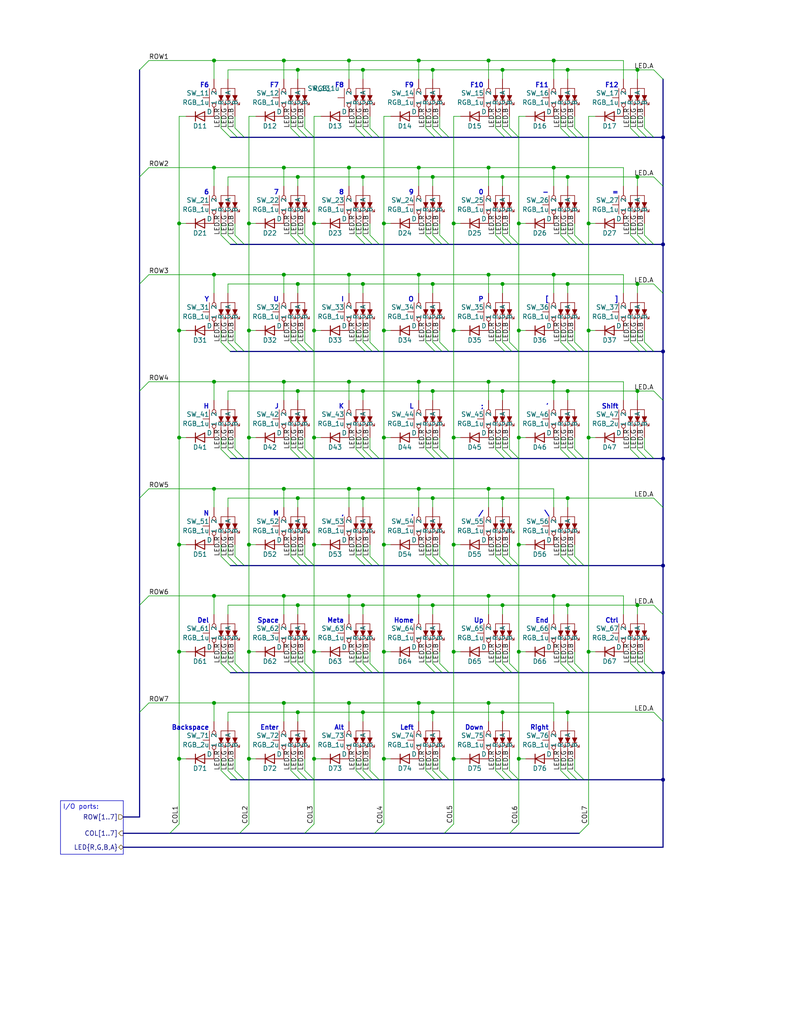
<source format=kicad_sch>
(kicad_sch (version 20230121) (generator eeschema)

  (uuid 49f3d56a-97d8-4be2-a6d3-4d49b43c977f)

  (paper "USLetter" portrait)

  (title_block
    (title "Keyboard Matrix")
    (date "2023-03-28")
    (rev "1.0")
    (company "n0m1s")
  )

  

  (junction (at 133.35 45.72) (diameter 0) (color 0 0 0 0)
    (uuid 0122e244-c229-4725-83af-af79d38c69ba)
  )
  (junction (at 67.945 177.8) (diameter 0) (color 0 0 0 0)
    (uuid 023b50e9-cecd-46a1-9a00-a4653a40b4f8)
  )
  (junction (at 173.99 48.26) (diameter 0) (color 0 0 0 0)
    (uuid 02872552-77a2-478b-b9f9-a57902f55dc8)
  )
  (junction (at 118.11 135.89) (diameter 0) (color 0 0 0 0)
    (uuid 03c2bf4c-05c6-42bc-9f1e-321faca5d0bc)
  )
  (junction (at 58.42 45.72) (diameter 0) (color 0 0 0 0)
    (uuid 03d91f90-69bc-4592-884b-ee067ccbc28b)
  )
  (junction (at 118.11 194.31) (diameter 0) (color 0 0 0 0)
    (uuid 0412a7e5-4a18-4b47-9b61-1960713ae5f9)
  )
  (junction (at 48.895 90.17) (diameter 0) (color 0 0 0 0)
    (uuid 05829590-a30b-4fe9-b7ff-22a6ebf654fe)
  )
  (junction (at 151.13 16.51) (diameter 0) (color 0 0 0 0)
    (uuid 07e29992-9f96-4513-a88e-9fb00c253c6d)
  )
  (junction (at 180.975 125.095) (diameter 0) (color 0 0 0 0)
    (uuid 0b3e29c6-45ea-478e-9c31-2e711f235340)
  )
  (junction (at 58.42 104.14) (diameter 0) (color 0 0 0 0)
    (uuid 0c900a09-a061-44bd-81d0-10b7c835f9e0)
  )
  (junction (at 151.13 45.72) (diameter 0) (color 0 0 0 0)
    (uuid 0efb7ef2-9b50-4a06-a6a2-627748e46f19)
  )
  (junction (at 58.42 16.51) (diameter 0) (color 0 0 0 0)
    (uuid 0f5432de-7b10-4f45-b4e6-4c873eeb2001)
  )
  (junction (at 95.25 74.93) (diameter 0) (color 0 0 0 0)
    (uuid 0ffe622c-a239-409d-aa24-383e1f456428)
  )
  (junction (at 123.825 207.01) (diameter 0) (color 0 0 0 0)
    (uuid 1267071e-2bf0-4758-bca7-abffccbcbcce)
  )
  (junction (at 180.975 212.725) (diameter 0) (color 0 0 0 0)
    (uuid 141b599a-443d-44af-a1ae-9f51467f1dd7)
  )
  (junction (at 81.28 135.89) (diameter 0) (color 0 0 0 0)
    (uuid 1c317479-75ca-4635-8354-adcc604b14e2)
  )
  (junction (at 141.605 177.8) (diameter 0) (color 0 0 0 0)
    (uuid 2330336c-2bde-442f-beee-04a4027a31fc)
  )
  (junction (at 48.895 207.01) (diameter 0) (color 0 0 0 0)
    (uuid 2685c239-0be1-4bfb-9c45-f41e995877f3)
  )
  (junction (at 160.655 177.8) (diameter 0) (color 0 0 0 0)
    (uuid 26c46b11-6bc2-4272-986d-15069e50cf2c)
  )
  (junction (at 85.725 207.01) (diameter 0) (color 0 0 0 0)
    (uuid 271d35d2-7476-47e0-ad1c-b0ca6522f391)
  )
  (junction (at 180.975 183.515) (diameter 0) (color 0 0 0 0)
    (uuid 272a064a-8e8c-44fe-85c7-43fe0d204c99)
  )
  (junction (at 133.35 16.51) (diameter 0) (color 0 0 0 0)
    (uuid 28a381e5-65a9-4af8-b195-a85f8fc522b9)
  )
  (junction (at 99.06 19.05) (diameter 0) (color 0 0 0 0)
    (uuid 2a4a220b-5017-4f45-b1a6-af4bb8ab56cf)
  )
  (junction (at 123.825 60.96) (diameter 0) (color 0 0 0 0)
    (uuid 2d74fc05-815c-451c-adf2-d51d7ba46542)
  )
  (junction (at 85.725 60.96) (diameter 0) (color 0 0 0 0)
    (uuid 3740cfbb-5f3b-4f19-bd05-6ee4f76ee798)
  )
  (junction (at 151.13 162.56) (diameter 0) (color 0 0 0 0)
    (uuid 384fa9bf-6067-4f06-9eb4-e124a96e50b5)
  )
  (junction (at 173.99 165.1) (diameter 0) (color 0 0 0 0)
    (uuid 387dd8aa-5b75-4997-9925-366b0251eacf)
  )
  (junction (at 77.47 191.77) (diameter 0) (color 0 0 0 0)
    (uuid 3952bf9b-17fe-44de-a98f-0284b8c0f9f1)
  )
  (junction (at 123.825 119.38) (diameter 0) (color 0 0 0 0)
    (uuid 395e7937-18ca-4ff4-920a-25cc1fd08e86)
  )
  (junction (at 99.06 106.68) (diameter 0) (color 0 0 0 0)
    (uuid 39de325f-3c4c-45b8-b1d0-857c8077ea30)
  )
  (junction (at 173.99 106.68) (diameter 0) (color 0 0 0 0)
    (uuid 3f0da13e-116a-4f6e-872a-636006a60972)
  )
  (junction (at 118.11 77.47) (diameter 0) (color 0 0 0 0)
    (uuid 4232980e-3bb4-4e26-aa0d-4da0b24fba32)
  )
  (junction (at 154.94 48.26) (diameter 0) (color 0 0 0 0)
    (uuid 44875c10-c6f2-407c-a7fd-8a3e1516727c)
  )
  (junction (at 137.16 19.05) (diameter 0) (color 0 0 0 0)
    (uuid 44daf12d-c714-4cdc-b9c3-8a712bd2f175)
  )
  (junction (at 173.99 77.47) (diameter 0) (color 0 0 0 0)
    (uuid 461da798-7239-44fc-9cc8-77a927858184)
  )
  (junction (at 77.47 16.51) (diameter 0) (color 0 0 0 0)
    (uuid 47359244-3647-4e3d-bf14-5a5e7b3b2caa)
  )
  (junction (at 180.975 37.465) (diameter 0) (color 0 0 0 0)
    (uuid 47eee1d4-1e33-4199-aed4-381b62643e78)
  )
  (junction (at 137.16 77.47) (diameter 0) (color 0 0 0 0)
    (uuid 4a523c0a-c66b-4d86-99a9-1a539606fbbc)
  )
  (junction (at 104.775 119.38) (diameter 0) (color 0 0 0 0)
    (uuid 4acd6855-02de-4eb5-94ef-ff3fc646af31)
  )
  (junction (at 133.35 74.93) (diameter 0) (color 0 0 0 0)
    (uuid 4fccbf63-498b-406b-b3b6-1e2cf5c3dbe5)
  )
  (junction (at 114.3 133.35) (diameter 0) (color 0 0 0 0)
    (uuid 50fee2a4-429d-45ee-b507-63d1ac807eb7)
  )
  (junction (at 104.775 177.8) (diameter 0) (color 0 0 0 0)
    (uuid 51103c88-7f35-446d-bcc8-a2b8e47811fe)
  )
  (junction (at 67.945 60.96) (diameter 0) (color 0 0 0 0)
    (uuid 521bd0c7-a4ba-4276-bd68-91b932bea725)
  )
  (junction (at 137.16 106.68) (diameter 0) (color 0 0 0 0)
    (uuid 5232475e-dc7e-45a3-9a06-859daf100ef7)
  )
  (junction (at 81.28 48.26) (diameter 0) (color 0 0 0 0)
    (uuid 549c19db-c749-4093-a0b3-68a97df9a6d6)
  )
  (junction (at 154.94 135.89) (diameter 0) (color 0 0 0 0)
    (uuid 58420527-56ca-4d06-b361-bf7a3c57a44e)
  )
  (junction (at 77.47 104.14) (diameter 0) (color 0 0 0 0)
    (uuid 6054f489-4815-44d7-ba39-0e8074afaffe)
  )
  (junction (at 151.13 74.93) (diameter 0) (color 0 0 0 0)
    (uuid 64934f58-d06c-4da5-9929-8bb11357fd53)
  )
  (junction (at 118.11 48.26) (diameter 0) (color 0 0 0 0)
    (uuid 66d4c577-0a21-44a1-8302-6ecc6eac81e3)
  )
  (junction (at 133.35 162.56) (diameter 0) (color 0 0 0 0)
    (uuid 67903798-c767-412e-bc19-55d998e6fb72)
  )
  (junction (at 95.25 45.72) (diameter 0) (color 0 0 0 0)
    (uuid 6af4dae9-fad1-451e-8c97-380ea7a29873)
  )
  (junction (at 85.725 148.59) (diameter 0) (color 0 0 0 0)
    (uuid 6b3a2826-1a47-4979-a094-6cbbf2d3b706)
  )
  (junction (at 160.655 119.38) (diameter 0) (color 0 0 0 0)
    (uuid 6c5b433b-548d-4dd3-a228-785c383f2c55)
  )
  (junction (at 114.3 16.51) (diameter 0) (color 0 0 0 0)
    (uuid 6eaa7663-d097-4ced-882b-bb76f5a98168)
  )
  (junction (at 154.94 19.05) (diameter 0) (color 0 0 0 0)
    (uuid 6f0da00c-d151-4c26-8041-0cc0c8dc56a2)
  )
  (junction (at 48.895 177.8) (diameter 0) (color 0 0 0 0)
    (uuid 756cf0ce-c3a5-480a-be09-bb412489ff7c)
  )
  (junction (at 104.775 207.01) (diameter 0) (color 0 0 0 0)
    (uuid 75d0e899-77c1-4beb-a45f-0c11278d9a19)
  )
  (junction (at 104.775 148.59) (diameter 0) (color 0 0 0 0)
    (uuid 76c360ff-20dc-42c2-9d5a-d60123f7ec96)
  )
  (junction (at 180.975 66.675) (diameter 0) (color 0 0 0 0)
    (uuid 7c77f4ee-b966-450a-b359-f75911906318)
  )
  (junction (at 48.895 148.59) (diameter 0) (color 0 0 0 0)
    (uuid 80d6c2b2-a38c-42f1-ab4e-b9be320c1cef)
  )
  (junction (at 118.11 106.68) (diameter 0) (color 0 0 0 0)
    (uuid 813f29a7-b2be-487c-892f-8b6f5e92755c)
  )
  (junction (at 81.28 77.47) (diameter 0) (color 0 0 0 0)
    (uuid 814058cf-0cb7-4a3f-94d2-bf7d0b482f8c)
  )
  (junction (at 118.11 19.05) (diameter 0) (color 0 0 0 0)
    (uuid 8329eb4c-d710-4ef6-be2f-0739b4edffba)
  )
  (junction (at 173.99 19.05) (diameter 0) (color 0 0 0 0)
    (uuid 849f37f9-fd2c-47ff-8df1-1ff0f190cb67)
  )
  (junction (at 133.35 133.35) (diameter 0) (color 0 0 0 0)
    (uuid 84a1769a-de5b-4b8f-a896-8c00ac95b742)
  )
  (junction (at 85.725 119.38) (diameter 0) (color 0 0 0 0)
    (uuid 84e776d9-a4a6-4e86-961e-cee6141c8dfe)
  )
  (junction (at 137.16 165.1) (diameter 0) (color 0 0 0 0)
    (uuid 86a5cb96-8a0d-430a-aa59-03989e50243e)
  )
  (junction (at 104.775 90.17) (diameter 0) (color 0 0 0 0)
    (uuid 87c79f9b-1fe2-4e93-8df1-81af4b33b0d1)
  )
  (junction (at 114.3 104.14) (diameter 0) (color 0 0 0 0)
    (uuid 8a932da6-0a2d-4c54-b559-680345d35aac)
  )
  (junction (at 151.13 104.14) (diameter 0) (color 0 0 0 0)
    (uuid 8b7c588b-1bc5-4268-b457-36cf7761b259)
  )
  (junction (at 95.25 133.35) (diameter 0) (color 0 0 0 0)
    (uuid 8ca640c0-b8e2-4313-85e2-7250a8155222)
  )
  (junction (at 58.42 191.77) (diameter 0) (color 0 0 0 0)
    (uuid 8dbc78b0-9ea9-4665-978f-3eb269c65fed)
  )
  (junction (at 141.605 119.38) (diameter 0) (color 0 0 0 0)
    (uuid 91710663-618a-46ef-acef-2816f1d62244)
  )
  (junction (at 77.47 74.93) (diameter 0) (color 0 0 0 0)
    (uuid 920ad214-55ed-4737-badc-5d17b81e0f9a)
  )
  (junction (at 85.725 90.17) (diameter 0) (color 0 0 0 0)
    (uuid 92e38036-cdbd-45d4-8112-b91ba1266752)
  )
  (junction (at 160.655 90.17) (diameter 0) (color 0 0 0 0)
    (uuid 939c0cc7-db62-47ce-90de-ee873085863a)
  )
  (junction (at 67.945 119.38) (diameter 0) (color 0 0 0 0)
    (uuid 941e7c85-4080-44db-8754-66de44b1b337)
  )
  (junction (at 154.94 165.1) (diameter 0) (color 0 0 0 0)
    (uuid 96158713-25b9-432b-9d02-d5cb46737b71)
  )
  (junction (at 133.35 104.14) (diameter 0) (color 0 0 0 0)
    (uuid 98a22f3c-a87f-448a-b481-87bd68769be9)
  )
  (junction (at 77.47 162.56) (diameter 0) (color 0 0 0 0)
    (uuid 9a866792-7eaa-4d1b-9420-4752db5228b4)
  )
  (junction (at 99.06 77.47) (diameter 0) (color 0 0 0 0)
    (uuid 9c6c18bf-3d89-4226-bb31-8f2c38da6b8b)
  )
  (junction (at 123.825 148.59) (diameter 0) (color 0 0 0 0)
    (uuid 9ca111a2-7459-4a8b-9cab-c8c9894b0fd6)
  )
  (junction (at 133.35 191.77) (diameter 0) (color 0 0 0 0)
    (uuid 9d30ce92-11af-4b5a-ac3f-39d2d2e0cf4f)
  )
  (junction (at 58.42 162.56) (diameter 0) (color 0 0 0 0)
    (uuid a5a8b41d-9d7d-4e28-9771-b1825a631dd8)
  )
  (junction (at 77.47 133.35) (diameter 0) (color 0 0 0 0)
    (uuid a835e0a5-d9a5-416d-a19b-6f7bb27c171d)
  )
  (junction (at 180.975 95.885) (diameter 0) (color 0 0 0 0)
    (uuid abefacac-f3cc-4e8f-82d8-51ad73ab2582)
  )
  (junction (at 114.3 162.56) (diameter 0) (color 0 0 0 0)
    (uuid ac5fddf8-66c8-4d4d-9a8a-777d29ccfc63)
  )
  (junction (at 137.16 194.31) (diameter 0) (color 0 0 0 0)
    (uuid af1e8d13-bab0-40dc-8933-0ce6a3abfb71)
  )
  (junction (at 58.42 133.35) (diameter 0) (color 0 0 0 0)
    (uuid b2d2bf94-496b-4a05-939f-dfd166f1ddce)
  )
  (junction (at 81.28 165.1) (diameter 0) (color 0 0 0 0)
    (uuid b44fa107-c6f4-49a0-a03b-93018899dbfa)
  )
  (junction (at 118.11 165.1) (diameter 0) (color 0 0 0 0)
    (uuid b4ae130e-43b5-401a-b940-78732e807458)
  )
  (junction (at 99.06 165.1) (diameter 0) (color 0 0 0 0)
    (uuid b55771b0-4b72-42ae-b0e8-41427da38b07)
  )
  (junction (at 123.825 90.17) (diameter 0) (color 0 0 0 0)
    (uuid b81c8ea1-b3f1-40f4-9e0c-7484fa5ba465)
  )
  (junction (at 48.895 60.96) (diameter 0) (color 0 0 0 0)
    (uuid b8f908ad-934f-4fdc-94b9-7ae9f91256d7)
  )
  (junction (at 114.3 74.93) (diameter 0) (color 0 0 0 0)
    (uuid b9c0b25a-4472-40c5-864b-b616eb6da2fa)
  )
  (junction (at 123.825 177.8) (diameter 0) (color 0 0 0 0)
    (uuid ba998061-8b78-48f8-9501-4201c1ff975b)
  )
  (junction (at 114.3 45.72) (diameter 0) (color 0 0 0 0)
    (uuid bb12e285-3c72-4bcc-8821-f331ecd4b227)
  )
  (junction (at 99.06 48.26) (diameter 0) (color 0 0 0 0)
    (uuid bb961803-cca2-4246-be0b-8e3fa785a9a9)
  )
  (junction (at 67.945 148.59) (diameter 0) (color 0 0 0 0)
    (uuid bbca535f-c177-4c92-94af-02a40a81a62f)
  )
  (junction (at 141.605 60.96) (diameter 0) (color 0 0 0 0)
    (uuid bc3232c4-209d-40c9-ab58-549897c8cd13)
  )
  (junction (at 141.605 207.01) (diameter 0) (color 0 0 0 0)
    (uuid be93a27c-2d68-4ea0-8115-5d45eeba4d1e)
  )
  (junction (at 180.975 154.305) (diameter 0) (color 0 0 0 0)
    (uuid c060be63-ccbc-4276-9b01-633830c10aa9)
  )
  (junction (at 67.945 90.17) (diameter 0) (color 0 0 0 0)
    (uuid c22a6a93-e0e9-43d5-9217-1304fa5c0f00)
  )
  (junction (at 114.3 191.77) (diameter 0) (color 0 0 0 0)
    (uuid c2d36b51-ac07-46dc-b3e7-36b39a2621cb)
  )
  (junction (at 77.47 45.72) (diameter 0) (color 0 0 0 0)
    (uuid c72bc088-80b4-4269-a4dc-ecc475927b1a)
  )
  (junction (at 154.94 77.47) (diameter 0) (color 0 0 0 0)
    (uuid cd46b6fa-1b92-480a-93a3-579b9ac0ac34)
  )
  (junction (at 137.16 135.89) (diameter 0) (color 0 0 0 0)
    (uuid cda6da04-4b96-4287-8687-92cc8bd62cce)
  )
  (junction (at 104.775 60.96) (diameter 0) (color 0 0 0 0)
    (uuid cdf084d9-7b29-4d8f-adf9-ed70c5823c3e)
  )
  (junction (at 81.28 106.68) (diameter 0) (color 0 0 0 0)
    (uuid cf657e54-9aaa-44c5-9160-4ab5dc2597cd)
  )
  (junction (at 85.725 177.8) (diameter 0) (color 0 0 0 0)
    (uuid d0762c0c-a777-4eed-ad5a-7ec0991023b5)
  )
  (junction (at 141.605 148.59) (diameter 0) (color 0 0 0 0)
    (uuid d0a1dfd5-0533-400d-99b9-379117af261c)
  )
  (junction (at 67.945 207.01) (diameter 0) (color 0 0 0 0)
    (uuid d2b0f48c-0b8a-4244-bf86-8c2f71784e9c)
  )
  (junction (at 99.06 194.31) (diameter 0) (color 0 0 0 0)
    (uuid d3e51262-e66e-447a-b8e3-63afe8f746f5)
  )
  (junction (at 95.25 16.51) (diameter 0) (color 0 0 0 0)
    (uuid d96e7811-4029-4770-8fc7-56ad9f7a23cb)
  )
  (junction (at 99.06 135.89) (diameter 0) (color 0 0 0 0)
    (uuid e1acb721-a964-40b9-96a8-60597026b778)
  )
  (junction (at 48.895 119.38) (diameter 0) (color 0 0 0 0)
    (uuid e6325369-e07d-49c0-bb4c-17ba0f5836d5)
  )
  (junction (at 141.605 90.17) (diameter 0) (color 0 0 0 0)
    (uuid e7ca60d6-a847-472f-9930-59a2ad7860b1)
  )
  (junction (at 160.655 60.96) (diameter 0) (color 0 0 0 0)
    (uuid eadee90c-9ceb-46e7-8403-3e4e2756729b)
  )
  (junction (at 137.16 48.26) (diameter 0) (color 0 0 0 0)
    (uuid ece71fae-d0a1-4832-8261-58f3f4e35640)
  )
  (junction (at 154.94 194.31) (diameter 0) (color 0 0 0 0)
    (uuid ee734c10-6f46-4153-aa0f-b0e507752227)
  )
  (junction (at 95.25 104.14) (diameter 0) (color 0 0 0 0)
    (uuid ee77a663-7b18-4a01-826b-86a7608fc57d)
  )
  (junction (at 154.94 106.68) (diameter 0) (color 0 0 0 0)
    (uuid f549da42-6efc-4d55-a88a-ad1c024cba93)
  )
  (junction (at 81.28 194.31) (diameter 0) (color 0 0 0 0)
    (uuid f5e7bca5-33c0-4cb1-a7ba-1eeda9dd85b6)
  )
  (junction (at 58.42 74.93) (diameter 0) (color 0 0 0 0)
    (uuid f986c70b-53c9-4b29-bfa0-9f95a09dca3c)
  )
  (junction (at 81.28 19.05) (diameter 0) (color 0 0 0 0)
    (uuid fa3b848a-a370-460a-b422-1226214db713)
  )
  (junction (at 95.25 191.77) (diameter 0) (color 0 0 0 0)
    (uuid fbc30bb5-34aa-4c83-9756-c8f141e6b79e)
  )
  (junction (at 95.25 162.56) (diameter 0) (color 0 0 0 0)
    (uuid fd257d86-2a7f-4222-9037-f44faef37c18)
  )

  (bus_entry (at 153.035 34.925) (size 2.54 2.54)
    (stroke (width 0) (type default))
    (uuid 01023cc8-6a5d-4cb9-8d6f-38835ffc4e5d)
  )
  (bus_entry (at 83.185 64.135) (size 2.54 2.54)
    (stroke (width 0) (type default))
    (uuid 01a21ade-8881-4144-aa15-a9b65e35d90d)
  )
  (bus_entry (at 135.255 122.555) (size 2.54 2.54)
    (stroke (width 0) (type default))
    (uuid 0214cd00-13f9-481f-ae25-dc984f41f7f2)
  )
  (bus_entry (at 83.185 210.185) (size 2.54 2.54)
    (stroke (width 0) (type default))
    (uuid 040159ca-75a0-4521-a90f-d978b31aaec6)
  )
  (bus_entry (at 178.435 194.31) (size 2.54 2.54)
    (stroke (width 0) (type default))
    (uuid 046c5525-6dd4-4c10-bb9a-2c92a931bc09)
  )
  (bus_entry (at 38.1 165.1) (size 2.54 -2.54)
    (stroke (width 0) (type default))
    (uuid 06fd0e18-35ee-4cb0-b660-8beb6ac8ff7b)
  )
  (bus_entry (at 116.205 210.185) (size 2.54 2.54)
    (stroke (width 0) (type default))
    (uuid 077fd55f-c992-4459-9c61-810f38205a00)
  )
  (bus_entry (at 178.435 106.68) (size 2.54 2.54)
    (stroke (width 0) (type default))
    (uuid 0c0b2dc8-b010-4045-8dba-b1fcccbe87b8)
  )
  (bus_entry (at 118.11 64.135) (size 2.54 2.54)
    (stroke (width 0) (type default))
    (uuid 0ed332dc-ef70-4ac7-954e-f9c80b94a129)
  )
  (bus_entry (at 156.845 64.135) (size 2.54 2.54)
    (stroke (width 0) (type default))
    (uuid 0fcad784-446a-4bdd-a326-80f35b34ce56)
  )
  (bus_entry (at 38.1 194.31) (size 2.54 -2.54)
    (stroke (width 0) (type default))
    (uuid 106d964a-f109-415f-b6e1-92c40db03e53)
  )
  (bus_entry (at 97.155 210.185) (size 2.54 2.54)
    (stroke (width 0) (type default))
    (uuid 1409745a-d0c6-43f5-bf86-258caf94a543)
  )
  (bus_entry (at 97.155 151.765) (size 2.54 2.54)
    (stroke (width 0) (type default))
    (uuid 147aca21-3fb9-4710-b43b-55435f83e2b4)
  )
  (bus_entry (at 97.155 122.555) (size 2.54 2.54)
    (stroke (width 0) (type default))
    (uuid 15a0e477-3572-4ad0-a6c4-6ef77f6e7c4e)
  )
  (bus_entry (at 137.16 180.975) (size 2.54 2.54)
    (stroke (width 0) (type default))
    (uuid 173f96a9-b96c-48b2-976e-a0ba2ac76089)
  )
  (bus_entry (at 99.06 122.555) (size 2.54 2.54)
    (stroke (width 0) (type default))
    (uuid 179f4453-b1c9-4c1e-bf94-153ee522bcee)
  )
  (bus_entry (at 99.06 151.765) (size 2.54 2.54)
    (stroke (width 0) (type default))
    (uuid 17a7a80d-ab92-45ed-bd25-2a49ab30d661)
  )
  (bus_entry (at 97.155 64.135) (size 2.54 2.54)
    (stroke (width 0) (type default))
    (uuid 18fbfa61-6255-4e88-a462-db1ddc862879)
  )
  (bus_entry (at 116.205 93.345) (size 2.54 2.54)
    (stroke (width 0) (type default))
    (uuid 1a042692-2834-413d-ad93-281f976124a6)
  )
  (bus_entry (at 120.015 210.185) (size 2.54 2.54)
    (stroke (width 0) (type default))
    (uuid 1a65d37c-57f5-4f9f-952a-13102d7adbfd)
  )
  (bus_entry (at 104.775 224.79) (size -2.54 2.54)
    (stroke (width 0) (type default))
    (uuid 1aa05c04-d417-4ee1-8899-a8ed7d38198f)
  )
  (bus_entry (at 178.435 48.26) (size 2.54 2.54)
    (stroke (width 0) (type default))
    (uuid 1cd75fd7-9936-4731-80b9-25b1f1a8fb51)
  )
  (bus_entry (at 178.435 77.47) (size 2.54 2.54)
    (stroke (width 0) (type default))
    (uuid 1ee51e5c-ee48-4400-8f72-38fc5d787817)
  )
  (bus_entry (at 60.325 64.135) (size 2.54 2.54)
    (stroke (width 0) (type default))
    (uuid 1f657cc4-1010-4cdd-919e-7fc2df4fc445)
  )
  (bus_entry (at 116.205 151.765) (size 2.54 2.54)
    (stroke (width 0) (type default))
    (uuid 20861f4d-0808-42ed-928e-1ad1c4683c82)
  )
  (bus_entry (at 173.99 64.135) (size 2.54 2.54)
    (stroke (width 0) (type default))
    (uuid 211ad987-11a0-44e9-896f-88f2fe7ed68b)
  )
  (bus_entry (at 38.1 106.68) (size 2.54 -2.54)
    (stroke (width 0) (type default))
    (uuid 22ab409a-6b8f-4ff7-92dd-c717ee0cc7a9)
  )
  (bus_entry (at 139.065 34.925) (size 2.54 2.54)
    (stroke (width 0) (type default))
    (uuid 231650b1-8fa2-4ef1-a63d-46a639a1b65b)
  )
  (bus_entry (at 99.06 180.975) (size 2.54 2.54)
    (stroke (width 0) (type default))
    (uuid 259563f3-b94e-446b-9a60-d508defb7d86)
  )
  (bus_entry (at 79.375 122.555) (size 2.54 2.54)
    (stroke (width 0) (type default))
    (uuid 276de7f8-275f-4560-bac6-6cf84057ec7d)
  )
  (bus_entry (at 135.255 93.345) (size 2.54 2.54)
    (stroke (width 0) (type default))
    (uuid 286323a8-06d7-46c6-a4c5-77fa9f473c79)
  )
  (bus_entry (at 153.035 210.185) (size 2.54 2.54)
    (stroke (width 0) (type default))
    (uuid 2d658237-690b-4fce-81ef-8d49eb9fa64f)
  )
  (bus_entry (at 38.1 48.26) (size 2.54 -2.54)
    (stroke (width 0) (type default))
    (uuid 30861ced-f225-4a19-a36b-fff795b68fc8)
  )
  (bus_entry (at 99.06 93.345) (size 2.54 2.54)
    (stroke (width 0) (type default))
    (uuid 32077682-1b1e-40f5-8b99-1c9c73111fb2)
  )
  (bus_entry (at 120.015 93.345) (size 2.54 2.54)
    (stroke (width 0) (type default))
    (uuid 35238892-798c-412e-9f77-2972b531ec1a)
  )
  (bus_entry (at 120.015 122.555) (size 2.54 2.54)
    (stroke (width 0) (type default))
    (uuid 35734a48-0fa0-45d3-ae77-25d568239886)
  )
  (bus_entry (at 178.435 19.05) (size 2.54 2.54)
    (stroke (width 0) (type default))
    (uuid 36f53b98-af14-4b53-a349-4467c7e65aa1)
  )
  (bus_entry (at 118.11 34.925) (size 2.54 2.54)
    (stroke (width 0) (type default))
    (uuid 39d41c41-85fc-43df-8165-7ee44c121033)
  )
  (bus_entry (at 123.825 224.79) (size -2.54 2.54)
    (stroke (width 0) (type default))
    (uuid 3b081159-6640-4f6c-86b2-d12d01d9521a)
  )
  (bus_entry (at 100.965 210.185) (size 2.54 2.54)
    (stroke (width 0) (type default))
    (uuid 3c78662b-c783-4216-b746-df3b726fc008)
  )
  (bus_entry (at 100.965 122.555) (size 2.54 2.54)
    (stroke (width 0) (type default))
    (uuid 4528e06d-8e2c-4063-9c8a-f15dc06503c3)
  )
  (bus_entry (at 139.065 64.135) (size 2.54 2.54)
    (stroke (width 0) (type default))
    (uuid 45a64e68-ddd0-4a3b-8cc2-9c52a6e29de5)
  )
  (bus_entry (at 100.965 180.975) (size 2.54 2.54)
    (stroke (width 0) (type default))
    (uuid 4685ace7-4392-413a-ade0-1cb26178fa31)
  )
  (bus_entry (at 137.16 64.135) (size 2.54 2.54)
    (stroke (width 0) (type default))
    (uuid 4755968f-e9b2-4ba0-9eeb-2d5e3f2af90c)
  )
  (bus_entry (at 175.895 122.555) (size 2.54 2.54)
    (stroke (width 0) (type default))
    (uuid 49d241dc-016a-43eb-81ab-0887018fbfa3)
  )
  (bus_entry (at 100.965 34.925) (size 2.54 2.54)
    (stroke (width 0) (type default))
    (uuid 4ab506e9-ab72-44d5-808a-bc694e7db9e9)
  )
  (bus_entry (at 156.845 34.925) (size 2.54 2.54)
    (stroke (width 0) (type default))
    (uuid 4b15f484-347f-4456-b6f9-c4e573606a17)
  )
  (bus_entry (at 83.185 93.345) (size 2.54 2.54)
    (stroke (width 0) (type default))
    (uuid 4c211052-dddf-4d3b-8470-0e0ccd570a31)
  )
  (bus_entry (at 154.94 180.975) (size 2.54 2.54)
    (stroke (width 0) (type default))
    (uuid 4c6945a5-7f48-4dd9-950a-a8ff088db673)
  )
  (bus_entry (at 173.99 122.555) (size 2.54 2.54)
    (stroke (width 0) (type default))
    (uuid 4cd9305c-1611-4952-9b76-2235788058b7)
  )
  (bus_entry (at 81.28 122.555) (size 2.54 2.54)
    (stroke (width 0) (type default))
    (uuid 502387aa-a86e-4cd6-baaa-9e183286ad6d)
  )
  (bus_entry (at 81.28 34.925) (size 2.54 2.54)
    (stroke (width 0) (type default))
    (uuid 515521f9-47f4-4161-b395-c085d1079db7)
  )
  (bus_entry (at 139.065 210.185) (size 2.54 2.54)
    (stroke (width 0) (type default))
    (uuid 559924c9-07f3-4ee5-ad94-947c181bf63d)
  )
  (bus_entry (at 83.185 151.765) (size 2.54 2.54)
    (stroke (width 0) (type default))
    (uuid 56508b1c-77ae-439c-ab05-065a97f7ede8)
  )
  (bus_entry (at 64.135 151.765) (size 2.54 2.54)
    (stroke (width 0) (type default))
    (uuid 59723147-c969-4c3d-bf9c-7d42098bbc2f)
  )
  (bus_entry (at 172.085 180.975) (size 2.54 2.54)
    (stroke (width 0) (type default))
    (uuid 5de0dae6-10e3-44a5-9b25-f6945f9e7779)
  )
  (bus_entry (at 60.325 34.925) (size 2.54 2.54)
    (stroke (width 0) (type default))
    (uuid 5f159171-336d-4480-9ee8-ddd256a5c119)
  )
  (bus_entry (at 153.035 151.765) (size 2.54 2.54)
    (stroke (width 0) (type default))
    (uuid 619b864d-9b23-4f19-9afa-f8885886e581)
  )
  (bus_entry (at 175.895 180.975) (size 2.54 2.54)
    (stroke (width 0) (type default))
    (uuid 6330afad-6704-4c3d-a469-56f4e5f48eaa)
  )
  (bus_entry (at 62.23 151.765) (size 2.54 2.54)
    (stroke (width 0) (type default))
    (uuid 64e692ac-93ca-4f9b-903c-99ccba518b56)
  )
  (bus_entry (at 135.255 64.135) (size 2.54 2.54)
    (stroke (width 0) (type default))
    (uuid 666505f7-0a18-44fb-a039-b8a09494458a)
  )
  (bus_entry (at 64.135 64.135) (size 2.54 2.54)
    (stroke (width 0) (type default))
    (uuid 66d89c64-d949-45e6-b836-b72967124573)
  )
  (bus_entry (at 97.155 180.975) (size 2.54 2.54)
    (stroke (width 0) (type default))
    (uuid 682b5c1f-6e43-4619-9407-fcb700e533d0)
  )
  (bus_entry (at 60.325 122.555) (size 2.54 2.54)
    (stroke (width 0) (type default))
    (uuid 6caa400b-b91b-4fe1-bc08-be278c28d4b5)
  )
  (bus_entry (at 118.11 151.765) (size 2.54 2.54)
    (stroke (width 0) (type default))
    (uuid 6e66dc7a-2f94-48ea-90f8-0a054a7afc2d)
  )
  (bus_entry (at 81.28 93.345) (size 2.54 2.54)
    (stroke (width 0) (type default))
    (uuid 6f3f2e5b-da2d-4306-8a6c-8dbc4d74f541)
  )
  (bus_entry (at 120.015 180.975) (size 2.54 2.54)
    (stroke (width 0) (type default))
    (uuid 6f60483e-a337-4fa0-8e50-ece395d9aca8)
  )
  (bus_entry (at 118.11 122.555) (size 2.54 2.54)
    (stroke (width 0) (type default))
    (uuid 70514df8-e248-4250-8143-31b1b2566cfe)
  )
  (bus_entry (at 156.845 180.975) (size 2.54 2.54)
    (stroke (width 0) (type default))
    (uuid 7236766b-e8bd-4918-96c9-6f0b0121f11f)
  )
  (bus_entry (at 83.185 34.925) (size 2.54 2.54)
    (stroke (width 0) (type default))
    (uuid 73481c60-7639-4b5d-97fc-d1203b9d1f33)
  )
  (bus_entry (at 153.035 64.135) (size 2.54 2.54)
    (stroke (width 0) (type default))
    (uuid 736c812a-c42a-4168-90a6-5e6ce4788e52)
  )
  (bus_entry (at 173.99 180.975) (size 2.54 2.54)
    (stroke (width 0) (type default))
    (uuid 73afee48-b19a-49af-a77e-d9389f4cb1cd)
  )
  (bus_entry (at 81.28 64.135) (size 2.54 2.54)
    (stroke (width 0) (type default))
    (uuid 73d70194-95c4-42c0-acee-811b64f8f898)
  )
  (bus_entry (at 172.085 34.925) (size 2.54 2.54)
    (stroke (width 0) (type default))
    (uuid 76f5d808-1318-4304-a377-e285b99fd7a5)
  )
  (bus_entry (at 175.895 93.345) (size 2.54 2.54)
    (stroke (width 0) (type default))
    (uuid 7756bcac-15f8-48ec-8a76-b8a5502ca2c9)
  )
  (bus_entry (at 116.205 34.925) (size 2.54 2.54)
    (stroke (width 0) (type default))
    (uuid 783afecd-d488-4d96-a06f-7c13dbfe66d3)
  )
  (bus_entry (at 137.16 151.765) (size 2.54 2.54)
    (stroke (width 0) (type default))
    (uuid 78bb2ad3-519b-4e93-8ab0-dd5568f1d20b)
  )
  (bus_entry (at 153.035 122.555) (size 2.54 2.54)
    (stroke (width 0) (type default))
    (uuid 7a728c43-980a-4c18-a42e-a0804bc702b4)
  )
  (bus_entry (at 97.155 34.925) (size 2.54 2.54)
    (stroke (width 0) (type default))
    (uuid 7b92f686-c7a9-4d5e-ad38-4ee85b3b8d31)
  )
  (bus_entry (at 156.845 151.765) (size 2.54 2.54)
    (stroke (width 0) (type default))
    (uuid 7bf9bfdc-60f3-440e-bafa-4b0be45225dd)
  )
  (bus_entry (at 116.205 64.135) (size 2.54 2.54)
    (stroke (width 0) (type default))
    (uuid 7c4fa9fa-9dc1-4bfa-8cb3-83240614312c)
  )
  (bus_entry (at 81.28 151.765) (size 2.54 2.54)
    (stroke (width 0) (type default))
    (uuid 7e322981-85b0-4f2e-97c9-5a9337e24da4)
  )
  (bus_entry (at 60.325 93.345) (size 2.54 2.54)
    (stroke (width 0) (type default))
    (uuid 7e6e25f4-33f6-4146-9c00-6797ac73e586)
  )
  (bus_entry (at 64.135 93.345) (size 2.54 2.54)
    (stroke (width 0) (type default))
    (uuid 803cd671-559d-4303-b6c5-b5221a003a11)
  )
  (bus_entry (at 139.065 180.975) (size 2.54 2.54)
    (stroke (width 0) (type default))
    (uuid 81181cdf-c2e5-4d47-969b-c29d9a4b8a9c)
  )
  (bus_entry (at 120.015 64.135) (size 2.54 2.54)
    (stroke (width 0) (type default))
    (uuid 8219c4d8-2be2-44f4-9b64-e83236cc3c3c)
  )
  (bus_entry (at 62.23 93.345) (size 2.54 2.54)
    (stroke (width 0) (type default))
    (uuid 865b7dab-ba87-4b59-9bab-28900e15ed10)
  )
  (bus_entry (at 118.11 180.975) (size 2.54 2.54)
    (stroke (width 0) (type default))
    (uuid 871dae30-73b5-4a84-b2a0-b0057b2c8dbc)
  )
  (bus_entry (at 172.085 122.555) (size 2.54 2.54)
    (stroke (width 0) (type default))
    (uuid 87d1e93c-b3af-414e-b938-ae3f36f09c31)
  )
  (bus_entry (at 60.325 180.975) (size 2.54 2.54)
    (stroke (width 0) (type default))
    (uuid 8bd4d4cb-4d0d-4420-a5f5-67e74162b011)
  )
  (bus_entry (at 83.185 180.975) (size 2.54 2.54)
    (stroke (width 0) (type default))
    (uuid 8c927e1d-848b-4877-882b-2ba285bb8c26)
  )
  (bus_entry (at 135.255 34.925) (size 2.54 2.54)
    (stroke (width 0) (type default))
    (uuid 90550309-247e-45b8-ba98-687d926c02cf)
  )
  (bus_entry (at 38.1 19.05) (size 2.54 -2.54)
    (stroke (width 0) (type default))
    (uuid 91c55a45-a0c8-41a9-a528-cde20f7a9554)
  )
  (bus_entry (at 62.23 210.185) (size 2.54 2.54)
    (stroke (width 0) (type default))
    (uuid 946292a9-d758-4348-a4fb-3ade198697a4)
  )
  (bus_entry (at 137.16 210.185) (size 2.54 2.54)
    (stroke (width 0) (type default))
    (uuid 9597d522-7531-4563-b6ac-169d461bff27)
  )
  (bus_entry (at 64.135 210.185) (size 2.54 2.54)
    (stroke (width 0) (type default))
    (uuid 964cfa00-96e7-4c07-9b87-5d8c1f3f3964)
  )
  (bus_entry (at 99.06 64.135) (size 2.54 2.54)
    (stroke (width 0) (type default))
    (uuid 96a31601-d61e-4631-9d02-3a7fa9876afd)
  )
  (bus_entry (at 62.23 34.925) (size 2.54 2.54)
    (stroke (width 0) (type default))
    (uuid 981ac4c2-ef4b-4aae-870e-d28d4417ba80)
  )
  (bus_entry (at 85.725 224.79) (size -2.54 2.54)
    (stroke (width 0) (type default))
    (uuid 98684b6f-8ca9-437c-9d13-1dfd871b00f7)
  )
  (bus_entry (at 154.94 122.555) (size 2.54 2.54)
    (stroke (width 0) (type default))
    (uuid 9988fc9e-4d05-4588-b9a4-5af12351235e)
  )
  (bus_entry (at 156.845 93.345) (size 2.54 2.54)
    (stroke (width 0) (type default))
    (uuid 9a24b336-692b-4ba4-b344-318b4c4dc05e)
  )
  (bus_entry (at 100.965 93.345) (size 2.54 2.54)
    (stroke (width 0) (type default))
    (uuid 9abb2d74-29ab-4f0f-9980-7ab75500dcf4)
  )
  (bus_entry (at 153.035 93.345) (size 2.54 2.54)
    (stroke (width 0) (type default))
    (uuid a18e5fba-651e-48d0-9bd0-3189c33752cc)
  )
  (bus_entry (at 139.065 93.345) (size 2.54 2.54)
    (stroke (width 0) (type default))
    (uuid a3b3ce21-8b97-4928-a855-27733dcc620e)
  )
  (bus_entry (at 60.325 210.185) (size 2.54 2.54)
    (stroke (width 0) (type default))
    (uuid a5f2fd93-d21c-4057-a209-1b3c1a2a1caa)
  )
  (bus_entry (at 83.185 122.555) (size 2.54 2.54)
    (stroke (width 0) (type default))
    (uuid a71f7322-0500-4345-aed4-1bf484a8f373)
  )
  (bus_entry (at 81.28 210.185) (size 2.54 2.54)
    (stroke (width 0) (type default))
    (uuid a86084bb-6a4b-47a0-9cb4-e1f06c2977dc)
  )
  (bus_entry (at 62.23 122.555) (size 2.54 2.54)
    (stroke (width 0) (type default))
    (uuid a9c84cd6-138f-4008-bb7d-0c61ebfac6c8)
  )
  (bus_entry (at 154.94 93.345) (size 2.54 2.54)
    (stroke (width 0) (type default))
    (uuid ad366407-0530-4ea9-9a11-c58481f012d4)
  )
  (bus_entry (at 172.085 93.345) (size 2.54 2.54)
    (stroke (width 0) (type default))
    (uuid ada99476-8c6a-4971-9fad-48cbf2d4c3fa)
  )
  (bus_entry (at 116.205 180.975) (size 2.54 2.54)
    (stroke (width 0) (type default))
    (uuid add5f6b3-d85b-4937-b62a-f619ddbcdda2)
  )
  (bus_entry (at 153.035 180.975) (size 2.54 2.54)
    (stroke (width 0) (type default))
    (uuid b0638845-efcf-43d4-8c25-7a60ee652909)
  )
  (bus_entry (at 62.23 180.975) (size 2.54 2.54)
    (stroke (width 0) (type default))
    (uuid b15642ba-1327-4d44-8657-238a6464a6e7)
  )
  (bus_entry (at 62.23 64.135) (size 2.54 2.54)
    (stroke (width 0) (type default))
    (uuid b2ad9c89-4c59-41be-94a9-886b09ad226a)
  )
  (bus_entry (at 60.325 151.765) (size 2.54 2.54)
    (stroke (width 0) (type default))
    (uuid b36a5f1f-86a1-4532-b074-d72de1272da7)
  )
  (bus_entry (at 154.94 34.925) (size 2.54 2.54)
    (stroke (width 0) (type default))
    (uuid b436167e-84c7-45fe-80f0-bb3a4c32bdcb)
  )
  (bus_entry (at 64.135 180.975) (size 2.54 2.54)
    (stroke (width 0) (type default))
    (uuid b643bcdc-0ef3-4e48-a0a3-7f2eb5b7d73e)
  )
  (bus_entry (at 156.845 210.185) (size 2.54 2.54)
    (stroke (width 0) (type default))
    (uuid b7ce3d8d-a697-4b72-bb8f-43f2e7b35273)
  )
  (bus_entry (at 38.1 135.89) (size 2.54 -2.54)
    (stroke (width 0) (type default))
    (uuid b7d33084-fdcb-40de-bbb8-5e84233e6f55)
  )
  (bus_entry (at 139.065 122.555) (size 2.54 2.54)
    (stroke (width 0) (type default))
    (uuid b8e81aff-5ca3-4c57-a5dc-300a63ffb613)
  )
  (bus_entry (at 67.945 224.79) (size -2.54 2.54)
    (stroke (width 0) (type default))
    (uuid baab16a8-5426-4d85-866f-781201ce36d5)
  )
  (bus_entry (at 99.06 34.925) (size 2.54 2.54)
    (stroke (width 0) (type default))
    (uuid bdabe048-b78e-4a05-ba51-b01162cc49c9)
  )
  (bus_entry (at 160.655 224.79) (size -2.54 2.54)
    (stroke (width 0) (type default))
    (uuid be4676d5-8d06-4e0f-a219-375216ddc630)
  )
  (bus_entry (at 178.435 165.1) (size 2.54 2.54)
    (stroke (width 0) (type default))
    (uuid bf7ef635-3735-4e36-b1ef-75b9a85e21e1)
  )
  (bus_entry (at 137.16 93.345) (size 2.54 2.54)
    (stroke (width 0) (type default))
    (uuid c09a18ab-fa3f-42fb-98de-3986fa66955f)
  )
  (bus_entry (at 99.06 210.185) (size 2.54 2.54)
    (stroke (width 0) (type default))
    (uuid c1d4f480-2559-4f4b-b490-758aca4f28bc)
  )
  (bus_entry (at 137.16 34.925) (size 2.54 2.54)
    (stroke (width 0) (type default))
    (uuid c211e26a-c0e8-468f-b829-531034653294)
  )
  (bus_entry (at 137.16 122.555) (size 2.54 2.54)
    (stroke (width 0) (type default))
    (uuid c3025c8d-a015-4426-aa62-cd1be132f6aa)
  )
  (bus_entry (at 79.375 64.135) (size 2.54 2.54)
    (stroke (width 0) (type default))
    (uuid c5ea6214-5014-44de-89a0-f1c1780eba77)
  )
  (bus_entry (at 97.155 93.345) (size 2.54 2.54)
    (stroke (width 0) (type default))
    (uuid c5f863e7-04b5-417e-a448-4fbb0bd885a9)
  )
  (bus_entry (at 64.135 122.555) (size 2.54 2.54)
    (stroke (width 0) (type default))
    (uuid c6013b51-c225-4439-a016-96c4bcbec862)
  )
  (bus_entry (at 156.845 122.555) (size 2.54 2.54)
    (stroke (width 0) (type default))
    (uuid cace0e8f-b4e7-4c23-b99e-10d7017dad29)
  )
  (bus_entry (at 48.895 224.79) (size -2.54 2.54)
    (stroke (width 0) (type default))
    (uuid cd070c1f-bfe6-49cf-948a-0b2e84fb1dab)
  )
  (bus_entry (at 116.205 122.555) (size 2.54 2.54)
    (stroke (width 0) (type default))
    (uuid d208fdb3-558a-42f1-8171-a99a4bc85488)
  )
  (bus_entry (at 79.375 93.345) (size 2.54 2.54)
    (stroke (width 0) (type default))
    (uuid d3e58256-3cf2-4108-b166-d16473599905)
  )
  (bus_entry (at 135.255 180.975) (size 2.54 2.54)
    (stroke (width 0) (type default))
    (uuid d6599be3-6640-4c75-82f4-f550a342c33b)
  )
  (bus_entry (at 120.015 151.765) (size 2.54 2.54)
    (stroke (width 0) (type default))
    (uuid d77c4c58-c375-4d62-87c7-9647f0bbd023)
  )
  (bus_entry (at 79.375 151.765) (size 2.54 2.54)
    (stroke (width 0) (type default))
    (uuid d7919a3b-bad5-4cd7-bdc4-86e9e83b2da3)
  )
  (bus_entry (at 154.94 151.765) (size 2.54 2.54)
    (stroke (width 0) (type default))
    (uuid d8ce43c8-53b6-4beb-92bb-b7a2c86dbdce)
  )
  (bus_entry (at 154.94 64.135) (size 2.54 2.54)
    (stroke (width 0) (type default))
    (uuid db437bed-41cd-4458-b3e2-6fff04fbc7e5)
  )
  (bus_entry (at 154.94 210.185) (size 2.54 2.54)
    (stroke (width 0) (type default))
    (uuid dba30ebc-2a1d-417c-9208-b6ae6c1743b6)
  )
  (bus_entry (at 100.965 151.765) (size 2.54 2.54)
    (stroke (width 0) (type default))
    (uuid e01abec9-6095-4458-942c-0a17e2d39103)
  )
  (bus_entry (at 178.435 135.89) (size 2.54 2.54)
    (stroke (width 0) (type default))
    (uuid e1d375dc-e09f-40a3-ac45-15af8ff405dd)
  )
  (bus_entry (at 135.255 151.765) (size 2.54 2.54)
    (stroke (width 0) (type default))
    (uuid e2527d98-d646-4974-b000-2797f38279a6)
  )
  (bus_entry (at 173.99 34.925) (size 2.54 2.54)
    (stroke (width 0) (type default))
    (uuid e5423111-fc10-42ba-87fa-5d15d0b1765b)
  )
  (bus_entry (at 118.11 93.345) (size 2.54 2.54)
    (stroke (width 0) (type default))
    (uuid e89390fb-7f07-4116-b79b-752fd4fdb2a0)
  )
  (bus_entry (at 175.895 64.135) (size 2.54 2.54)
    (stroke (width 0) (type default))
    (uuid e9dea5f9-66c3-436e-a9ea-87775faed167)
  )
  (bus_entry (at 172.085 64.135) (size 2.54 2.54)
    (stroke (width 0) (type default))
    (uuid eeb7033a-1529-4665-8958-f4a8b3f1361e)
  )
  (bus_entry (at 135.255 210.185) (size 2.54 2.54)
    (stroke (width 0) (type default))
    (uuid f12411f2-4cc1-427c-a6ab-3f949f786df8)
  )
  (bus_entry (at 173.99 93.345) (size 2.54 2.54)
    (stroke (width 0) (type default))
    (uuid f1d95c5a-81fa-494a-b391-d75de2fe47dc)
  )
  (bus_entry (at 38.1 77.47) (size 2.54 -2.54)
    (stroke (width 0) (type default))
    (uuid f2228f80-2ff5-4acf-b47b-ea400f3094fe)
  )
  (bus_entry (at 141.605 224.79) (size -2.54 2.54)
    (stroke (width 0) (type default))
    (uuid f32d1e95-29fb-4245-8635-ab0c1fefbde5)
  )
  (bus_entry (at 64.135 34.925) (size 2.54 2.54)
    (stroke (width 0) (type default))
    (uuid f334f885-9461-418c-8dff-7aec8f7c11f9)
  )
  (bus_entry (at 79.375 180.975) (size 2.54 2.54)
    (stroke (width 0) (type default))
    (uuid f4418643-5b71-46c1-95a0-1fdd683387de)
  )
  (bus_entry (at 175.895 34.925) (size 2.54 2.54)
    (stroke (width 0) (type default))
    (uuid f67a17b0-dc1e-4514-969d-a407512fdcfb)
  )
  (bus_entry (at 118.11 210.185) (size 2.54 2.54)
    (stroke (width 0) (type default))
    (uuid f7268303-ced1-405b-b17d-a5fc869a5111)
  )
  (bus_entry (at 139.065 151.765) (size 2.54 2.54)
    (stroke (width 0) (type default))
    (uuid fa4b6d03-fbee-46a4-a6d4-e949898bfdf5)
  )
  (bus_entry (at 79.375 34.925) (size 2.54 2.54)
    (stroke (width 0) (type default))
    (uuid fcbea9ad-00cd-419c-b510-1b3d80ba456b)
  )
  (bus_entry (at 100.965 64.135) (size 2.54 2.54)
    (stroke (width 0) (type default))
    (uuid fe2d2ec8-413b-4992-9ecf-7fe850ed0299)
  )
  (bus_entry (at 79.375 210.185) (size 2.54 2.54)
    (stroke (width 0) (type default))
    (uuid fe714497-cce6-42a1-b4b6-1e954119d50d)
  )
  (bus_entry (at 81.28 180.975) (size 2.54 2.54)
    (stroke (width 0) (type default))
    (uuid fecb5178-fc9a-4cb5-a3ca-3470c1790c22)
  )
  (bus_entry (at 120.015 34.925) (size 2.54 2.54)
    (stroke (width 0) (type default))
    (uuid ffddeb0e-b23f-47b3-9904-87f16e877837)
  )

  (bus (pts (xy 65.405 227.33) (xy 83.185 227.33))
    (stroke (width 0) (type default))
    (uuid 006daadd-e61d-4806-adf6-d7400c71aa46)
  )

  (wire (pts (xy 85.725 125.095) (xy 85.725 148.59))
    (stroke (width 0) (type default))
    (uuid 0078a20a-0c58-4486-ab31-efc5f8989dd1)
  )
  (bus (pts (xy 180.975 95.885) (xy 180.975 109.22))
    (stroke (width 0) (type default))
    (uuid 009f62d7-fcb5-42c8-a81e-8d76d4a11268)
  )

  (wire (pts (xy 118.11 119.38) (xy 118.11 122.555))
    (stroke (width 0) (type default))
    (uuid 015d3e25-e79c-4f62-8ff5-be5ca7cc4073)
  )
  (bus (pts (xy 180.975 80.01) (xy 180.975 95.885))
    (stroke (width 0) (type default))
    (uuid 017e75dd-ea8d-495e-8f82-daff92c672e3)
  )
  (bus (pts (xy 81.915 183.515) (xy 83.82 183.515))
    (stroke (width 0) (type default))
    (uuid 026d4fb1-9405-4eb7-9d1d-c45ed0b55459)
  )
  (bus (pts (xy 33.655 227.33) (xy 46.355 227.33))
    (stroke (width 0) (type default))
    (uuid 02d06878-09ea-44ef-a1be-af050afb8da1)
  )

  (wire (pts (xy 99.06 77.47) (xy 118.11 77.47))
    (stroke (width 0) (type default))
    (uuid 03c856ec-efe2-4248-a30f-f90a87bbfd96)
  )
  (wire (pts (xy 141.605 31.75) (xy 141.605 37.465))
    (stroke (width 0) (type default))
    (uuid 03db24c3-0fb3-449b-9dcf-6736aed23186)
  )
  (wire (pts (xy 123.825 177.8) (xy 125.73 177.8))
    (stroke (width 0) (type default))
    (uuid 044dd0f0-beaf-4afe-8813-c7a0c1afb640)
  )
  (wire (pts (xy 104.775 31.75) (xy 104.775 60.96))
    (stroke (width 0) (type default))
    (uuid 04b7c3e3-05c5-44cc-bf93-cc7e73ebdbe9)
  )
  (wire (pts (xy 141.605 207.01) (xy 143.51 207.01))
    (stroke (width 0) (type default))
    (uuid 04eeb137-a219-4aa1-b412-ea6c8da7406b)
  )
  (wire (pts (xy 100.965 207.01) (xy 100.965 210.185))
    (stroke (width 0) (type default))
    (uuid 058ddbac-0c90-485f-9b66-52f2c7531742)
  )
  (wire (pts (xy 114.3 133.35) (xy 114.3 138.43))
    (stroke (width 0) (type default))
    (uuid 0599e0c1-7f2d-4012-8759-c6a6a760f93f)
  )
  (wire (pts (xy 67.945 90.17) (xy 67.945 119.38))
    (stroke (width 0) (type default))
    (uuid 05a500d6-c74a-4db9-9b8a-6012381674f9)
  )
  (bus (pts (xy 174.625 125.095) (xy 176.53 125.095))
    (stroke (width 0) (type default))
    (uuid 05b1633d-03b5-4e9a-b968-7a2df5ff7be8)
  )
  (bus (pts (xy 62.865 66.675) (xy 64.77 66.675))
    (stroke (width 0) (type default))
    (uuid 064ef473-b9a6-481f-9648-79768f9c2b97)
  )

  (wire (pts (xy 95.25 191.77) (xy 114.3 191.77))
    (stroke (width 0) (type default))
    (uuid 088c1279-3dec-45e4-a6f2-e85d441dd064)
  )
  (wire (pts (xy 162.56 119.38) (xy 160.655 119.38))
    (stroke (width 0) (type default))
    (uuid 09840c3c-6312-4745-9e74-161441b2b10c)
  )
  (wire (pts (xy 135.255 31.75) (xy 135.255 34.925))
    (stroke (width 0) (type default))
    (uuid 09ce3d32-8ecc-4e42-ab12-77b87575a85e)
  )
  (wire (pts (xy 118.11 207.01) (xy 118.11 210.185))
    (stroke (width 0) (type default))
    (uuid 0a06361a-42bb-48d9-b751-bae666840e19)
  )
  (bus (pts (xy 159.385 95.885) (xy 174.625 95.885))
    (stroke (width 0) (type default))
    (uuid 0a6a13ab-4a86-4005-a350-6319f037a409)
  )

  (wire (pts (xy 133.35 16.51) (xy 133.35 21.59))
    (stroke (width 0) (type default))
    (uuid 0a94327f-2e11-40d8-a70b-cb89e4fec820)
  )
  (bus (pts (xy 180.975 231.14) (xy 33.655 231.14))
    (stroke (width 0) (type default))
    (uuid 0b4f814b-38cb-4587-97d7-3956608aaeed)
  )

  (wire (pts (xy 104.775 177.8) (xy 104.775 207.01))
    (stroke (width 0) (type default))
    (uuid 0c34ab00-8340-4d47-ac60-3e0864a5eb9c)
  )
  (wire (pts (xy 137.16 194.31) (xy 154.94 194.31))
    (stroke (width 0) (type default))
    (uuid 0c5b71ed-ef72-4eae-8e15-ef72f0c723b9)
  )
  (bus (pts (xy 139.7 154.305) (xy 141.605 154.305))
    (stroke (width 0) (type default))
    (uuid 0d9cc082-793a-40fe-a023-a1326a3636cf)
  )

  (wire (pts (xy 141.605 37.465) (xy 141.605 60.96))
    (stroke (width 0) (type default))
    (uuid 0db7004b-9781-4c20-b489-d4d0b60af313)
  )
  (wire (pts (xy 141.605 119.38) (xy 141.605 125.095))
    (stroke (width 0) (type default))
    (uuid 0e3df5b9-585c-4ba1-aa07-22c2037e2aee)
  )
  (bus (pts (xy 137.795 212.725) (xy 139.7 212.725))
    (stroke (width 0) (type default))
    (uuid 0e6340fe-f280-4992-8934-cd063290720b)
  )

  (wire (pts (xy 139.065 119.38) (xy 139.065 122.555))
    (stroke (width 0) (type default))
    (uuid 0e67da77-55a3-4dc3-a1b9-29caa9e6376f)
  )
  (wire (pts (xy 170.18 162.56) (xy 170.18 167.64))
    (stroke (width 0) (type default))
    (uuid 0ea7ff8b-fb3e-4d75-b243-15be122ff3bb)
  )
  (bus (pts (xy 66.675 183.515) (xy 81.915 183.515))
    (stroke (width 0) (type default))
    (uuid 0f423342-3ae0-409b-881a-3a64e6edfc98)
  )

  (wire (pts (xy 48.895 119.38) (xy 50.8 119.38))
    (stroke (width 0) (type default))
    (uuid 1000dee5-863c-422a-802c-c892869b43a8)
  )
  (wire (pts (xy 81.28 148.59) (xy 81.28 151.765))
    (stroke (width 0) (type default))
    (uuid 102a7d56-5f44-46f1-9c4c-68851c9456a6)
  )
  (bus (pts (xy 155.575 37.465) (xy 157.48 37.465))
    (stroke (width 0) (type default))
    (uuid 107363a8-0f9d-42e6-85ec-4362f733e9d9)
  )

  (wire (pts (xy 120.015 119.38) (xy 120.015 122.555))
    (stroke (width 0) (type default))
    (uuid 10d8fc70-3945-48eb-a34d-51ba9b56270b)
  )
  (wire (pts (xy 62.23 90.17) (xy 62.23 93.345))
    (stroke (width 0) (type default))
    (uuid 10f30f8c-e2f5-470a-8a67-1f913edc7745)
  )
  (wire (pts (xy 95.25 133.35) (xy 114.3 133.35))
    (stroke (width 0) (type default))
    (uuid 11652b5e-5ca7-401f-82ad-3c80ec0730ff)
  )
  (bus (pts (xy 157.48 125.095) (xy 159.385 125.095))
    (stroke (width 0) (type default))
    (uuid 119d5420-5dcb-43cd-afb7-dcc61533ee0b)
  )
  (bus (pts (xy 85.725 37.465) (xy 99.695 37.465))
    (stroke (width 0) (type default))
    (uuid 129e6529-0765-48de-ad15-850e9a23beb4)
  )

  (wire (pts (xy 40.64 45.72) (xy 58.42 45.72))
    (stroke (width 0) (type default))
    (uuid 12ba3fa7-5f67-4b95-945b-23db1f042f62)
  )
  (bus (pts (xy 122.555 125.095) (xy 137.795 125.095))
    (stroke (width 0) (type default))
    (uuid 12ddfa0d-5729-4287-8059-5a4d5f684b0f)
  )

  (wire (pts (xy 77.47 16.51) (xy 77.47 21.59))
    (stroke (width 0) (type default))
    (uuid 13241335-fa2c-4c3e-88ca-12bbb012558b)
  )
  (wire (pts (xy 120.015 207.01) (xy 120.015 210.185))
    (stroke (width 0) (type default))
    (uuid 139cecc9-aafc-4a33-9d52-497a339d4ae2)
  )
  (wire (pts (xy 114.3 133.35) (xy 133.35 133.35))
    (stroke (width 0) (type default))
    (uuid 13d64932-e45f-4da8-9d14-47fa49ef04ad)
  )
  (wire (pts (xy 99.06 106.68) (xy 118.11 106.68))
    (stroke (width 0) (type default))
    (uuid 14bac5f2-25be-43e8-8967-e12b8afb32fe)
  )
  (wire (pts (xy 156.845 60.96) (xy 156.845 64.135))
    (stroke (width 0) (type default))
    (uuid 15510720-e1b9-435f-aa48-e9f9298c2cca)
  )
  (bus (pts (xy 176.53 95.885) (xy 178.435 95.885))
    (stroke (width 0) (type default))
    (uuid 169ffedf-e546-40ba-afc3-38450350e003)
  )

  (wire (pts (xy 97.155 90.17) (xy 97.155 93.345))
    (stroke (width 0) (type default))
    (uuid 1717d313-4ba0-44b4-9e96-49239af724f7)
  )
  (bus (pts (xy 159.385 37.465) (xy 174.625 37.465))
    (stroke (width 0) (type default))
    (uuid 182739bf-6b1f-4014-b065-009858558c9c)
  )

  (wire (pts (xy 62.23 119.38) (xy 62.23 122.555))
    (stroke (width 0) (type default))
    (uuid 183275e6-fd1a-447d-ae98-7ea656883d07)
  )
  (wire (pts (xy 85.725 177.8) (xy 85.725 183.515))
    (stroke (width 0) (type default))
    (uuid 18aa4532-bdc2-4f3e-93d6-67a22c5d02a8)
  )
  (wire (pts (xy 116.205 207.01) (xy 116.205 210.185))
    (stroke (width 0) (type default))
    (uuid 19c89e98-c152-4081-af8b-b5a263a1dac4)
  )
  (wire (pts (xy 141.605 177.8) (xy 143.51 177.8))
    (stroke (width 0) (type default))
    (uuid 19f5bbd7-9032-46b1-b3c1-6385cfda764b)
  )
  (wire (pts (xy 173.99 48.26) (xy 173.99 50.8))
    (stroke (width 0) (type default))
    (uuid 1a0eadf5-de23-4c16-a8b2-4d31961afb1f)
  )
  (bus (pts (xy 83.82 125.095) (xy 85.725 125.095))
    (stroke (width 0) (type default))
    (uuid 1a2e1b4d-e225-4d26-bb8a-514f10510e94)
  )

  (wire (pts (xy 85.725 31.75) (xy 85.725 37.465))
    (stroke (width 0) (type default))
    (uuid 1a48dd3a-b8a2-4c33-a391-5ee814be29a7)
  )
  (wire (pts (xy 160.655 31.75) (xy 160.655 60.96))
    (stroke (width 0) (type default))
    (uuid 1b28d9f1-5207-4912-919a-1124923fba38)
  )
  (bus (pts (xy 118.745 212.725) (xy 120.65 212.725))
    (stroke (width 0) (type default))
    (uuid 1c95c617-eb80-4263-aab8-dc0f52dcd961)
  )

  (wire (pts (xy 118.11 48.26) (xy 137.16 48.26))
    (stroke (width 0) (type default))
    (uuid 1cadef61-91fe-442f-b865-9cf7f18c2c85)
  )
  (bus (pts (xy 137.795 37.465) (xy 139.7 37.465))
    (stroke (width 0) (type default))
    (uuid 1caf2e73-8b24-4145-9880-bb7741431e4f)
  )

  (wire (pts (xy 154.94 148.59) (xy 154.94 151.765))
    (stroke (width 0) (type default))
    (uuid 1d05263c-cded-4244-9ffc-b9f596013e3f)
  )
  (wire (pts (xy 151.13 16.51) (xy 170.18 16.51))
    (stroke (width 0) (type default))
    (uuid 1d1841c5-273e-4f66-b8a6-d089699eda83)
  )
  (bus (pts (xy 103.505 95.885) (xy 118.745 95.885))
    (stroke (width 0) (type default))
    (uuid 1d22c9ab-a1f3-451e-a737-e99ccdb11f2b)
  )

  (wire (pts (xy 160.655 177.8) (xy 160.655 224.79))
    (stroke (width 0) (type default))
    (uuid 1d705c1f-d270-4560-b388-5c9097f8888e)
  )
  (wire (pts (xy 58.42 191.77) (xy 77.47 191.77))
    (stroke (width 0) (type default))
    (uuid 1e915e21-8e51-4a58-9ee6-f92f2f2428d2)
  )
  (wire (pts (xy 175.895 177.8) (xy 175.895 180.975))
    (stroke (width 0) (type default))
    (uuid 1ed9f849-8c3e-40f0-b456-ee2c7baaf637)
  )
  (wire (pts (xy 62.23 167.64) (xy 62.23 165.1))
    (stroke (width 0) (type default))
    (uuid 1ee96fb3-19da-4923-a695-79ec52f54740)
  )
  (bus (pts (xy 122.555 154.305) (xy 137.795 154.305))
    (stroke (width 0) (type default))
    (uuid 1f7f3bac-fc7e-4ebd-86af-abaeb1a8956b)
  )

  (wire (pts (xy 62.23 177.8) (xy 62.23 180.975))
    (stroke (width 0) (type default))
    (uuid 202f1e64-d097-4f01-aa42-929f1dc4bcf0)
  )
  (wire (pts (xy 151.13 162.56) (xy 151.13 167.64))
    (stroke (width 0) (type default))
    (uuid 21e6025a-10bb-469d-bd92-044edf001811)
  )
  (wire (pts (xy 81.28 194.31) (xy 99.06 194.31))
    (stroke (width 0) (type default))
    (uuid 23025b54-ba0e-400f-a17e-e3824063d87b)
  )
  (wire (pts (xy 137.16 177.8) (xy 137.16 180.975))
    (stroke (width 0) (type default))
    (uuid 230768b6-abd9-48b2-ad1e-3182c9ffb359)
  )
  (wire (pts (xy 118.11 194.31) (xy 137.16 194.31))
    (stroke (width 0) (type default))
    (uuid 234d123e-94b3-4117-a91d-e7b3630710c6)
  )
  (wire (pts (xy 58.42 133.35) (xy 77.47 133.35))
    (stroke (width 0) (type default))
    (uuid 23556a94-df57-455d-8c4e-776a1515cdb1)
  )
  (wire (pts (xy 175.895 60.96) (xy 175.895 64.135))
    (stroke (width 0) (type default))
    (uuid 23761c45-50df-488b-a4ef-8b6c0c9c18f3)
  )
  (wire (pts (xy 81.28 77.47) (xy 81.28 80.01))
    (stroke (width 0) (type default))
    (uuid 23baf18d-eedf-4f3d-8a45-f22ea724e047)
  )
  (bus (pts (xy 121.285 227.33) (xy 139.065 227.33))
    (stroke (width 0) (type default))
    (uuid 245ed5b8-1566-45db-a655-22e198a3753b)
  )

  (wire (pts (xy 104.775 207.01) (xy 104.775 224.79))
    (stroke (width 0) (type default))
    (uuid 246cba15-ec70-4647-a0a6-7b24e6d55df0)
  )
  (wire (pts (xy 172.085 31.75) (xy 172.085 34.925))
    (stroke (width 0) (type default))
    (uuid 24ec40a2-557f-4d9f-8258-5a3f6cdab5c8)
  )
  (bus (pts (xy 85.725 125.095) (xy 99.695 125.095))
    (stroke (width 0) (type default))
    (uuid 250392f7-bb41-4d04-8871-29b22c49e1d2)
  )

  (wire (pts (xy 81.28 90.17) (xy 81.28 93.345))
    (stroke (width 0) (type default))
    (uuid 2527d79b-d62e-47ac-b444-e983739aa441)
  )
  (wire (pts (xy 81.28 135.89) (xy 99.06 135.89))
    (stroke (width 0) (type default))
    (uuid 25993929-dd6e-4e60-9791-887d9735c603)
  )
  (wire (pts (xy 154.94 106.68) (xy 154.94 109.22))
    (stroke (width 0) (type default))
    (uuid 25a630f6-fe88-49e9-83ae-d28e5be2115a)
  )
  (bus (pts (xy 38.1 194.31) (xy 38.1 222.885))
    (stroke (width 0) (type default))
    (uuid 2620febf-9c55-4c74-9c1b-a34f24b947d7)
  )

  (wire (pts (xy 133.35 45.72) (xy 133.35 50.8))
    (stroke (width 0) (type default))
    (uuid 271999ad-c17b-4d56-8e1f-ed3db1e19767)
  )
  (wire (pts (xy 62.23 60.96) (xy 62.23 64.135))
    (stroke (width 0) (type default))
    (uuid 2733ccbd-6908-40fc-aa1d-3abc9eb1fc7d)
  )
  (wire (pts (xy 99.06 165.1) (xy 99.06 167.64))
    (stroke (width 0) (type default))
    (uuid 27379e4d-7cce-407b-821e-5ceabd57a2a2)
  )
  (bus (pts (xy 81.915 125.095) (xy 83.82 125.095))
    (stroke (width 0) (type default))
    (uuid 28dd28c5-1e8b-4ed6-ac4d-4146b8934e4f)
  )
  (bus (pts (xy 155.575 212.725) (xy 157.48 212.725))
    (stroke (width 0) (type default))
    (uuid 2926eee3-f85b-4221-a2ad-d465534e877a)
  )

  (wire (pts (xy 137.16 119.38) (xy 137.16 122.555))
    (stroke (width 0) (type default))
    (uuid 295e527a-b04d-415d-ad96-460fc6d4d7cb)
  )
  (bus (pts (xy 180.975 37.465) (xy 180.975 50.8))
    (stroke (width 0) (type default))
    (uuid 2a0ec4e1-e7b5-406d-896d-d36bef305177)
  )

  (wire (pts (xy 133.35 104.14) (xy 133.35 109.22))
    (stroke (width 0) (type default))
    (uuid 2b9ba819-d5f3-4dba-bbf1-9c914b0f1b0f)
  )
  (wire (pts (xy 123.825 60.96) (xy 123.825 90.17))
    (stroke (width 0) (type default))
    (uuid 2bbe8414-4309-4cab-b7cb-f74f2d1aa5ec)
  )
  (wire (pts (xy 60.325 177.8) (xy 60.325 180.975))
    (stroke (width 0) (type default))
    (uuid 2c89cb15-c1aa-4d21-ae58-5669d2eecad4)
  )
  (wire (pts (xy 154.94 90.17) (xy 154.94 93.345))
    (stroke (width 0) (type default))
    (uuid 2cc27f5e-9345-49e7-9be3-5c6cd5301da2)
  )
  (bus (pts (xy 81.915 154.305) (xy 83.82 154.305))
    (stroke (width 0) (type default))
    (uuid 2cda44bc-4f8b-4948-881b-e78b8f67c3d9)
  )

  (wire (pts (xy 160.655 90.17) (xy 162.56 90.17))
    (stroke (width 0) (type default))
    (uuid 2d16dea4-89ca-4a0e-882a-d1b92bbf3ce4)
  )
  (wire (pts (xy 120.015 148.59) (xy 120.015 151.765))
    (stroke (width 0) (type default))
    (uuid 2e159834-83b4-4270-b535-c2d5f6887e23)
  )
  (wire (pts (xy 153.035 207.01) (xy 153.035 210.185))
    (stroke (width 0) (type default))
    (uuid 2e5a01e4-50eb-4ee6-9ed5-ddaaf9aa009b)
  )
  (bus (pts (xy 155.575 125.095) (xy 157.48 125.095))
    (stroke (width 0) (type default))
    (uuid 2e67200c-b9b1-4943-b2d2-024cde0a1b4a)
  )

  (wire (pts (xy 123.825 119.38) (xy 125.73 119.38))
    (stroke (width 0) (type default))
    (uuid 2ebeffaf-7c89-45b1-86e8-5debe0c5f13b)
  )
  (wire (pts (xy 135.255 119.38) (xy 135.255 122.555))
    (stroke (width 0) (type default))
    (uuid 2ef4af1e-5f13-4b70-8923-3def0a15c04b)
  )
  (bus (pts (xy 176.53 125.095) (xy 178.435 125.095))
    (stroke (width 0) (type default))
    (uuid 2f6ed661-3cc3-47f3-bed8-35e26938c957)
  )

  (polyline (pts (xy 16.51 233.045) (xy 33.655 233.045))
    (stroke (width 0) (type default))
    (uuid 2fae71a2-19f5-4c73-b662-9ab80e87a9de)
  )

  (bus (pts (xy 118.745 183.515) (xy 120.65 183.515))
    (stroke (width 0) (type default))
    (uuid 3100d3f1-5244-477c-bb90-a7202be17429)
  )

  (wire (pts (xy 137.16 31.75) (xy 137.16 34.925))
    (stroke (width 0) (type default))
    (uuid 3144b51c-7ef2-45cf-81f5-5b0c49c1c8e0)
  )
  (bus (pts (xy 180.975 125.095) (xy 180.975 138.43))
    (stroke (width 0) (type default))
    (uuid 318a92bd-b9ff-4a39-b318-d7ed455b42e9)
  )
  (bus (pts (xy 139.7 183.515) (xy 141.605 183.515))
    (stroke (width 0) (type default))
    (uuid 3252d057-d4b7-434f-add9-6a6f0303cd74)
  )

  (wire (pts (xy 104.775 60.96) (xy 104.775 90.17))
    (stroke (width 0) (type default))
    (uuid 3256c07a-f18d-4e48-a45d-7c035c1b1b69)
  )
  (wire (pts (xy 40.64 16.51) (xy 58.42 16.51))
    (stroke (width 0) (type default))
    (uuid 330428ed-e402-4fd7-95a1-56f8a8f19654)
  )
  (wire (pts (xy 100.965 119.38) (xy 100.965 122.555))
    (stroke (width 0) (type default))
    (uuid 334dba0f-5f0b-4052-b8b9-e5947c0c3b7e)
  )
  (wire (pts (xy 141.605 60.96) (xy 141.605 66.675))
    (stroke (width 0) (type default))
    (uuid 3458f6a8-1474-4926-a63b-358d0958779f)
  )
  (wire (pts (xy 58.42 45.72) (xy 58.42 50.8))
    (stroke (width 0) (type default))
    (uuid 352a65fd-9377-4c62-b4cd-fadb05f889ff)
  )
  (bus (pts (xy 99.695 95.885) (xy 101.6 95.885))
    (stroke (width 0) (type default))
    (uuid 3604be03-013f-484a-a60b-2816115fce6c)
  )

  (wire (pts (xy 141.605 183.515) (xy 141.605 207.01))
    (stroke (width 0) (type default))
    (uuid 36056a53-93ce-4551-a859-cd12916d75b0)
  )
  (wire (pts (xy 99.06 60.96) (xy 99.06 64.135))
    (stroke (width 0) (type default))
    (uuid 366fa619-a816-4244-91c3-435316bf85e5)
  )
  (bus (pts (xy 120.65 37.465) (xy 122.555 37.465))
    (stroke (width 0) (type default))
    (uuid 36a20f1c-8018-4f84-9d99-8829791afbb0)
  )

  (wire (pts (xy 99.06 19.05) (xy 118.11 19.05))
    (stroke (width 0) (type default))
    (uuid 3770c363-d55b-476b-8368-ef7e039d7656)
  )
  (wire (pts (xy 139.065 31.75) (xy 139.065 34.925))
    (stroke (width 0) (type default))
    (uuid 3856eea9-6d52-4024-a85d-eed2d68f5db0)
  )
  (wire (pts (xy 154.94 48.26) (xy 173.99 48.26))
    (stroke (width 0) (type default))
    (uuid 387dd965-a9ff-47c5-88ba-d6d0cbd851ec)
  )
  (bus (pts (xy 157.48 154.305) (xy 159.385 154.305))
    (stroke (width 0) (type default))
    (uuid 38bbad37-9b5c-4416-9c0a-9a960f798263)
  )

  (wire (pts (xy 118.11 135.89) (xy 118.11 138.43))
    (stroke (width 0) (type default))
    (uuid 3940a780-e4f3-4afd-b6d4-d649fdf765b3)
  )
  (wire (pts (xy 154.94 194.31) (xy 178.435 194.31))
    (stroke (width 0) (type default))
    (uuid 39489eb7-f761-4c15-bb17-b5eebcc32177)
  )
  (bus (pts (xy 120.65 183.515) (xy 122.555 183.515))
    (stroke (width 0) (type default))
    (uuid 39499a6c-19d4-4dfa-9c77-61735ef66f33)
  )
  (bus (pts (xy 101.6 95.885) (xy 103.505 95.885))
    (stroke (width 0) (type default))
    (uuid 39983c74-b5af-48d8-a53d-f9ef459c8fd9)
  )

  (wire (pts (xy 99.06 207.01) (xy 99.06 210.185))
    (stroke (width 0) (type default))
    (uuid 39a5138d-0299-4574-8b9f-5f05cb8c64c2)
  )
  (wire (pts (xy 139.065 177.8) (xy 139.065 180.975))
    (stroke (width 0) (type default))
    (uuid 39ef13f5-0174-463d-b190-c87eb4740a4e)
  )
  (wire (pts (xy 99.06 135.89) (xy 99.06 138.43))
    (stroke (width 0) (type default))
    (uuid 3a81f06c-760e-4340-9560-087994585893)
  )
  (wire (pts (xy 62.23 196.85) (xy 62.23 194.31))
    (stroke (width 0) (type default))
    (uuid 3acc56bc-8683-4ee6-aebc-eef97d90bb52)
  )
  (wire (pts (xy 114.3 162.56) (xy 114.3 167.64))
    (stroke (width 0) (type default))
    (uuid 3ad5f101-0f47-469f-ba03-a76dde5f70b8)
  )
  (wire (pts (xy 156.845 119.38) (xy 156.845 122.555))
    (stroke (width 0) (type default))
    (uuid 3bd96ce6-079d-415b-9bf7-9dd15b457224)
  )
  (bus (pts (xy 139.7 66.675) (xy 141.605 66.675))
    (stroke (width 0) (type default))
    (uuid 3c9ee6ca-a62d-406a-8f82-abef773726bb)
  )
  (bus (pts (xy 159.385 125.095) (xy 174.625 125.095))
    (stroke (width 0) (type default))
    (uuid 3caa74fe-b6c5-4f6a-befe-e027c375c4a0)
  )

  (wire (pts (xy 77.47 45.72) (xy 95.25 45.72))
    (stroke (width 0) (type default))
    (uuid 3cc0189f-a1d2-420b-91db-fc06b675fabd)
  )
  (wire (pts (xy 48.895 207.01) (xy 48.895 224.79))
    (stroke (width 0) (type default))
    (uuid 3d7f68c0-9ee7-486c-9e20-63308c2383e8)
  )
  (bus (pts (xy 101.6 154.305) (xy 103.505 154.305))
    (stroke (width 0) (type default))
    (uuid 3d9d9dce-9119-4aca-934f-7d1549f5d25a)
  )

  (wire (pts (xy 60.325 119.38) (xy 60.325 122.555))
    (stroke (width 0) (type default))
    (uuid 3e9c99e2-c829-4b60-9d6c-2fcd1ae1fbce)
  )
  (bus (pts (xy 178.435 37.465) (xy 180.975 37.465))
    (stroke (width 0) (type default))
    (uuid 3ecef574-1546-4631-8063-41d4863ac2d9)
  )

  (wire (pts (xy 58.42 133.35) (xy 58.42 138.43))
    (stroke (width 0) (type default))
    (uuid 3f1f3cfb-b042-4ac9-9bd9-93a751b070fb)
  )
  (wire (pts (xy 95.25 138.43) (xy 95.25 133.35))
    (stroke (width 0) (type default))
    (uuid 401bfce9-43d1-4f13-ad9b-e933cf79f9d9)
  )
  (bus (pts (xy 103.505 66.675) (xy 118.745 66.675))
    (stroke (width 0) (type default))
    (uuid 4111c69c-9266-4615-b1ea-67b62ca42955)
  )

  (wire (pts (xy 60.325 60.96) (xy 60.325 64.135))
    (stroke (width 0) (type default))
    (uuid 411bc173-1146-454e-91a9-c8685084dc38)
  )
  (wire (pts (xy 95.25 80.01) (xy 95.25 74.93))
    (stroke (width 0) (type default))
    (uuid 4149c62a-0c22-4254-b7d7-fc7ed08534c2)
  )
  (bus (pts (xy 85.725 154.305) (xy 99.695 154.305))
    (stroke (width 0) (type default))
    (uuid 41cc5637-dfcb-4eaa-b1ad-f048753bd02e)
  )

  (wire (pts (xy 81.28 60.96) (xy 81.28 64.135))
    (stroke (width 0) (type default))
    (uuid 42c6ea24-1df1-44af-8025-e6a3e358d261)
  )
  (wire (pts (xy 154.94 60.96) (xy 154.94 64.135))
    (stroke (width 0) (type default))
    (uuid 4370889c-4050-44fb-88ff-60d5aa3745e9)
  )
  (wire (pts (xy 154.94 165.1) (xy 173.99 165.1))
    (stroke (width 0) (type default))
    (uuid 43caf47a-af66-40e3-bc3b-d69558ed925c)
  )
  (wire (pts (xy 114.3 104.14) (xy 133.35 104.14))
    (stroke (width 0) (type default))
    (uuid 44a26ca1-8e24-44a2-849c-68d61b200a23)
  )
  (bus (pts (xy 157.48 212.725) (xy 159.385 212.725))
    (stroke (width 0) (type default))
    (uuid 456be7f0-07cf-4315-ad9d-bdcfd1866e0b)
  )
  (bus (pts (xy 103.505 37.465) (xy 118.745 37.465))
    (stroke (width 0) (type default))
    (uuid 45b91603-3ed4-44a5-b122-8de4afe98a31)
  )

  (wire (pts (xy 48.895 148.59) (xy 48.895 177.8))
    (stroke (width 0) (type default))
    (uuid 4642a46f-5791-49f2-8707-4740aaa2dd5e)
  )
  (bus (pts (xy 99.695 154.305) (xy 101.6 154.305))
    (stroke (width 0) (type default))
    (uuid 472199e3-7b75-4a66-8e69-61d31f5e586f)
  )

  (wire (pts (xy 133.35 104.14) (xy 151.13 104.14))
    (stroke (width 0) (type default))
    (uuid 473227de-2df7-42c4-be9c-6010eb8290b8)
  )
  (wire (pts (xy 48.895 177.8) (xy 50.8 177.8))
    (stroke (width 0) (type default))
    (uuid 473b1c6a-8e43-4bf5-9e3a-1d52e1edb5c3)
  )
  (wire (pts (xy 170.18 16.51) (xy 170.18 21.59))
    (stroke (width 0) (type default))
    (uuid 47bd32bb-f80b-4c20-b795-0491a4698885)
  )
  (wire (pts (xy 137.16 48.26) (xy 154.94 48.26))
    (stroke (width 0) (type default))
    (uuid 491a5366-ce3c-47e5-9f59-71e159012b19)
  )
  (wire (pts (xy 135.255 177.8) (xy 135.255 180.975))
    (stroke (width 0) (type default))
    (uuid 49520c62-fdd7-4fa5-a71d-0e9d0fc9841e)
  )
  (wire (pts (xy 64.135 148.59) (xy 64.135 151.765))
    (stroke (width 0) (type default))
    (uuid 49761e9c-059a-4f59-9e17-ca096f03fc7c)
  )
  (wire (pts (xy 139.065 60.96) (xy 139.065 64.135))
    (stroke (width 0) (type default))
    (uuid 49dc5500-d4d8-4722-a3f5-d03ca183e70d)
  )
  (bus (pts (xy 141.605 154.305) (xy 155.575 154.305))
    (stroke (width 0) (type default))
    (uuid 4ab2b525-0208-4e0e-a3e4-3cd15076aa13)
  )

  (wire (pts (xy 95.25 104.14) (xy 114.3 104.14))
    (stroke (width 0) (type default))
    (uuid 4ad610b2-37d5-42c2-8cac-e1ad7c233b1a)
  )
  (wire (pts (xy 77.47 45.72) (xy 77.47 50.8))
    (stroke (width 0) (type default))
    (uuid 4b5f577c-7d33-4eb2-a8f3-50190c42ee29)
  )
  (wire (pts (xy 151.13 16.51) (xy 151.13 21.59))
    (stroke (width 0) (type default))
    (uuid 4bfab906-4606-4bf0-aadc-1f979a0f37a7)
  )
  (wire (pts (xy 104.775 177.8) (xy 106.68 177.8))
    (stroke (width 0) (type default))
    (uuid 4dd3ca77-9360-4973-b6e0-585bcfbb3a45)
  )
  (wire (pts (xy 81.28 19.05) (xy 81.28 21.59))
    (stroke (width 0) (type default))
    (uuid 4eb152b9-604c-4174-97c1-2c894c88749c)
  )
  (wire (pts (xy 160.655 60.96) (xy 160.655 90.17))
    (stroke (width 0) (type default))
    (uuid 4f13818e-06c0-461d-8aab-c67b7af3104c)
  )
  (wire (pts (xy 156.845 177.8) (xy 156.845 180.975))
    (stroke (width 0) (type default))
    (uuid 4f50cf5a-c733-423a-97b4-9b7ea6aab741)
  )
  (wire (pts (xy 67.945 148.59) (xy 67.945 177.8))
    (stroke (width 0) (type default))
    (uuid 4fdda72c-ae94-470f-855a-3fd0c6ac6d18)
  )
  (wire (pts (xy 116.205 119.38) (xy 116.205 122.555))
    (stroke (width 0) (type default))
    (uuid 505e4fe0-bb35-485d-88c2-7c12a0127ea3)
  )
  (bus (pts (xy 64.77 212.725) (xy 66.675 212.725))
    (stroke (width 0) (type default))
    (uuid 510c91de-a775-4338-9e7f-8e1d2b95bd54)
  )

  (wire (pts (xy 67.945 90.17) (xy 69.85 90.17))
    (stroke (width 0) (type default))
    (uuid 510ddb74-d793-4c44-9ac0-63ced9b006c7)
  )
  (wire (pts (xy 118.11 77.47) (xy 137.16 77.47))
    (stroke (width 0) (type default))
    (uuid 511a62ae-5164-48c3-8076-e432a849004c)
  )
  (wire (pts (xy 79.375 90.17) (xy 79.375 93.345))
    (stroke (width 0) (type default))
    (uuid 51592dd0-f614-42d5-a148-93c9fed9c792)
  )
  (wire (pts (xy 97.155 31.75) (xy 97.155 34.925))
    (stroke (width 0) (type default))
    (uuid 517bc834-a908-49c5-9e11-d3dc04e26fcc)
  )
  (bus (pts (xy 141.605 183.515) (xy 155.575 183.515))
    (stroke (width 0) (type default))
    (uuid 51afd800-7080-46b6-bd7e-049ba9f70914)
  )

  (wire (pts (xy 81.28 165.1) (xy 81.28 167.64))
    (stroke (width 0) (type default))
    (uuid 52a60064-dcda-4791-ac8f-10e27d102cb9)
  )
  (wire (pts (xy 118.11 106.68) (xy 118.11 109.22))
    (stroke (width 0) (type default))
    (uuid 530a6492-c752-454a-9400-afc865312484)
  )
  (wire (pts (xy 118.11 19.05) (xy 137.16 19.05))
    (stroke (width 0) (type default))
    (uuid 539cef23-f5f8-495f-8e13-baecf1edb9eb)
  )
  (wire (pts (xy 87.63 31.75) (xy 85.725 31.75))
    (stroke (width 0) (type default))
    (uuid 53d97dec-d74c-467e-8410-ebe91f95564b)
  )
  (wire (pts (xy 85.725 183.515) (xy 85.725 207.01))
    (stroke (width 0) (type default))
    (uuid 54759c16-43d7-4d96-a20b-23d551de0119)
  )
  (wire (pts (xy 153.035 31.75) (xy 153.035 34.925))
    (stroke (width 0) (type default))
    (uuid 54ffe34f-e730-4034-a472-ed730ce95641)
  )
  (bus (pts (xy 118.745 95.885) (xy 120.65 95.885))
    (stroke (width 0) (type default))
    (uuid 5503bb42-4e4b-4fb0-9543-b5066c0e0347)
  )

  (wire (pts (xy 62.23 50.8) (xy 62.23 48.26))
    (stroke (width 0) (type default))
    (uuid 5530efe0-12fa-4253-8b44-3631f6fef8c1)
  )
  (wire (pts (xy 64.135 31.75) (xy 64.135 34.925))
    (stroke (width 0) (type default))
    (uuid 5579006c-98c4-4e38-8e4a-28acdb56e4d3)
  )
  (wire (pts (xy 77.47 133.35) (xy 95.25 133.35))
    (stroke (width 0) (type default))
    (uuid 56966cc0-8b29-42a1-9c60-d08d9e4df0e5)
  )
  (wire (pts (xy 133.35 162.56) (xy 133.35 167.64))
    (stroke (width 0) (type default))
    (uuid 569824ba-ddad-4a31-8030-30313a50cf77)
  )
  (bus (pts (xy 139.7 37.465) (xy 141.605 37.465))
    (stroke (width 0) (type default))
    (uuid 56cdc971-ed3c-446b-9c1f-a6ad050ded65)
  )

  (wire (pts (xy 114.3 191.77) (xy 133.35 191.77))
    (stroke (width 0) (type default))
    (uuid 575a8ba6-e5dd-4730-9e03-3a8fe6241735)
  )
  (bus (pts (xy 38.1 165.1) (xy 38.1 194.31))
    (stroke (width 0) (type default))
    (uuid 57d7ac19-a065-4589-a370-90d0f19dbcd5)
  )

  (wire (pts (xy 67.945 148.59) (xy 69.85 148.59))
    (stroke (width 0) (type default))
    (uuid 57e48388-4cb6-4f08-b6dd-15264bb44097)
  )
  (bus (pts (xy 157.48 95.885) (xy 159.385 95.885))
    (stroke (width 0) (type default))
    (uuid 580a75a1-838d-4f4c-be82-86db95a6442f)
  )

  (wire (pts (xy 99.06 194.31) (xy 99.06 196.85))
    (stroke (width 0) (type default))
    (uuid 585a53f1-2d66-4271-afc0-d65ecb98cec0)
  )
  (polyline (pts (xy 33.655 233.045) (xy 33.655 218.44))
    (stroke (width 0) (type default))
    (uuid 58c42683-92e8-4403-8ccf-08249ee077d0)
  )

  (wire (pts (xy 77.47 191.77) (xy 77.47 196.85))
    (stroke (width 0) (type default))
    (uuid 58e4b771-68a4-41ce-8dc9-23607e15f68d)
  )
  (wire (pts (xy 95.25 162.56) (xy 114.3 162.56))
    (stroke (width 0) (type default))
    (uuid 5a36a741-39a3-4e2c-806e-b48e53166aaa)
  )
  (bus (pts (xy 139.065 227.33) (xy 158.115 227.33))
    (stroke (width 0) (type default))
    (uuid 5a80425a-a43f-4ca5-8869-2e876b04579b)
  )

  (wire (pts (xy 104.775 119.38) (xy 104.775 148.59))
    (stroke (width 0) (type default))
    (uuid 5ab92249-c2b0-4a0f-acda-50e822f460fd)
  )
  (bus (pts (xy 122.555 183.515) (xy 137.795 183.515))
    (stroke (width 0) (type default))
    (uuid 5b0bd4b8-24ad-443e-9085-38b8b3c87413)
  )

  (wire (pts (xy 83.185 90.17) (xy 83.185 93.345))
    (stroke (width 0) (type default))
    (uuid 5b18e821-44fa-45b4-a2c4-dce0a14cd5d7)
  )
  (bus (pts (xy 38.1 106.68) (xy 38.1 135.89))
    (stroke (width 0) (type default))
    (uuid 5bcdb7b9-c8b7-441c-a117-1544498006dd)
  )

  (wire (pts (xy 160.655 119.38) (xy 160.655 177.8))
    (stroke (width 0) (type default))
    (uuid 5c07c98a-f2c2-4596-a7eb-dad61f7ce991)
  )
  (bus (pts (xy 66.675 125.095) (xy 81.915 125.095))
    (stroke (width 0) (type default))
    (uuid 5c47d027-f358-4fb8-9840-723389548e8b)
  )
  (bus (pts (xy 180.975 154.305) (xy 180.975 167.64))
    (stroke (width 0) (type default))
    (uuid 5cda1189-31fa-4107-ab10-37dfd606e85e)
  )

  (wire (pts (xy 58.42 74.93) (xy 77.47 74.93))
    (stroke (width 0) (type default))
    (uuid 5d286096-88d2-4c3a-b22c-e13c0c90cf3e)
  )
  (wire (pts (xy 85.725 207.01) (xy 85.725 212.725))
    (stroke (width 0) (type default))
    (uuid 5d363300-70d7-43c9-b726-584d8aabd85e)
  )
  (wire (pts (xy 173.99 48.26) (xy 178.435 48.26))
    (stroke (width 0) (type default))
    (uuid 5db7c663-1e0b-4431-98c9-fc47fd6268ec)
  )
  (wire (pts (xy 123.825 148.59) (xy 123.825 177.8))
    (stroke (width 0) (type default))
    (uuid 5dbe45de-5a36-493c-a3a7-1b79ba0ccd66)
  )
  (wire (pts (xy 85.725 212.725) (xy 85.725 224.79))
    (stroke (width 0) (type default))
    (uuid 5dd85023-97b2-43db-9eb1-82f3725c0114)
  )
  (wire (pts (xy 58.42 16.51) (xy 58.42 21.59))
    (stroke (width 0) (type default))
    (uuid 5e1043be-3f35-4194-b276-ca11f11cec15)
  )
  (wire (pts (xy 141.605 90.17) (xy 143.51 90.17))
    (stroke (width 0) (type default))
    (uuid 5ecf9988-df88-4e2f-b3a1-37f928353112)
  )
  (polyline (pts (xy 16.51 218.44) (xy 16.51 233.045))
    (stroke (width 0) (type default))
    (uuid 5f0c7cdc-e97e-4630-863f-e1d62094df3a)
  )

  (bus (pts (xy 155.575 154.305) (xy 157.48 154.305))
    (stroke (width 0) (type default))
    (uuid 602c7ed5-cab0-44b1-a8ea-e976e9d46a33)
  )

  (wire (pts (xy 118.11 48.26) (xy 118.11 50.8))
    (stroke (width 0) (type default))
    (uuid 608a6ce3-2b86-4f18-9589-9f6ce6851190)
  )
  (wire (pts (xy 83.185 148.59) (xy 83.185 151.765))
    (stroke (width 0) (type default))
    (uuid 60da4ab4-6ca4-4251-951e-14ea40dac1c6)
  )
  (wire (pts (xy 48.895 177.8) (xy 48.895 207.01))
    (stroke (width 0) (type default))
    (uuid 612163a1-9d43-47bb-b567-ecbdfabc787a)
  )
  (wire (pts (xy 85.725 119.38) (xy 87.63 119.38))
    (stroke (width 0) (type default))
    (uuid 614f6000-b5b8-4209-b57c-7e2ed36d9f2e)
  )
  (wire (pts (xy 67.945 177.8) (xy 69.85 177.8))
    (stroke (width 0) (type default))
    (uuid 62307306-d2b2-470b-831d-8ad5374e5a00)
  )
  (wire (pts (xy 114.3 74.93) (xy 114.3 80.01))
    (stroke (width 0) (type default))
    (uuid 6354045a-2f9a-487f-b7b7-a7fd6ad65324)
  )
  (wire (pts (xy 60.325 148.59) (xy 60.325 151.765))
    (stroke (width 0) (type default))
    (uuid 63afd95f-91d4-4ee2-8b6d-45db633d834f)
  )
  (bus (pts (xy 155.575 183.515) (xy 157.48 183.515))
    (stroke (width 0) (type default))
    (uuid 63d450e7-0612-484b-96fa-def3dc49a21c)
  )

  (wire (pts (xy 64.135 119.38) (xy 64.135 122.555))
    (stroke (width 0) (type default))
    (uuid 6453747f-0829-474c-ae2c-9f9eaf0f07f9)
  )
  (wire (pts (xy 123.825 207.01) (xy 123.825 224.79))
    (stroke (width 0) (type default))
    (uuid 64669da5-ccab-4d92-bc83-ca4a8e2e1677)
  )
  (wire (pts (xy 141.605 60.96) (xy 143.51 60.96))
    (stroke (width 0) (type default))
    (uuid 64bf53f4-5256-437e-b5c8-a8d3610eeafa)
  )
  (bus (pts (xy 141.605 37.465) (xy 155.575 37.465))
    (stroke (width 0) (type default))
    (uuid 64f611bf-d7ea-43dc-8325-b821c79af6a0)
  )

  (wire (pts (xy 62.23 207.01) (xy 62.23 210.185))
    (stroke (width 0) (type default))
    (uuid 65697654-6c59-4316-8aab-2887a5b7db69)
  )
  (bus (pts (xy 83.82 212.725) (xy 85.725 212.725))
    (stroke (width 0) (type default))
    (uuid 659a48d7-fbfd-4034-a214-281ce32b7e47)
  )

  (wire (pts (xy 154.94 48.26) (xy 154.94 50.8))
    (stroke (width 0) (type default))
    (uuid 65ae14e5-0bf9-4f7b-a94e-68811aa87bea)
  )
  (wire (pts (xy 170.18 104.14) (xy 170.18 109.22))
    (stroke (width 0) (type default))
    (uuid 65beadf3-4b5e-42bd-90b9-5e999c1d4584)
  )
  (wire (pts (xy 154.94 19.05) (xy 154.94 21.59))
    (stroke (width 0) (type default))
    (uuid 65c60cf6-7350-4050-bb33-cd08dda795fa)
  )
  (wire (pts (xy 137.16 135.89) (xy 154.94 135.89))
    (stroke (width 0) (type default))
    (uuid 66000c3c-be2e-4581-be33-c45c2a538c4a)
  )
  (wire (pts (xy 81.28 106.68) (xy 99.06 106.68))
    (stroke (width 0) (type default))
    (uuid 6655bfe9-238d-455a-8b6a-3f6c6405c53e)
  )
  (wire (pts (xy 154.94 194.31) (xy 154.94 196.85))
    (stroke (width 0) (type default))
    (uuid 66661fb7-c795-49cd-9d42-45a531a5e5fc)
  )
  (wire (pts (xy 139.065 207.01) (xy 139.065 210.185))
    (stroke (width 0) (type default))
    (uuid 66a340ff-0d3e-492b-b8c4-71d525f033b2)
  )
  (wire (pts (xy 77.47 74.93) (xy 95.25 74.93))
    (stroke (width 0) (type default))
    (uuid 66b09784-4af6-4ee4-b518-b7282de95ab1)
  )
  (bus (pts (xy 159.385 154.305) (xy 180.975 154.305))
    (stroke (width 0) (type default))
    (uuid 66d276c7-7310-4c0f-b04b-a17f928c8e2a)
  )

  (wire (pts (xy 67.945 177.8) (xy 67.945 207.01))
    (stroke (width 0) (type default))
    (uuid 66dff487-08e2-4e96-8b21-6a94c665c0b7)
  )
  (bus (pts (xy 62.865 125.095) (xy 64.77 125.095))
    (stroke (width 0) (type default))
    (uuid 670c1a98-ec09-49ac-9738-d57471865ace)
  )
  (bus (pts (xy 180.975 167.64) (xy 180.975 183.515))
    (stroke (width 0) (type default))
    (uuid 67e27726-929b-4e49-8713-af2e25133d2d)
  )
  (bus (pts (xy 174.625 183.515) (xy 176.53 183.515))
    (stroke (width 0) (type default))
    (uuid 681a3d5f-1ced-47d7-8f6d-7b672d13770e)
  )

  (wire (pts (xy 120.015 90.17) (xy 120.015 93.345))
    (stroke (width 0) (type default))
    (uuid 69b56555-e756-42a1-8c16-a88e8db9db87)
  )
  (bus (pts (xy 101.6 125.095) (xy 103.505 125.095))
    (stroke (width 0) (type default))
    (uuid 6a96fd8d-3bf0-4e37-8bda-15bb322085b6)
  )
  (bus (pts (xy 176.53 183.515) (xy 178.435 183.515))
    (stroke (width 0) (type default))
    (uuid 6c134a13-c60f-453f-b13d-c736835ac4ca)
  )
  (bus (pts (xy 178.435 66.675) (xy 180.975 66.675))
    (stroke (width 0) (type default))
    (uuid 6c45e40f-cba7-4dac-b9e1-37225fef7256)
  )
  (bus (pts (xy 66.675 95.885) (xy 81.915 95.885))
    (stroke (width 0) (type default))
    (uuid 6c976eea-c5c1-401a-b397-85ad7b7932cd)
  )

  (wire (pts (xy 97.155 119.38) (xy 97.155 122.555))
    (stroke (width 0) (type default))
    (uuid 6cb19c25-2de7-450a-b36e-b155b4a9ec06)
  )
  (bus (pts (xy 83.82 154.305) (xy 85.725 154.305))
    (stroke (width 0) (type default))
    (uuid 6d698f11-dde0-474a-a23b-4053fb01d297)
  )

  (wire (pts (xy 97.155 177.8) (xy 97.155 180.975))
    (stroke (width 0) (type default))
    (uuid 6de42fc7-7c90-4905-9698-15e35f61eaa6)
  )
  (wire (pts (xy 151.13 191.77) (xy 151.13 196.85))
    (stroke (width 0) (type default))
    (uuid 6e875b24-5f4a-47f8-9b36-015e0912dd10)
  )
  (wire (pts (xy 62.23 165.1) (xy 81.28 165.1))
    (stroke (width 0) (type default))
    (uuid 6e9d7a33-dc25-4cef-af29-b3ff8fad8f14)
  )
  (bus (pts (xy 62.865 183.515) (xy 64.77 183.515))
    (stroke (width 0) (type default))
    (uuid 6f49ec97-ba0b-4b6e-baab-a2238d9d7b87)
  )
  (bus (pts (xy 62.865 212.725) (xy 64.77 212.725))
    (stroke (width 0) (type default))
    (uuid 6f58a43a-ba54-44d5-94e3-baa3c3108b97)
  )
  (bus (pts (xy 64.77 183.515) (xy 66.675 183.515))
    (stroke (width 0) (type default))
    (uuid 703de551-03dc-450e-bfa6-1f85f576aede)
  )

  (wire (pts (xy 95.25 45.72) (xy 114.3 45.72))
    (stroke (width 0) (type default))
    (uuid 704d6eb9-e4d7-4fce-81ea-7de2fcd078b3)
  )
  (bus (pts (xy 83.185 227.33) (xy 102.235 227.33))
    (stroke (width 0) (type default))
    (uuid 7064f4ef-7c64-4dbf-90ee-394643420e25)
  )

  (wire (pts (xy 151.13 45.72) (xy 151.13 50.8))
    (stroke (width 0) (type default))
    (uuid 71281e51-5b1d-4764-9850-82ce5a4c97dd)
  )
  (wire (pts (xy 114.3 104.14) (xy 114.3 109.22))
    (stroke (width 0) (type default))
    (uuid 7196ca61-f01f-46ab-8d51-93f4d81f99b1)
  )
  (wire (pts (xy 67.945 119.38) (xy 67.945 148.59))
    (stroke (width 0) (type default))
    (uuid 71a06e93-d390-462a-ab64-985d07a86a92)
  )
  (bus (pts (xy 155.575 66.675) (xy 157.48 66.675))
    (stroke (width 0) (type default))
    (uuid 71ba8c67-6471-4a01-94fe-b9f53e6cf10c)
  )

  (wire (pts (xy 97.155 148.59) (xy 97.155 151.765))
    (stroke (width 0) (type default))
    (uuid 71c8181e-a92c-4529-bd50-4cf920409048)
  )
  (wire (pts (xy 50.8 207.01) (xy 48.895 207.01))
    (stroke (width 0) (type default))
    (uuid 71cba8ef-f38d-4e32-a546-b0ce958853fa)
  )
  (wire (pts (xy 143.51 119.38) (xy 141.605 119.38))
    (stroke (width 0) (type default))
    (uuid 71e404ca-2046-4124-b33d-2ba3ebe39847)
  )
  (wire (pts (xy 170.18 45.72) (xy 170.18 50.8))
    (stroke (width 0) (type default))
    (uuid 7255aec0-7cfc-4b4f-a6c7-dc512432204a)
  )
  (bus (pts (xy 38.1 77.47) (xy 38.1 106.68))
    (stroke (width 0) (type default))
    (uuid 72f4b7b5-18ba-4d1a-8510-b3acd76aef1d)
  )

  (wire (pts (xy 141.605 90.17) (xy 141.605 95.885))
    (stroke (width 0) (type default))
    (uuid 7311fa4f-d16e-42a7-956b-6adc2f90d4ec)
  )
  (wire (pts (xy 99.06 48.26) (xy 99.06 50.8))
    (stroke (width 0) (type default))
    (uuid 733c1dec-371c-418f-8537-91fdbe1d6b2a)
  )
  (wire (pts (xy 77.47 162.56) (xy 95.25 162.56))
    (stroke (width 0) (type default))
    (uuid 7397b20e-7d16-4150-9289-3d2b7ecdd8ba)
  )
  (wire (pts (xy 151.13 45.72) (xy 170.18 45.72))
    (stroke (width 0) (type default))
    (uuid 73b08086-24dd-44fe-ab47-bd57e73f2a1b)
  )
  (wire (pts (xy 114.3 162.56) (xy 133.35 162.56))
    (stroke (width 0) (type default))
    (uuid 73e2adb8-9e8d-4fc5-9d67-439b44973541)
  )
  (wire (pts (xy 62.23 135.89) (xy 81.28 135.89))
    (stroke (width 0) (type default))
    (uuid 75bd8fbd-1d89-467f-be3f-21211e7f85b5)
  )
  (bus (pts (xy 99.695 212.725) (xy 101.6 212.725))
    (stroke (width 0) (type default))
    (uuid 75ffd834-2718-4893-9742-d9177d961f1e)
  )
  (bus (pts (xy 178.435 95.885) (xy 180.975 95.885))
    (stroke (width 0) (type default))
    (uuid 76135192-b58f-4712-b87e-395b4e03c9a3)
  )
  (bus (pts (xy 176.53 66.675) (xy 178.435 66.675))
    (stroke (width 0) (type default))
    (uuid 761b964e-ae76-4c6d-8c93-73c14a4a5ffb)
  )
  (bus (pts (xy 137.795 154.305) (xy 139.7 154.305))
    (stroke (width 0) (type default))
    (uuid 76dbf84a-2163-4574-8da2-8a9e796e512c)
  )

  (wire (pts (xy 135.255 148.59) (xy 135.255 151.765))
    (stroke (width 0) (type default))
    (uuid 778d586b-b348-440b-870d-c364f7d5866d)
  )
  (wire (pts (xy 137.16 165.1) (xy 154.94 165.1))
    (stroke (width 0) (type default))
    (uuid 77923c36-ebd3-48e4-83a8-a06e60c1ca41)
  )
  (bus (pts (xy 139.7 212.725) (xy 141.605 212.725))
    (stroke (width 0) (type default))
    (uuid 77adddba-1cae-4921-ac32-b608f631e98c)
  )

  (wire (pts (xy 48.895 90.17) (xy 50.8 90.17))
    (stroke (width 0) (type default))
    (uuid 77c2bdce-acee-43ec-bfa6-5c6d812a9f34)
  )
  (bus (pts (xy 101.6 183.515) (xy 103.505 183.515))
    (stroke (width 0) (type default))
    (uuid 77cb44b1-c466-4458-8f31-3d7f05d7cafc)
  )
  (bus (pts (xy 178.435 125.095) (xy 180.975 125.095))
    (stroke (width 0) (type default))
    (uuid 78a43a43-43bb-4103-8be7-c8567d73d203)
  )

  (wire (pts (xy 85.725 154.305) (xy 85.725 177.8))
    (stroke (width 0) (type default))
    (uuid 79e681ff-b858-480b-aa47-783af5353c35)
  )
  (wire (pts (xy 172.085 119.38) (xy 172.085 122.555))
    (stroke (width 0) (type default))
    (uuid 7aaea8fe-ff52-4b50-9137-ace7d4126f09)
  )
  (wire (pts (xy 40.64 162.56) (xy 58.42 162.56))
    (stroke (width 0) (type default))
    (uuid 7af3249a-73a3-4fe4-904d-f084cc48b337)
  )
  (wire (pts (xy 40.64 104.14) (xy 58.42 104.14))
    (stroke (width 0) (type default))
    (uuid 7b87e7a4-f6b9-4231-a137-4aa05d9499f5)
  )
  (bus (pts (xy 159.385 183.515) (xy 174.625 183.515))
    (stroke (width 0) (type default))
    (uuid 7c525269-9b3c-4402-a9ad-da9ed9e280eb)
  )
  (bus (pts (xy 122.555 212.725) (xy 137.795 212.725))
    (stroke (width 0) (type default))
    (uuid 7d3f6e35-39b6-4cb9-a88e-31f85cd67b35)
  )

  (wire (pts (xy 133.35 133.35) (xy 151.13 133.35))
    (stroke (width 0) (type default))
    (uuid 7e4634ec-02e6-4f5e-8b18-99a14b384c1c)
  )
  (bus (pts (xy 64.77 95.885) (xy 66.675 95.885))
    (stroke (width 0) (type default))
    (uuid 8026afcb-b801-4b37-8cf9-466594aa8502)
  )
  (bus (pts (xy 137.795 66.675) (xy 139.7 66.675))
    (stroke (width 0) (type default))
    (uuid 808b97b4-815e-4a62-9cff-81025803c26c)
  )

  (wire (pts (xy 118.11 177.8) (xy 118.11 180.975))
    (stroke (width 0) (type default))
    (uuid 80b824f4-dc78-4a21-b250-e04379ed4f84)
  )
  (wire (pts (xy 173.99 177.8) (xy 173.99 180.975))
    (stroke (width 0) (type default))
    (uuid 8111a2d9-23a4-43c6-940a-38235b1a728a)
  )
  (wire (pts (xy 104.775 148.59) (xy 106.68 148.59))
    (stroke (width 0) (type default))
    (uuid 81442c9c-3450-4f8d-b0fe-61019d19bca2)
  )
  (wire (pts (xy 151.13 133.35) (xy 151.13 138.43))
    (stroke (width 0) (type default))
    (uuid 81755719-b3ac-49bb-ab61-6ea06ffe9e71)
  )
  (wire (pts (xy 141.605 125.095) (xy 141.605 148.59))
    (stroke (width 0) (type default))
    (uuid 81b84230-d068-4b10-a79a-0aedfdb870b6)
  )
  (wire (pts (xy 175.895 90.17) (xy 175.895 93.345))
    (stroke (width 0) (type default))
    (uuid 820b66ad-bee3-4f1a-959f-a508132628f0)
  )
  (wire (pts (xy 85.725 148.59) (xy 85.725 154.305))
    (stroke (width 0) (type default))
    (uuid 820ced56-02d7-44d4-b626-cd8430d9d2a5)
  )
  (wire (pts (xy 67.945 207.01) (xy 67.945 224.79))
    (stroke (width 0) (type default))
    (uuid 8259bc78-c9fc-4442-b296-0f98d730f5ba)
  )
  (bus (pts (xy 83.82 183.515) (xy 85.725 183.515))
    (stroke (width 0) (type default))
    (uuid 82c3db6b-314d-45b3-bdeb-07b3a8efe796)
  )

  (wire (pts (xy 173.99 119.38) (xy 173.99 122.555))
    (stroke (width 0) (type default))
    (uuid 82e7c1ba-4e0f-4c54-af6d-95fbcac1384b)
  )
  (wire (pts (xy 40.64 74.93) (xy 58.42 74.93))
    (stroke (width 0) (type default))
    (uuid 8307afa5-cb41-4d23-80d6-c8321c9eb67d)
  )
  (bus (pts (xy 120.65 154.305) (xy 122.555 154.305))
    (stroke (width 0) (type default))
    (uuid 8351c222-764f-4b7a-a0d8-a93a6215b394)
  )

  (wire (pts (xy 81.28 106.68) (xy 81.28 109.22))
    (stroke (width 0) (type default))
    (uuid 83a96b08-89de-4939-8864-6c5a706ab685)
  )
  (wire (pts (xy 83.185 207.01) (xy 83.185 210.185))
    (stroke (width 0) (type default))
    (uuid 83bf8588-87dd-42b3-9b1f-a4b2a98368d9)
  )
  (wire (pts (xy 81.28 165.1) (xy 99.06 165.1))
    (stroke (width 0) (type default))
    (uuid 84fa365e-ea43-466d-9698-d013f2283e0d)
  )
  (wire (pts (xy 85.725 90.17) (xy 87.63 90.17))
    (stroke (width 0) (type default))
    (uuid 852bd278-5498-4807-8d84-9ccdf261e57c)
  )
  (wire (pts (xy 100.965 148.59) (xy 100.965 151.765))
    (stroke (width 0) (type default))
    (uuid 8550d421-20e1-4625-bae6-c43e764be70f)
  )
  (wire (pts (xy 81.28 135.89) (xy 81.28 138.43))
    (stroke (width 0) (type default))
    (uuid 855b3342-ea05-4f6d-88f2-f5ae8603bed3)
  )
  (wire (pts (xy 118.11 194.31) (xy 118.11 196.85))
    (stroke (width 0) (type default))
    (uuid 8677168b-ad26-4eda-b60c-1a28eca23404)
  )
  (wire (pts (xy 67.945 60.96) (xy 69.85 60.96))
    (stroke (width 0) (type default))
    (uuid 868f6e2f-f6fa-457d-9c82-b8f35e6a4470)
  )
  (wire (pts (xy 173.99 19.05) (xy 178.435 19.05))
    (stroke (width 0) (type default))
    (uuid 86da4da6-dd03-446f-b7d0-cd67c7811ae1)
  )
  (wire (pts (xy 173.99 77.47) (xy 178.435 77.47))
    (stroke (width 0) (type default))
    (uuid 86fd94e8-cc50-4e32-9a79-7fb28141051d)
  )
  (bus (pts (xy 141.605 125.095) (xy 155.575 125.095))
    (stroke (width 0) (type default))
    (uuid 86fe6134-846e-43c2-bb95-817f62b139b8)
  )

  (wire (pts (xy 123.825 119.38) (xy 123.825 148.59))
    (stroke (width 0) (type default))
    (uuid 87172278-ca63-40eb-a0fc-46e7ccd0684e)
  )
  (wire (pts (xy 67.945 119.38) (xy 69.85 119.38))
    (stroke (width 0) (type default))
    (uuid 8842f03e-920c-4600-af77-1d14f13044d4)
  )
  (wire (pts (xy 156.845 31.75) (xy 156.845 34.925))
    (stroke (width 0) (type default))
    (uuid 894806fd-3aa3-41a1-bf1d-2b47e9a4a0f4)
  )
  (wire (pts (xy 173.99 77.47) (xy 173.99 80.01))
    (stroke (width 0) (type default))
    (uuid 89884da3-deab-4521-ac5e-7d9f1636b814)
  )
  (wire (pts (xy 104.775 90.17) (xy 106.68 90.17))
    (stroke (width 0) (type default))
    (uuid 8a858234-d2bd-4e37-92b2-a0bd8dae3134)
  )
  (wire (pts (xy 67.945 31.75) (xy 67.945 60.96))
    (stroke (width 0) (type default))
    (uuid 8aad6495-f5fe-4fd5-8337-6fb1a4cb9616)
  )
  (bus (pts (xy 99.695 37.465) (xy 101.6 37.465))
    (stroke (width 0) (type default))
    (uuid 8ad3d61c-d3b3-43f2-8a7a-be5333812427)
  )

  (wire (pts (xy 114.3 45.72) (xy 133.35 45.72))
    (stroke (width 0) (type default))
    (uuid 8c7ffecc-5134-421e-835c-9ba5d165a0ff)
  )
  (wire (pts (xy 154.94 135.89) (xy 154.94 138.43))
    (stroke (width 0) (type default))
    (uuid 8c9f3966-e077-435a-917f-2c30beef5f8f)
  )
  (wire (pts (xy 83.185 60.96) (xy 83.185 64.135))
    (stroke (width 0) (type default))
    (uuid 8cab1f92-2b21-42ea-8933-b8b9aedbef8d)
  )
  (wire (pts (xy 79.375 119.38) (xy 79.375 122.555))
    (stroke (width 0) (type default))
    (uuid 8d5e9a17-bae9-48eb-8d91-3d0519a64b35)
  )
  (wire (pts (xy 85.725 90.17) (xy 85.725 95.885))
    (stroke (width 0) (type default))
    (uuid 8d7e66f3-7b4e-4df6-9740-2e5179748850)
  )
  (wire (pts (xy 99.06 194.31) (xy 118.11 194.31))
    (stroke (width 0) (type default))
    (uuid 8e140579-75d7-4efc-86a2-5693b7d833dd)
  )
  (bus (pts (xy 46.355 227.33) (xy 65.405 227.33))
    (stroke (width 0) (type default))
    (uuid 8e91c60b-1b9f-43c1-a5ad-be798d94f0d7)
  )

  (wire (pts (xy 139.065 90.17) (xy 139.065 93.345))
    (stroke (width 0) (type default))
    (uuid 8ec15c32-663c-4883-919c-de55e28220e0)
  )
  (wire (pts (xy 118.11 77.47) (xy 118.11 80.01))
    (stroke (width 0) (type default))
    (uuid 8ee0bf5f-2f69-4b49-a070-35eef8535a23)
  )
  (wire (pts (xy 62.23 77.47) (xy 81.28 77.47))
    (stroke (width 0) (type default))
    (uuid 8f0a4727-79bf-469d-9287-4b19f51086cc)
  )
  (bus (pts (xy 38.1 222.885) (xy 33.655 222.885))
    (stroke (width 0) (type default))
    (uuid 8f55e4a4-a086-4b3c-af48-8592a6a2721f)
  )

  (wire (pts (xy 123.825 90.17) (xy 125.73 90.17))
    (stroke (width 0) (type default))
    (uuid 8f732283-ddd1-44ac-90da-827b72447110)
  )
  (wire (pts (xy 125.73 31.75) (xy 123.825 31.75))
    (stroke (width 0) (type default))
    (uuid 8fe5354a-b2ed-4716-9c86-f699debcfe9d)
  )
  (wire (pts (xy 85.725 95.885) (xy 85.725 119.38))
    (stroke (width 0) (type default))
    (uuid 8ff3114a-84b1-413b-a0b7-7348e3bb2c52)
  )
  (wire (pts (xy 133.35 162.56) (xy 151.13 162.56))
    (stroke (width 0) (type default))
    (uuid 90b5857b-93f7-4c96-8838-503fd177f06b)
  )
  (wire (pts (xy 154.94 135.89) (xy 178.435 135.89))
    (stroke (width 0) (type default))
    (uuid 9121d5be-3198-482d-8004-3975be48e0d2)
  )
  (wire (pts (xy 40.64 191.77) (xy 58.42 191.77))
    (stroke (width 0) (type default))
    (uuid 913b85bd-df6f-4bd9-905b-66ff81e8abff)
  )
  (bus (pts (xy 137.795 183.515) (xy 139.7 183.515))
    (stroke (width 0) (type default))
    (uuid 914b001f-81b2-4066-a5f2-3620ff54bd9d)
  )

  (wire (pts (xy 95.25 21.59) (xy 95.25 16.51))
    (stroke (width 0) (type default))
    (uuid 91f7c606-de17-45b3-b5b6-7ce373867e28)
  )
  (wire (pts (xy 62.23 109.22) (xy 62.23 106.68))
    (stroke (width 0) (type default))
    (uuid 92ebe336-d66e-4614-9671-298a626e8bb6)
  )
  (bus (pts (xy 176.53 37.465) (xy 178.435 37.465))
    (stroke (width 0) (type default))
    (uuid 92f3f498-630b-4e03-8138-b8cf32ce3900)
  )
  (bus (pts (xy 62.865 95.885) (xy 64.77 95.885))
    (stroke (width 0) (type default))
    (uuid 93403ac7-6748-445b-ad5e-f256b12ff86f)
  )

  (wire (pts (xy 81.28 31.75) (xy 81.28 34.925))
    (stroke (width 0) (type default))
    (uuid 934fcd9c-3f70-4f0e-bdd6-1018f169b0c0)
  )
  (wire (pts (xy 118.11 165.1) (xy 118.11 167.64))
    (stroke (width 0) (type default))
    (uuid 93a365a9-5a91-4014-a365-0012b6575941)
  )
  (wire (pts (xy 162.56 31.75) (xy 160.655 31.75))
    (stroke (width 0) (type default))
    (uuid 93b580c2-9eda-4a34-8634-05034203423c)
  )
  (bus (pts (xy 120.65 125.095) (xy 122.555 125.095))
    (stroke (width 0) (type default))
    (uuid 941a8ecf-9db4-45f1-a18b-351696bbff3d)
  )

  (wire (pts (xy 77.47 191.77) (xy 95.25 191.77))
    (stroke (width 0) (type default))
    (uuid 9451885f-b332-4be8-9c41-40450d85174a)
  )
  (bus (pts (xy 180.975 21.59) (xy 180.975 37.465))
    (stroke (width 0) (type default))
    (uuid 945aecb7-877c-40c0-badc-c200b44f48b2)
  )

  (wire (pts (xy 64.135 207.01) (xy 64.135 210.185))
    (stroke (width 0) (type default))
    (uuid 95826fc0-c8db-4fb3-a465-893bda97aa9b)
  )
  (wire (pts (xy 172.085 90.17) (xy 172.085 93.345))
    (stroke (width 0) (type default))
    (uuid 97575973-5d76-44c4-a508-f76016a88b56)
  )
  (bus (pts (xy 83.82 66.675) (xy 85.725 66.675))
    (stroke (width 0) (type default))
    (uuid 97b9fc56-57ba-4d53-943c-a75c630559ca)
  )

  (wire (pts (xy 118.11 19.05) (xy 118.11 21.59))
    (stroke (width 0) (type default))
    (uuid 991e0ecb-6e2c-48ba-9835-4363ea0d4564)
  )
  (wire (pts (xy 173.99 165.1) (xy 178.435 165.1))
    (stroke (width 0) (type default))
    (uuid 99bdfc27-ff94-4de1-a3d7-8427730a323e)
  )
  (wire (pts (xy 141.605 212.725) (xy 141.605 224.79))
    (stroke (width 0) (type default))
    (uuid 99d170de-faba-434b-bc15-3b16d1bb4c57)
  )
  (wire (pts (xy 58.42 191.77) (xy 58.42 196.85))
    (stroke (width 0) (type default))
    (uuid 99f27468-53bd-47b8-9fd0-3031d27a8b81)
  )
  (wire (pts (xy 95.25 74.93) (xy 114.3 74.93))
    (stroke (width 0) (type default))
    (uuid 9a178d03-98d6-4238-9325-4da942ca6168)
  )
  (wire (pts (xy 99.06 77.47) (xy 99.06 80.01))
    (stroke (width 0) (type default))
    (uuid 9aa71e2a-8e57-4a6c-968c-851f18782106)
  )
  (wire (pts (xy 58.42 104.14) (xy 58.42 109.22))
    (stroke (width 0) (type default))
    (uuid 9b139f94-05a2-45d8-a4c6-3ce0b3e45fa4)
  )
  (wire (pts (xy 104.775 148.59) (xy 104.775 177.8))
    (stroke (width 0) (type default))
    (uuid 9b4263df-367d-428a-a376-c231fa01b8b3)
  )
  (wire (pts (xy 48.895 31.75) (xy 48.895 60.96))
    (stroke (width 0) (type default))
    (uuid 9c1b79ea-138d-4075-b2f3-53d4e2bd0cc6)
  )
  (wire (pts (xy 48.895 119.38) (xy 48.895 148.59))
    (stroke (width 0) (type default))
    (uuid 9c80eba7-edfd-49a8-83ff-e50981da5422)
  )
  (wire (pts (xy 123.825 177.8) (xy 123.825 207.01))
    (stroke (width 0) (type default))
    (uuid 9ce5d0d3-4559-41c9-9743-587bc34fa0a8)
  )
  (bus (pts (xy 118.745 154.305) (xy 120.65 154.305))
    (stroke (width 0) (type default))
    (uuid 9d12bfe6-b9d4-49a0-aded-cbeeb5b42749)
  )
  (bus (pts (xy 174.625 66.675) (xy 176.53 66.675))
    (stroke (width 0) (type default))
    (uuid 9d7cd285-c15d-4a39-86ec-a96e000158da)
  )

  (wire (pts (xy 83.185 31.75) (xy 83.185 34.925))
    (stroke (width 0) (type default))
    (uuid 9dda8513-6981-4fe2-bce7-203f66c71c38)
  )
  (wire (pts (xy 141.605 66.675) (xy 141.605 90.17))
    (stroke (width 0) (type default))
    (uuid 9dec17e5-ff37-4f01-8005-23e0a99a6dac)
  )
  (wire (pts (xy 143.51 31.75) (xy 141.605 31.75))
    (stroke (width 0) (type default))
    (uuid 9dfaeb14-7f90-43c1-8fa6-634ca5b7053c)
  )
  (bus (pts (xy 38.1 19.05) (xy 38.1 48.26))
    (stroke (width 0) (type default))
    (uuid 9e740be4-0360-495b-af66-d1eb172cef03)
  )

  (wire (pts (xy 153.035 119.38) (xy 153.035 122.555))
    (stroke (width 0) (type default))
    (uuid 9f1b7b10-8f7e-40c2-ba52-63259190dcf2)
  )
  (wire (pts (xy 160.655 177.8) (xy 162.56 177.8))
    (stroke (width 0) (type default))
    (uuid 9fcc48fd-1b39-4ef7-af3d-7cdd55bca52e)
  )
  (bus (pts (xy 118.745 37.465) (xy 120.65 37.465))
    (stroke (width 0) (type default))
    (uuid a02023a0-8f98-40af-8c9f-b6f9aa431a6a)
  )

  (wire (pts (xy 141.605 95.885) (xy 141.605 119.38))
    (stroke (width 0) (type default))
    (uuid a08fc40d-cd24-485b-ba1b-368e97fe1e63)
  )
  (bus (pts (xy 174.625 95.885) (xy 176.53 95.885))
    (stroke (width 0) (type default))
    (uuid a0b7f260-2fdf-4719-927a-39f999640b83)
  )

  (wire (pts (xy 85.725 37.465) (xy 85.725 60.96))
    (stroke (width 0) (type default))
    (uuid a1a35920-bbcd-4a4e-a2d1-661bf8e8d26f)
  )
  (wire (pts (xy 58.42 104.14) (xy 77.47 104.14))
    (stroke (width 0) (type default))
    (uuid a2269432-fd0d-4cff-9c95-4ffdbcf76804)
  )
  (bus (pts (xy 180.975 109.22) (xy 180.975 125.095))
    (stroke (width 0) (type default))
    (uuid a22bddbd-dfa0-4e17-bed3-58bb5a7899f3)
  )

  (wire (pts (xy 99.06 148.59) (xy 99.06 151.765))
    (stroke (width 0) (type default))
    (uuid a23bd570-c605-4eb7-8661-c7d46f788fdf)
  )
  (bus (pts (xy 101.6 37.465) (xy 103.505 37.465))
    (stroke (width 0) (type default))
    (uuid a3628986-8696-4e5d-9438-3a8e63a60acd)
  )

  (wire (pts (xy 173.99 31.75) (xy 173.99 34.925))
    (stroke (width 0) (type default))
    (uuid a3766594-85c1-4e66-8b4e-fc63a02f54ec)
  )
  (wire (pts (xy 137.16 207.01) (xy 137.16 210.185))
    (stroke (width 0) (type default))
    (uuid a388482d-7ebd-454b-a07d-f48743ebdac4)
  )
  (wire (pts (xy 118.11 165.1) (xy 137.16 165.1))
    (stroke (width 0) (type default))
    (uuid a4199af2-0564-43a3-a894-f62be725e4f8)
  )
  (wire (pts (xy 154.94 106.68) (xy 173.99 106.68))
    (stroke (width 0) (type default))
    (uuid a4346dc9-f6da-4508-8e1c-a7e55cd88584)
  )
  (bus (pts (xy 141.605 66.675) (xy 155.575 66.675))
    (stroke (width 0) (type default))
    (uuid a47af68c-95e2-4851-ba11-be737074c81a)
  )

  (wire (pts (xy 141.605 148.59) (xy 141.605 154.305))
    (stroke (width 0) (type default))
    (uuid a4a458ac-a3ce-4209-97fe-f1c1d6cba05d)
  )
  (bus (pts (xy 180.975 212.725) (xy 180.975 231.14))
    (stroke (width 0) (type default))
    (uuid a504045f-b211-46ae-95c1-f198f2af004f)
  )

  (wire (pts (xy 114.3 45.72) (xy 114.3 50.8))
    (stroke (width 0) (type default))
    (uuid a51231bf-f962-459c-9a27-d16aaa790f7f)
  )
  (bus (pts (xy 38.1 135.89) (xy 38.1 165.1))
    (stroke (width 0) (type default))
    (uuid a555d46d-fb56-4003-848c-818b07641db3)
  )

  (wire (pts (xy 154.94 165.1) (xy 154.94 167.64))
    (stroke (width 0) (type default))
    (uuid a563b4c8-bc99-4d91-b6d3-1710a3abaa8e)
  )
  (wire (pts (xy 137.16 19.05) (xy 137.16 21.59))
    (stroke (width 0) (type default))
    (uuid a5f301f0-48d8-45c5-9563-1dc0e2077977)
  )
  (bus (pts (xy 139.7 125.095) (xy 141.605 125.095))
    (stroke (width 0) (type default))
    (uuid a619433d-3903-4559-9381-da30b594fc04)
  )

  (wire (pts (xy 137.16 60.96) (xy 137.16 64.135))
    (stroke (width 0) (type default))
    (uuid a637ad92-f455-49be-9873-f98172bc645e)
  )
  (wire (pts (xy 123.825 207.01) (xy 125.73 207.01))
    (stroke (width 0) (type default))
    (uuid a6fa7ab2-151e-478a-b408-59fcaa8be5e0)
  )
  (wire (pts (xy 133.35 74.93) (xy 133.35 80.01))
    (stroke (width 0) (type default))
    (uuid a7029009-fcd0-4195-954c-798bb29c02ae)
  )
  (wire (pts (xy 62.23 148.59) (xy 62.23 151.765))
    (stroke (width 0) (type default))
    (uuid a771f090-5776-4f75-9c1b-806440bda42b)
  )
  (wire (pts (xy 100.965 90.17) (xy 100.965 93.345))
    (stroke (width 0) (type default))
    (uuid a7d4c825-d2ca-4270-8e21-54838e7fc69c)
  )
  (wire (pts (xy 133.35 45.72) (xy 151.13 45.72))
    (stroke (width 0) (type default))
    (uuid a7f4ff0f-be72-469b-88ef-70103045e9af)
  )
  (wire (pts (xy 170.18 74.93) (xy 170.18 80.01))
    (stroke (width 0) (type default))
    (uuid a86aa272-b647-403d-a18f-8d71108c5552)
  )
  (wire (pts (xy 69.85 207.01) (xy 67.945 207.01))
    (stroke (width 0) (type default))
    (uuid a8d05e16-657a-4ba5-9bc5-38484bb4a2c6)
  )
  (wire (pts (xy 137.16 106.68) (xy 137.16 109.22))
    (stroke (width 0) (type default))
    (uuid a90e0309-d538-44b0-99a7-8ccf6714fceb)
  )
  (wire (pts (xy 79.375 31.75) (xy 79.375 34.925))
    (stroke (width 0) (type default))
    (uuid a949b2a4-cdcc-478f-b333-e80328ef085c)
  )
  (wire (pts (xy 60.325 31.75) (xy 60.325 34.925))
    (stroke (width 0) (type default))
    (uuid a954fbd7-43a9-45da-a578-5fe608adeae3)
  )
  (wire (pts (xy 95.25 109.22) (xy 95.25 104.14))
    (stroke (width 0) (type default))
    (uuid a9bcaeef-73c3-44da-b384-a4abcefd0161)
  )
  (wire (pts (xy 154.94 207.01) (xy 154.94 210.185))
    (stroke (width 0) (type default))
    (uuid aa7a470a-0ce9-4bc9-b905-c54db40cb49b)
  )
  (bus (pts (xy 103.505 183.515) (xy 118.745 183.515))
    (stroke (width 0) (type default))
    (uuid ab2c02b1-8de8-498b-938f-1eee682bc4b9)
  )

  (wire (pts (xy 95.25 16.51) (xy 114.3 16.51))
    (stroke (width 0) (type default))
    (uuid ab891e71-9fc6-4b3e-bd8c-7129419c6cab)
  )
  (wire (pts (xy 62.23 80.01) (xy 62.23 77.47))
    (stroke (width 0) (type default))
    (uuid abb7cab6-4d5a-4ff1-a4ed-a9c600b9e860)
  )
  (wire (pts (xy 153.035 177.8) (xy 153.035 180.975))
    (stroke (width 0) (type default))
    (uuid abc80793-fc45-4851-8f67-b4e333d5b851)
  )
  (wire (pts (xy 81.28 48.26) (xy 81.28 50.8))
    (stroke (width 0) (type default))
    (uuid ad111dae-5dbb-447f-9d71-eb1f4d0f2066)
  )
  (wire (pts (xy 67.945 60.96) (xy 67.945 90.17))
    (stroke (width 0) (type default))
    (uuid ad8cc84c-78ee-4a4d-a41f-af1ab28870cf)
  )
  (wire (pts (xy 133.35 191.77) (xy 133.35 196.85))
    (stroke (width 0) (type default))
    (uuid ad9b7344-36b1-4674-b27a-fd247492bef1)
  )
  (wire (pts (xy 116.205 60.96) (xy 116.205 64.135))
    (stroke (width 0) (type default))
    (uuid adaf1edb-9248-47e1-ac3d-c3df25a3ed1a)
  )
  (bus (pts (xy 120.65 95.885) (xy 122.555 95.885))
    (stroke (width 0) (type default))
    (uuid ae8bf51d-b604-4304-93dc-0b7861aa45a2)
  )

  (wire (pts (xy 77.47 133.35) (xy 77.47 138.43))
    (stroke (width 0) (type default))
    (uuid aea01800-8b91-478e-b25b-831bee73f18a)
  )
  (bus (pts (xy 64.77 154.305) (xy 66.675 154.305))
    (stroke (width 0) (type default))
    (uuid aee65317-9d33-4f70-af67-1e914ab895ba)
  )

  (wire (pts (xy 62.23 106.68) (xy 81.28 106.68))
    (stroke (width 0) (type default))
    (uuid af730e2a-f87b-483f-935e-98d4b2d0208c)
  )
  (wire (pts (xy 50.8 31.75) (xy 48.895 31.75))
    (stroke (width 0) (type default))
    (uuid afcf504d-eacc-40f4-b196-fabf1d0f5cd8)
  )
  (wire (pts (xy 120.015 60.96) (xy 120.015 64.135))
    (stroke (width 0) (type default))
    (uuid b0804f5a-b264-4c62-ba19-dbfa48d532d6)
  )
  (wire (pts (xy 133.35 16.51) (xy 151.13 16.51))
    (stroke (width 0) (type default))
    (uuid b09c7386-7242-47aa-a4a7-44643cc2c523)
  )
  (wire (pts (xy 141.605 148.59) (xy 143.51 148.59))
    (stroke (width 0) (type default))
    (uuid b168fead-4732-4b9e-9dfc-fc9215a9722a)
  )
  (bus (pts (xy 66.675 66.675) (xy 81.915 66.675))
    (stroke (width 0) (type default))
    (uuid b16d4a36-f823-445b-939d-01f5bb8019c4)
  )

  (wire (pts (xy 100.965 60.96) (xy 100.965 64.135))
    (stroke (width 0) (type default))
    (uuid b234339c-3315-4bfa-942c-4c5910cbf971)
  )
  (bus (pts (xy 103.505 125.095) (xy 118.745 125.095))
    (stroke (width 0) (type default))
    (uuid b2511c48-cb58-4038-9b79-549998e4a9fd)
  )

  (wire (pts (xy 156.845 90.17) (xy 156.845 93.345))
    (stroke (width 0) (type default))
    (uuid b2a8ea8b-7179-46ad-b053-d212c4433a36)
  )
  (wire (pts (xy 118.11 90.17) (xy 118.11 93.345))
    (stroke (width 0) (type default))
    (uuid b2b30c9a-7eb2-40aa-b561-9006b1b85b1e)
  )
  (wire (pts (xy 141.605 177.8) (xy 141.605 183.515))
    (stroke (width 0) (type default))
    (uuid b36eb329-b3fd-4185-b73c-c81cc2e99b99)
  )
  (bus (pts (xy 118.745 125.095) (xy 120.65 125.095))
    (stroke (width 0) (type default))
    (uuid b3945024-f5d1-4d55-ab96-69d411816bd6)
  )

  (wire (pts (xy 79.375 148.59) (xy 79.375 151.765))
    (stroke (width 0) (type default))
    (uuid b3a87211-6384-469e-83c1-1054e425d1f0)
  )
  (wire (pts (xy 123.825 90.17) (xy 123.825 119.38))
    (stroke (width 0) (type default))
    (uuid b3fd108c-c2c6-410e-9f1d-0a3359cd8243)
  )
  (wire (pts (xy 81.28 194.31) (xy 81.28 196.85))
    (stroke (width 0) (type default))
    (uuid b44a74a5-4edc-4570-a283-36dd49bd95a1)
  )
  (wire (pts (xy 133.35 191.77) (xy 151.13 191.77))
    (stroke (width 0) (type default))
    (uuid b4ab9345-abd9-4ef2-95f0-1103a015dd85)
  )
  (bus (pts (xy 99.695 125.095) (xy 101.6 125.095))
    (stroke (width 0) (type default))
    (uuid b50b34cb-237d-48cf-beab-177def5cba56)
  )
  (bus (pts (xy 141.605 212.725) (xy 155.575 212.725))
    (stroke (width 0) (type default))
    (uuid b52a73c7-7a5f-45b7-9243-72ad3146d05c)
  )

  (wire (pts (xy 40.64 133.35) (xy 58.42 133.35))
    (stroke (width 0) (type default))
    (uuid b59a4076-f9cf-4ede-9454-4b870e176cb8)
  )
  (wire (pts (xy 141.605 154.305) (xy 141.605 177.8))
    (stroke (width 0) (type default))
    (uuid b66d272a-a9b4-4c74-9a26-def70de82fc9)
  )
  (wire (pts (xy 137.16 165.1) (xy 137.16 167.64))
    (stroke (width 0) (type default))
    (uuid b6a03f65-b88e-4c35-8093-330603c86bbb)
  )
  (bus (pts (xy 101.6 212.725) (xy 103.505 212.725))
    (stroke (width 0) (type default))
    (uuid b6d186b5-bddd-4e1c-aec0-ad315c35db6e)
  )

  (wire (pts (xy 120.015 31.75) (xy 120.015 34.925))
    (stroke (width 0) (type default))
    (uuid b71cba34-1cd2-401b-8cf4-9212ca6d7526)
  )
  (wire (pts (xy 97.155 60.96) (xy 97.155 64.135))
    (stroke (width 0) (type default))
    (uuid b7925e40-327b-4cdb-801e-8e19e16a3ddb)
  )
  (wire (pts (xy 175.895 31.75) (xy 175.895 34.925))
    (stroke (width 0) (type default))
    (uuid b7e92abd-5c47-47be-b4ac-f890ea60f992)
  )
  (wire (pts (xy 64.135 60.96) (xy 64.135 64.135))
    (stroke (width 0) (type default))
    (uuid b866cbbb-a248-467e-8645-a2bc2479fbc5)
  )
  (wire (pts (xy 173.99 19.05) (xy 173.99 21.59))
    (stroke (width 0) (type default))
    (uuid b8729cc6-4d65-4194-a230-6189fd7c6796)
  )
  (wire (pts (xy 62.23 31.75) (xy 62.23 34.925))
    (stroke (width 0) (type default))
    (uuid b8b69dd4-694b-4f11-bc24-072e39c7096a)
  )
  (wire (pts (xy 173.99 106.68) (xy 173.99 109.22))
    (stroke (width 0) (type default))
    (uuid b8fa2733-d905-44a9-adf8-69eb59317197)
  )
  (wire (pts (xy 139.065 148.59) (xy 139.065 151.765))
    (stroke (width 0) (type default))
    (uuid b95a0e2e-b0ab-4987-91ac-f43cbc85c7db)
  )
  (bus (pts (xy 137.795 95.885) (xy 139.7 95.885))
    (stroke (width 0) (type default))
    (uuid b9c09c1f-d902-45aa-aa44-06a3221abc6a)
  )
  (bus (pts (xy 159.385 66.675) (xy 174.625 66.675))
    (stroke (width 0) (type default))
    (uuid ba12039a-bf4a-471a-8182-c8cdf5e97268)
  )

  (wire (pts (xy 141.605 207.01) (xy 141.605 212.725))
    (stroke (width 0) (type default))
    (uuid ba3b74ae-b040-4c57-b517-e01e4ad8148f)
  )
  (wire (pts (xy 137.16 194.31) (xy 137.16 196.85))
    (stroke (width 0) (type default))
    (uuid ba7fe4d0-102e-4718-ab7b-aa4731d9eaa5)
  )
  (wire (pts (xy 123.825 31.75) (xy 123.825 60.96))
    (stroke (width 0) (type default))
    (uuid bb237a20-7c87-47fd-ade9-2963fc741725)
  )
  (bus (pts (xy 64.77 66.675) (xy 66.675 66.675))
    (stroke (width 0) (type default))
    (uuid bb2e4afe-e573-481b-a370-68c655e2c12c)
  )

  (wire (pts (xy 85.725 119.38) (xy 85.725 125.095))
    (stroke (width 0) (type default))
    (uuid bb6ddfb9-ebab-4a86-873c-0de27a4dce88)
  )
  (wire (pts (xy 137.16 148.59) (xy 137.16 151.765))
    (stroke (width 0) (type default))
    (uuid bd7b0064-82ca-4c7b-8c6d-0e58df60a2a0)
  )
  (wire (pts (xy 81.28 119.38) (xy 81.28 122.555))
    (stroke (width 0) (type default))
    (uuid be73b5bf-1dfc-4118-8658-a6f09c7f6198)
  )
  (wire (pts (xy 64.135 90.17) (xy 64.135 93.345))
    (stroke (width 0) (type default))
    (uuid bea54621-5809-411e-bdbd-83becf8c5da6)
  )
  (wire (pts (xy 62.23 194.31) (xy 81.28 194.31))
    (stroke (width 0) (type default))
    (uuid bed7c269-8ce9-4715-a935-9e0554d70216)
  )
  (wire (pts (xy 137.16 48.26) (xy 137.16 50.8))
    (stroke (width 0) (type default))
    (uuid beee624d-e790-4139-ad58-97ccd0d1887c)
  )
  (bus (pts (xy 180.975 183.515) (xy 180.975 196.85))
    (stroke (width 0) (type default))
    (uuid bf494f04-970d-4a0b-a6e0-17a85bb6a388)
  )

  (wire (pts (xy 104.775 60.96) (xy 106.68 60.96))
    (stroke (width 0) (type default))
    (uuid bf532c32-472b-4c81-bbbd-76ddb7aafaec)
  )
  (wire (pts (xy 114.3 74.93) (xy 133.35 74.93))
    (stroke (width 0) (type default))
    (uuid bfcb06ec-3385-41de-8662-724025c7cadb)
  )
  (wire (pts (xy 153.035 148.59) (xy 153.035 151.765))
    (stroke (width 0) (type default))
    (uuid c0cbc3fb-afec-436f-8386-41f29726bf39)
  )
  (wire (pts (xy 118.11 135.89) (xy 137.16 135.89))
    (stroke (width 0) (type default))
    (uuid c0cbd50c-7f73-4f4e-98be-be0a7e614152)
  )
  (wire (pts (xy 135.255 60.96) (xy 135.255 64.135))
    (stroke (width 0) (type default))
    (uuid c12f9e34-72d1-4414-8a71-70197979a9e3)
  )
  (wire (pts (xy 135.255 90.17) (xy 135.255 93.345))
    (stroke (width 0) (type default))
    (uuid c13f96c8-3d7f-45dd-b4aa-31856718333f)
  )
  (bus (pts (xy 64.77 37.465) (xy 66.675 37.465))
    (stroke (width 0) (type default))
    (uuid c26135b6-8299-4b89-81bf-7634ed649cab)
  )
  (bus (pts (xy 38.1 48.26) (xy 38.1 77.47))
    (stroke (width 0) (type default))
    (uuid c27964b3-9e60-4ec3-9d4f-fc9a23fc8989)
  )

  (polyline (pts (xy 16.51 218.44) (xy 33.655 218.44))
    (stroke (width 0) (type default))
    (uuid c2b83a92-6721-47c5-9052-106115107152)
  )

  (wire (pts (xy 79.375 207.01) (xy 79.375 210.185))
    (stroke (width 0) (type default))
    (uuid c31cd541-1634-456f-8a81-d2ecb8132f47)
  )
  (wire (pts (xy 99.06 119.38) (xy 99.06 122.555))
    (stroke (width 0) (type default))
    (uuid c34f18ac-630b-471e-89c0-3be3564aa5bd)
  )
  (bus (pts (xy 141.605 95.885) (xy 155.575 95.885))
    (stroke (width 0) (type default))
    (uuid c4ac6986-5210-4a3e-8c1b-6a4801f77354)
  )

  (wire (pts (xy 154.94 19.05) (xy 173.99 19.05))
    (stroke (width 0) (type default))
    (uuid c4f87e88-2450-4f6c-9c45-f77f929be2b2)
  )
  (wire (pts (xy 62.23 138.43) (xy 62.23 135.89))
    (stroke (width 0) (type default))
    (uuid c5d56c13-609f-474e-bd25-5f6989f224a3)
  )
  (wire (pts (xy 154.94 119.38) (xy 154.94 122.555))
    (stroke (width 0) (type default))
    (uuid c5d96f03-aecb-46b7-82fe-939a7358b798)
  )
  (bus (pts (xy 118.745 66.675) (xy 120.65 66.675))
    (stroke (width 0) (type default))
    (uuid c5eac3b9-dc92-4626-8a2f-a8c16490f650)
  )
  (bus (pts (xy 99.695 66.675) (xy 101.6 66.675))
    (stroke (width 0) (type default))
    (uuid c6b0399f-c27f-430e-9ca9-eb1caa1a33e2)
  )

  (wire (pts (xy 79.375 177.8) (xy 79.375 180.975))
    (stroke (width 0) (type default))
    (uuid c6efec51-0aac-491d-8b88-1c99bc18dfb1)
  )
  (wire (pts (xy 85.725 66.675) (xy 85.725 90.17))
    (stroke (width 0) (type default))
    (uuid c760c45b-5f1f-4324-966c-33ff1260bd53)
  )
  (bus (pts (xy 157.48 66.675) (xy 159.385 66.675))
    (stroke (width 0) (type default))
    (uuid c77029cd-ee28-49fa-a5ea-1d2e6ce918eb)
  )

  (wire (pts (xy 118.11 148.59) (xy 118.11 151.765))
    (stroke (width 0) (type default))
    (uuid c7a2afe0-b441-40b8-afd9-17449a2b3fa8)
  )
  (wire (pts (xy 83.185 119.38) (xy 83.185 122.555))
    (stroke (width 0) (type default))
    (uuid c7c1af35-092e-467f-9e80-c4dffd0160cb)
  )
  (wire (pts (xy 77.47 104.14) (xy 77.47 109.22))
    (stroke (width 0) (type default))
    (uuid c88f01bf-40bc-441d-b41b-0f2194bf20e3)
  )
  (bus (pts (xy 180.975 50.8) (xy 180.975 66.675))
    (stroke (width 0) (type default))
    (uuid c8a1d855-eb2e-4e33-918b-896cdd7cee8d)
  )

  (wire (pts (xy 154.94 77.47) (xy 154.94 80.01))
    (stroke (width 0) (type default))
    (uuid c9d4b2c5-4f9b-4b30-bb64-5c4b8cb478ce)
  )
  (wire (pts (xy 137.16 77.47) (xy 154.94 77.47))
    (stroke (width 0) (type default))
    (uuid cc041682-6149-45de-b8c2-e3c2c4953f4e)
  )
  (wire (pts (xy 156.845 148.59) (xy 156.845 151.765))
    (stroke (width 0) (type default))
    (uuid cd104256-6252-4e5a-9ef7-4506c71e1ac3)
  )
  (bus (pts (xy 157.48 37.465) (xy 159.385 37.465))
    (stroke (width 0) (type default))
    (uuid cd97594b-cdfa-4c94-ae27-5d846ad7194b)
  )

  (wire (pts (xy 123.825 148.59) (xy 125.73 148.59))
    (stroke (width 0) (type default))
    (uuid cda4f433-0a35-41dc-b28a-2de2ad9c10df)
  )
  (bus (pts (xy 159.385 212.725) (xy 180.975 212.725))
    (stroke (width 0) (type default))
    (uuid cdaf8c80-b80f-4fd8-98b1-b028b5261874)
  )

  (wire (pts (xy 123.825 60.96) (xy 125.73 60.96))
    (stroke (width 0) (type default))
    (uuid ce0cd0ea-ba4b-4503-82d9-2e6d4bf2e167)
  )
  (wire (pts (xy 95.25 167.64) (xy 95.25 162.56))
    (stroke (width 0) (type default))
    (uuid ce5f063c-08b0-42d1-9731-c1fa389810cc)
  )
  (bus (pts (xy 85.725 212.725) (xy 99.695 212.725))
    (stroke (width 0) (type default))
    (uuid ce9ee325-07bd-43d6-91f4-b501238a2618)
  )
  (bus (pts (xy 103.505 154.305) (xy 118.745 154.305))
    (stroke (width 0) (type default))
    (uuid cf19cd6e-d003-446e-89d4-67e16f2debce)
  )

  (wire (pts (xy 114.3 16.51) (xy 114.3 21.59))
    (stroke (width 0) (type default))
    (uuid d0217d03-f1ec-4686-b6a0-15d6710d8b4f)
  )
  (bus (pts (xy 81.915 95.885) (xy 83.82 95.885))
    (stroke (width 0) (type default))
    (uuid d02cdc9f-ffbe-4ce4-a119-84267c7d86e5)
  )

  (wire (pts (xy 104.775 119.38) (xy 106.68 119.38))
    (stroke (width 0) (type default))
    (uuid d0741208-cbc2-44ad-b1ec-3b192502dc8c)
  )
  (wire (pts (xy 153.035 90.17) (xy 153.035 93.345))
    (stroke (width 0) (type default))
    (uuid d1473307-2489-4bb6-976b-0cfb4aafa9a5)
  )
  (wire (pts (xy 151.13 74.93) (xy 151.13 80.01))
    (stroke (width 0) (type default))
    (uuid d226ecbf-7e20-4c19-a4ca-44c80940b8b5)
  )
  (wire (pts (xy 48.895 148.59) (xy 50.8 148.59))
    (stroke (width 0) (type default))
    (uuid d279f690-6b3a-47e9-a2d8-a7126400a6cc)
  )
  (wire (pts (xy 156.845 207.01) (xy 156.845 210.185))
    (stroke (width 0) (type default))
    (uuid d44112c3-ee1f-44de-839f-d7d3db05a8e6)
  )
  (wire (pts (xy 151.13 104.14) (xy 170.18 104.14))
    (stroke (width 0) (type default))
    (uuid d4dd048e-fc94-40be-b6e8-6fd73eecabe4)
  )
  (wire (pts (xy 77.47 16.51) (xy 95.25 16.51))
    (stroke (width 0) (type default))
    (uuid d56867e2-583f-48a7-a181-6410e270e408)
  )
  (wire (pts (xy 160.655 60.96) (xy 162.56 60.96))
    (stroke (width 0) (type default))
    (uuid d58854c2-cf43-4f7e-8886-2015569d1b7c)
  )
  (wire (pts (xy 173.99 106.68) (xy 178.435 106.68))
    (stroke (width 0) (type default))
    (uuid d5f234ff-07e6-4c50-87f8-5474e3b2c65a)
  )
  (wire (pts (xy 81.28 177.8) (xy 81.28 180.975))
    (stroke (width 0) (type default))
    (uuid d5f73f24-0557-4325-9e29-585e74a0a2d3)
  )
  (wire (pts (xy 173.99 60.96) (xy 173.99 64.135))
    (stroke (width 0) (type default))
    (uuid d639bd03-f830-47f7-9efd-8b4990b0ad50)
  )
  (wire (pts (xy 173.99 165.1) (xy 173.99 167.64))
    (stroke (width 0) (type default))
    (uuid d75ad515-859c-4df9-b303-7dae557550db)
  )
  (wire (pts (xy 133.35 133.35) (xy 133.35 138.43))
    (stroke (width 0) (type default))
    (uuid d779379c-abb2-4c6f-ab13-8d85f09bc034)
  )
  (wire (pts (xy 173.99 90.17) (xy 173.99 93.345))
    (stroke (width 0) (type default))
    (uuid d7b3a28e-adc0-4fa9-8aef-3d8296d2c1c5)
  )
  (wire (pts (xy 69.85 31.75) (xy 67.945 31.75))
    (stroke (width 0) (type default))
    (uuid d7caaab0-e115-4ec2-a9d9-c7f2b905700c)
  )
  (wire (pts (xy 99.06 48.26) (xy 118.11 48.26))
    (stroke (width 0) (type default))
    (uuid d7d965f5-774a-4309-9a9a-e77ab1881da7)
  )
  (wire (pts (xy 133.35 74.93) (xy 151.13 74.93))
    (stroke (width 0) (type default))
    (uuid d7e62d98-ed6e-4ed8-af04-c38302f502e2)
  )
  (wire (pts (xy 116.205 148.59) (xy 116.205 151.765))
    (stroke (width 0) (type default))
    (uuid d8026213-8c94-4806-8a41-cc61033eb764)
  )
  (wire (pts (xy 172.085 60.96) (xy 172.085 64.135))
    (stroke (width 0) (type default))
    (uuid d80ececc-5679-407b-acb6-f81c6f9e5896)
  )
  (wire (pts (xy 77.47 74.93) (xy 77.47 80.01))
    (stroke (width 0) (type default))
    (uuid d8315ada-c7c5-4a0c-8ce0-59dafd326b28)
  )
  (bus (pts (xy 155.575 95.885) (xy 157.48 95.885))
    (stroke (width 0) (type default))
    (uuid d882496c-fe6f-411e-b6ff-8b7071723776)
  )
  (bus (pts (xy 174.625 37.465) (xy 176.53 37.465))
    (stroke (width 0) (type default))
    (uuid d9093f16-de82-4e0c-bbf8-65c7c031d327)
  )

  (wire (pts (xy 154.94 77.47) (xy 173.99 77.47))
    (stroke (width 0) (type default))
    (uuid d90eb6ea-5d8a-4f5c-bdc1-557f6bed8149)
  )
  (bus (pts (xy 81.915 66.675) (xy 83.82 66.675))
    (stroke (width 0) (type default))
    (uuid d972927d-cfee-4e9f-a4d9-7b4ffc661d73)
  )

  (wire (pts (xy 95.25 196.85) (xy 95.25 191.77))
    (stroke (width 0) (type default))
    (uuid d9801478-7768-4353-b844-41449363f2b7)
  )
  (bus (pts (xy 62.865 37.465) (xy 64.77 37.465))
    (stroke (width 0) (type default))
    (uuid da05fb6f-a40b-4997-8e7d-445ec8e0b680)
  )

  (wire (pts (xy 154.94 31.75) (xy 154.94 34.925))
    (stroke (width 0) (type default))
    (uuid da2c853e-36fe-4154-8d68-77eb372c91aa)
  )
  (wire (pts (xy 99.06 165.1) (xy 118.11 165.1))
    (stroke (width 0) (type default))
    (uuid da478dde-5d1d-40dc-8559-c742aef18a14)
  )
  (wire (pts (xy 97.155 207.01) (xy 97.155 210.185))
    (stroke (width 0) (type default))
    (uuid da4c3091-db98-41ba-958b-1960f783ebf1)
  )
  (wire (pts (xy 151.13 104.14) (xy 151.13 109.22))
    (stroke (width 0) (type default))
    (uuid dab2a824-f4fa-4e58-95d8-16ccc2c98d00)
  )
  (wire (pts (xy 48.895 60.96) (xy 50.8 60.96))
    (stroke (width 0) (type default))
    (uuid db75d296-0e72-4ac1-b8d5-303515d199a8)
  )
  (wire (pts (xy 137.16 135.89) (xy 137.16 138.43))
    (stroke (width 0) (type default))
    (uuid db8902c8-cca5-4b76-96d4-6a87f8624652)
  )
  (wire (pts (xy 100.965 31.75) (xy 100.965 34.925))
    (stroke (width 0) (type default))
    (uuid dbc437cb-f40a-4f23-b3ef-ff639aab1a0b)
  )
  (wire (pts (xy 60.325 90.17) (xy 60.325 93.345))
    (stroke (width 0) (type default))
    (uuid dc75a252-cc29-4334-a200-db526fff2352)
  )
  (wire (pts (xy 135.255 207.01) (xy 135.255 210.185))
    (stroke (width 0) (type default))
    (uuid dcc69541-755c-4aee-8503-174c0d8e86b1)
  )
  (wire (pts (xy 120.015 177.8) (xy 120.015 180.975))
    (stroke (width 0) (type default))
    (uuid dd6358fa-6547-4478-aaee-a8c5eca9ea12)
  )
  (wire (pts (xy 48.895 90.17) (xy 48.895 119.38))
    (stroke (width 0) (type default))
    (uuid dd63880d-882c-42ee-996b-2da5cd2213d3)
  )
  (wire (pts (xy 154.94 177.8) (xy 154.94 180.975))
    (stroke (width 0) (type default))
    (uuid dd65f705-b19a-4833-be02-75aa683e81ce)
  )
  (wire (pts (xy 99.06 135.89) (xy 118.11 135.89))
    (stroke (width 0) (type default))
    (uuid ddf6f3b0-a89d-4100-9815-89a19bbe8582)
  )
  (wire (pts (xy 85.725 177.8) (xy 87.63 177.8))
    (stroke (width 0) (type default))
    (uuid de2ea8b4-124f-4811-8613-7ffbddf25d88)
  )
  (wire (pts (xy 104.775 90.17) (xy 104.775 119.38))
    (stroke (width 0) (type default))
    (uuid de4854f6-7837-4975-b2ad-b5d66d6b5c65)
  )
  (bus (pts (xy 180.975 138.43) (xy 180.975 154.305))
    (stroke (width 0) (type default))
    (uuid de491b45-9605-4b3f-bce1-49d53ee3772e)
  )

  (wire (pts (xy 85.725 60.96) (xy 87.63 60.96))
    (stroke (width 0) (type default))
    (uuid deaebec9-4625-4fab-9066-bb1561fa635d)
  )
  (wire (pts (xy 77.47 104.14) (xy 95.25 104.14))
    (stroke (width 0) (type default))
    (uuid dee810c5-112d-4010-afbd-eb11201c4f01)
  )
  (wire (pts (xy 85.725 60.96) (xy 85.725 66.675))
    (stroke (width 0) (type default))
    (uuid defa29a0-b254-4484-a33a-786aa3a766c5)
  )
  (wire (pts (xy 172.085 177.8) (xy 172.085 180.975))
    (stroke (width 0) (type default))
    (uuid df081813-5f6e-4998-ac75-e98e331763d5)
  )
  (wire (pts (xy 153.035 60.96) (xy 153.035 64.135))
    (stroke (width 0) (type default))
    (uuid df1f993d-80ca-4b0d-8a7d-e5ba7ea1b5db)
  )
  (bus (pts (xy 180.975 196.85) (xy 180.975 212.725))
    (stroke (width 0) (type default))
    (uuid dfaac2e8-3816-417d-8848-1ec9c2aaf549)
  )

  (wire (pts (xy 99.06 90.17) (xy 99.06 93.345))
    (stroke (width 0) (type default))
    (uuid dfc7c7a1-50ea-45f4-a7ec-6f8302a0ffd7)
  )
  (wire (pts (xy 79.375 60.96) (xy 79.375 64.135))
    (stroke (width 0) (type default))
    (uuid e0436688-08ff-4818-85a0-363a628de00f)
  )
  (wire (pts (xy 58.42 16.51) (xy 77.47 16.51))
    (stroke (width 0) (type default))
    (uuid e08e1d26-5fb5-4970-a1ab-4bb13372262a)
  )
  (bus (pts (xy 122.555 95.885) (xy 137.795 95.885))
    (stroke (width 0) (type default))
    (uuid e09c9914-9055-49d4-b896-d28d9b33040f)
  )

  (wire (pts (xy 175.895 119.38) (xy 175.895 122.555))
    (stroke (width 0) (type default))
    (uuid e0b0fe5b-1f91-4a4f-b2df-b933bbec688b)
  )
  (wire (pts (xy 95.25 50.8) (xy 95.25 45.72))
    (stroke (width 0) (type default))
    (uuid e0ed6f62-eb2b-4dc4-83d1-5a6e2eff5b14)
  )
  (wire (pts (xy 81.28 48.26) (xy 99.06 48.26))
    (stroke (width 0) (type default))
    (uuid e115e470-ea53-4c93-9d32-255c514c5dc2)
  )
  (bus (pts (xy 85.725 66.675) (xy 99.695 66.675))
    (stroke (width 0) (type default))
    (uuid e14412bc-a3b3-4723-b760-7cd4fcdd29fc)
  )

  (wire (pts (xy 62.23 19.05) (xy 81.28 19.05))
    (stroke (width 0) (type default))
    (uuid e2701425-ffb9-4d50-a61b-e53ef3964c1c)
  )
  (wire (pts (xy 151.13 74.93) (xy 170.18 74.93))
    (stroke (width 0) (type default))
    (uuid e28d6ed3-ad68-4e4d-b53c-0a019819c9fc)
  )
  (bus (pts (xy 178.435 183.515) (xy 180.975 183.515))
    (stroke (width 0) (type default))
    (uuid e3bcad45-41f1-4cf2-86b2-d330f404b135)
  )
  (bus (pts (xy 157.48 183.515) (xy 159.385 183.515))
    (stroke (width 0) (type default))
    (uuid e4480f47-12f4-4edf-b879-28c635e0aef8)
  )

  (wire (pts (xy 62.23 48.26) (xy 81.28 48.26))
    (stroke (width 0) (type default))
    (uuid e45282c6-e006-4b86-8c7c-9bfbc3a08a82)
  )
  (bus (pts (xy 81.915 37.465) (xy 83.82 37.465))
    (stroke (width 0) (type default))
    (uuid e4c6060c-8f5a-4d4f-b5de-abf7e9ea67f3)
  )

  (wire (pts (xy 116.205 177.8) (xy 116.205 180.975))
    (stroke (width 0) (type default))
    (uuid e54c03e9-e116-4ac5-84f5-95e9ba61fdda)
  )
  (wire (pts (xy 137.16 19.05) (xy 154.94 19.05))
    (stroke (width 0) (type default))
    (uuid e59f4837-7153-470c-a5a3-d4bbe549f285)
  )
  (wire (pts (xy 151.13 162.56) (xy 170.18 162.56))
    (stroke (width 0) (type default))
    (uuid e6510cdb-32d2-4640-a585-9a0bb36349a3)
  )
  (wire (pts (xy 58.42 74.93) (xy 58.42 80.01))
    (stroke (width 0) (type default))
    (uuid e7694337-d623-4fdc-b3df-3e57cfbe2b3b)
  )
  (bus (pts (xy 62.865 154.305) (xy 64.77 154.305))
    (stroke (width 0) (type default))
    (uuid e82a9e99-252c-46f7-97fd-a76b673c319c)
  )
  (bus (pts (xy 81.915 212.725) (xy 83.82 212.725))
    (stroke (width 0) (type default))
    (uuid e872cbc4-3c37-4704-bcb4-8eeb96d4bba8)
  )

  (wire (pts (xy 58.42 45.72) (xy 77.47 45.72))
    (stroke (width 0) (type default))
    (uuid e8fbb962-bc01-426b-978b-d49253099c0b)
  )
  (wire (pts (xy 99.06 31.75) (xy 99.06 34.925))
    (stroke (width 0) (type default))
    (uuid e92c0c48-093a-4e3a-a649-9a4dff5e8df5)
  )
  (bus (pts (xy 180.975 66.675) (xy 180.975 80.01))
    (stroke (width 0) (type default))
    (uuid e9767109-a12e-485d-96a5-2f25056f43a6)
  )
  (bus (pts (xy 66.675 154.305) (xy 81.915 154.305))
    (stroke (width 0) (type default))
    (uuid e9eeab66-a63e-4f7b-8dd2-701427e3ae52)
  )

  (wire (pts (xy 118.11 60.96) (xy 118.11 64.135))
    (stroke (width 0) (type default))
    (uuid ea28e7e8-4ad5-4456-b6fa-f5ed78e06e5e)
  )
  (wire (pts (xy 62.23 21.59) (xy 62.23 19.05))
    (stroke (width 0) (type default))
    (uuid ea44e79d-be83-4f9a-8f24-e0091dedc47f)
  )
  (wire (pts (xy 118.11 31.75) (xy 118.11 34.925))
    (stroke (width 0) (type default))
    (uuid ea56144f-d53c-4b2d-949d-53932679337f)
  )
  (wire (pts (xy 60.325 207.01) (xy 60.325 210.185))
    (stroke (width 0) (type default))
    (uuid eaba35eb-e701-413d-bd4d-b266e282cb2b)
  )
  (bus (pts (xy 83.82 95.885) (xy 85.725 95.885))
    (stroke (width 0) (type default))
    (uuid eb2a0327-1dfd-4256-9de9-50f62a0fb716)
  )
  (bus (pts (xy 120.65 66.675) (xy 122.555 66.675))
    (stroke (width 0) (type default))
    (uuid eb4b43df-108c-4553-9e47-c698779a8e0f)
  )
  (bus (pts (xy 139.7 95.885) (xy 141.605 95.885))
    (stroke (width 0) (type default))
    (uuid eb9f65c1-85f9-4ca9-995e-61dd9e38de6a)
  )

  (wire (pts (xy 114.3 191.77) (xy 114.3 196.85))
    (stroke (width 0) (type default))
    (uuid ebe41a0d-ee50-4f61-8a22-d268859dd109)
  )
  (wire (pts (xy 85.725 207.01) (xy 87.63 207.01))
    (stroke (width 0) (type default))
    (uuid ec179e12-459a-4199-9c84-ebd3db66ab44)
  )
  (wire (pts (xy 116.205 31.75) (xy 116.205 34.925))
    (stroke (width 0) (type default))
    (uuid ec775330-a286-436d-98f4-7be4701508c0)
  )
  (wire (pts (xy 104.775 207.01) (xy 106.68 207.01))
    (stroke (width 0) (type default))
    (uuid ede1ad3f-33d8-46b1-bf6c-4499922be76f)
  )
  (wire (pts (xy 83.185 177.8) (xy 83.185 180.975))
    (stroke (width 0) (type default))
    (uuid edecc625-32d9-4ada-aeac-fcdd14dbb4a3)
  )
  (wire (pts (xy 100.965 177.8) (xy 100.965 180.975))
    (stroke (width 0) (type default))
    (uuid ee429e71-f67f-4585-afa7-fc51b84b9363)
  )
  (bus (pts (xy 102.235 227.33) (xy 121.285 227.33))
    (stroke (width 0) (type default))
    (uuid ee75f348-e41e-4034-b8b1-d6d864b30634)
  )

  (wire (pts (xy 85.725 148.59) (xy 87.63 148.59))
    (stroke (width 0) (type default))
    (uuid efe004e5-6d0f-4250-b285-ec7ef0220eb1)
  )
  (bus (pts (xy 120.65 212.725) (xy 122.555 212.725))
    (stroke (width 0) (type default))
    (uuid f069c4eb-1156-400e-b4cd-f97801c37958)
  )

  (wire (pts (xy 137.16 90.17) (xy 137.16 93.345))
    (stroke (width 0) (type default))
    (uuid f230ab28-d29b-47c1-80f7-e99d540d993c)
  )
  (wire (pts (xy 99.06 19.05) (xy 99.06 21.59))
    (stroke (width 0) (type default))
    (uuid f2cbc21a-62bc-4b2f-8267-7cec0d28d4ae)
  )
  (bus (pts (xy 64.77 125.095) (xy 66.675 125.095))
    (stroke (width 0) (type default))
    (uuid f2e6e412-4b05-4af3-9700-c64973f12d00)
  )
  (bus (pts (xy 122.555 66.675) (xy 137.795 66.675))
    (stroke (width 0) (type default))
    (uuid f36bb019-2a7c-45a5-b184-6f0bc3f0dfe2)
  )

  (wire (pts (xy 160.655 90.17) (xy 160.655 119.38))
    (stroke (width 0) (type default))
    (uuid f372f35e-836b-4150-ae50-74e9fb7d7948)
  )
  (wire (pts (xy 77.47 162.56) (xy 77.47 167.64))
    (stroke (width 0) (type default))
    (uuid f3b940d5-f6b3-41d0-8bf9-481a6947efc1)
  )
  (wire (pts (xy 99.06 106.68) (xy 99.06 109.22))
    (stroke (width 0) (type default))
    (uuid f3bd6175-08af-4157-beca-9f0219335639)
  )
  (bus (pts (xy 85.725 183.515) (xy 99.695 183.515))
    (stroke (width 0) (type default))
    (uuid f3d73f83-205d-4fa5-9734-25167c85cb59)
  )
  (bus (pts (xy 66.675 212.725) (xy 81.915 212.725))
    (stroke (width 0) (type default))
    (uuid f3e5c403-2ab9-4014-9936-d837cd8b69b9)
  )

  (wire (pts (xy 58.42 162.56) (xy 58.42 167.64))
    (stroke (width 0) (type default))
    (uuid f40f24ed-c41c-485a-80ca-1636597f84d2)
  )
  (wire (pts (xy 116.205 90.17) (xy 116.205 93.345))
    (stroke (width 0) (type default))
    (uuid f5f37e80-899c-4ba0-9a0b-667a98bd37ae)
  )
  (wire (pts (xy 99.06 177.8) (xy 99.06 180.975))
    (stroke (width 0) (type default))
    (uuid f631384f-5497-470c-bf52-6f66b30546c0)
  )
  (wire (pts (xy 64.135 177.8) (xy 64.135 180.975))
    (stroke (width 0) (type default))
    (uuid f64a15c2-76af-41cb-943e-d37244eee36f)
  )
  (wire (pts (xy 106.68 31.75) (xy 104.775 31.75))
    (stroke (width 0) (type default))
    (uuid f9b1f4f0-b388-4dfb-96fa-d35849454e5f)
  )
  (bus (pts (xy 122.555 37.465) (xy 137.795 37.465))
    (stroke (width 0) (type default))
    (uuid fa267bc3-4895-4aaa-9b4b-3e39a1407348)
  )

  (wire (pts (xy 81.28 207.01) (xy 81.28 210.185))
    (stroke (width 0) (type default))
    (uuid faff993f-09fa-4798-ab6d-f2fa9e96416d)
  )
  (bus (pts (xy 99.695 183.515) (xy 101.6 183.515))
    (stroke (width 0) (type default))
    (uuid fb10161b-d96a-4459-81e9-88ed6c6f2a4f)
  )

  (wire (pts (xy 58.42 162.56) (xy 77.47 162.56))
    (stroke (width 0) (type default))
    (uuid fb224f98-5bb3-4c44-a829-3f6c6e003a27)
  )
  (wire (pts (xy 81.28 19.05) (xy 99.06 19.05))
    (stroke (width 0) (type default))
    (uuid fb51a451-f903-428c-bd38-d1666eb8dbdd)
  )
  (bus (pts (xy 101.6 66.675) (xy 103.505 66.675))
    (stroke (width 0) (type default))
    (uuid fc371e28-3ee6-485b-ab67-b55a60f22e74)
  )
  (bus (pts (xy 85.725 95.885) (xy 99.695 95.885))
    (stroke (width 0) (type default))
    (uuid fc94f58b-b4b7-4b51-bd85-100bd3a3ae87)
  )

  (wire (pts (xy 137.16 77.47) (xy 137.16 80.01))
    (stroke (width 0) (type default))
    (uuid fd271101-f547-48f1-a7a3-b7c84dc64b95)
  )
  (bus (pts (xy 137.795 125.095) (xy 139.7 125.095))
    (stroke (width 0) (type default))
    (uuid fd6ef08f-c593-4b59-adad-8803a8cc1b1d)
  )
  (bus (pts (xy 103.505 212.725) (xy 118.745 212.725))
    (stroke (width 0) (type default))
    (uuid fe115ba6-828b-47f2-ba93-5c2c4f722562)
  )
  (bus (pts (xy 83.82 37.465) (xy 85.725 37.465))
    (stroke (width 0) (type default))
    (uuid fe420177-8287-45fe-bb0f-622916df1bed)
  )

  (wire (pts (xy 118.11 106.68) (xy 137.16 106.68))
    (stroke (width 0) (type default))
    (uuid feb1206f-59f6-442d-ab2f-d43b8e4e001d)
  )
  (wire (pts (xy 48.895 60.96) (xy 48.895 90.17))
    (stroke (width 0) (type default))
    (uuid fec68f8e-4876-49aa-ab3b-6f887ab8d4ea)
  )
  (bus (pts (xy 66.675 37.465) (xy 81.915 37.465))
    (stroke (width 0) (type default))
    (uuid fee73223-c587-4f70-b0a4-8cd88726c9a1)
  )

  (wire (pts (xy 137.16 106.68) (xy 154.94 106.68))
    (stroke (width 0) (type default))
    (uuid fef86f5a-0d0a-456e-ab76-5ddf1a953bde)
  )
  (wire (pts (xy 81.28 77.47) (xy 99.06 77.47))
    (stroke (width 0) (type default))
    (uuid ff99a061-530c-4300-a840-08478706b31b)
  )
  (wire (pts (xy 114.3 16.51) (xy 133.35 16.51))
    (stroke (width 0) (type default))
    (uuid ffee444c-47e4-4988-bba2-dc7476098a3a)
  )

  (text "Meta" (at 93.98 170.18 0)
    (effects (font (size 1.27 1.27) (thickness 0.254) bold) (justify right bottom))
    (uuid 0063cdbb-d6b9-458d-8017-8fbbd65013df)
  )
  (text "I" (at 93.98 82.55 0)
    (effects (font (size 1.27 1.27) (thickness 0.254) bold) (justify right bottom))
    (uuid 02a759b4-b28b-4d3f-b46b-e3444a564439)
  )
  (text "9" (at 113.03 53.34 0)
    (effects (font (size 1.27 1.27) (thickness 0.254) bold) (justify right bottom))
    (uuid 0b9702d8-9bb4-4131-b928-0c602ed58451)
  )
  (text "Y" (at 57.15 82.55 0)
    (effects (font (size 1.27 1.27) (thickness 0.254) bold) (justify right bottom))
    (uuid 0c113b16-b06a-4249-86c8-9310b24bcd2d)
  )
  (text "-" (at 149.86 53.34 0)
    (effects (font (size 1.27 1.27) (thickness 0.254) bold) (justify right bottom))
    (uuid 13974614-3ca2-4f4d-bc8a-fb7fa7c41f43)
  )
  (text "'" (at 149.86 111.76 0)
    (effects (font (size 1.27 1.27) (thickness 0.254) bold) (justify right bottom))
    (uuid 15a05acc-d6f7-4256-8c90-b8fe4519a40e)
  )
  (text "]" (at 168.91 82.55 0)
    (effects (font (size 1.27 1.27) (thickness 0.254) bold) (justify right bottom))
    (uuid 1611cd1f-363b-4647-b7a9-fcaa407cbdb8)
  )
  (text "J" (at 76.2 111.76 0)
    (effects (font (size 1.27 1.27) (thickness 0.254) bold) (justify right bottom))
    (uuid 1b17423c-1eb3-4103-b52b-29c074818a84)
  )
  (text "Home" (at 113.03 170.18 0)
    (effects (font (size 1.27 1.27) (thickness 0.254) bold) (justify right bottom))
    (uuid 1d1668ea-3b2e-44fc-98b6-43d342f507a4)
  )
  (text "I/O ports:" (at 17.145 220.98 0)
    (effects (font (size 1.27 1.27)) (justify left bottom))
    (uuid 1dbc7861-ad6d-4836-b2ef-d1b999e5d0d7)
  )
  (text "H" (at 57.15 111.76 0)
    (effects (font (size 1.27 1.27) (thickness 0.254) bold) (justify right bottom))
    (uuid 21a164b6-6e45-45a8-889e-56743d8c403a)
  )
  (text "Ctrl" (at 168.91 170.18 0)
    (effects (font (size 1.27 1.27) (thickness 0.254) bold) (justify right bottom))
    (uuid 24160827-38a1-4d84-8425-00e7a46e0393)
  )
  (text "8" (at 93.98 53.34 0)
    (effects (font (size 1.27 1.27) (thickness 0.254) bold) (justify right bottom))
    (uuid 2bee75e0-e5c4-46a0-bb5a-a1fe6331a804)
  )
  (text "P" (at 132.08 82.55 0)
    (effects (font (size 1.27 1.27) (thickness 0.254) bold) (justify right bottom))
    (uuid 3aea2896-e1f5-48ec-bd88-8d1395347be8)
  )
  (text "Del" (at 57.15 170.18 0)
    (effects (font (size 1.27 1.27) (thickness 0.254) bold) (justify right bottom))
    (uuid 482672f8-2c32-431c-8e76-e2e92698f2af)
  )
  (text "Shift" (at 168.91 111.76 0)
    (effects (font (size 1.27 1.27) (thickness 0.254) bold) (justify right bottom))
    (uuid 4c276f14-176f-4348-97a6-e0ae554c0eeb)
  )
  (text "F8" (at 93.98 24.13 0)
    (effects (font (size 1.27 1.27) (thickness 0.254) bold) (justify right bottom))
    (uuid 4e2ca8b7-399c-4a3e-a68b-dd03908669fd)
  )
  (text "Left" (at 113.03 199.39 0)
    (effects (font (size 1.27 1.27) (thickness 0.254) bold) (justify right bottom))
    (uuid 55da973d-b528-43d5-95f5-f26504ce0f33)
  )
  (text ";" (at 132.08 111.76 0)
    (effects (font (size 1.27 1.27) (thickness 0.254) bold) (justify right bottom))
    (uuid 58f04a56-eaa7-475e-be5c-8234f2fb989d)
  )
  (text "F9" (at 113.03 24.13 0)
    (effects (font (size 1.27 1.27) (thickness 0.254) bold) (justify right bottom))
    (uuid 623dd444-06e5-42df-a403-2a823273624e)
  )
  (text "Right" (at 149.86 199.39 0)
    (effects (font (size 1.27 1.27) (thickness 0.254) bold) (justify right bottom))
    (uuid 63f621a2-d22c-4786-acc5-f07147777017)
  )
  (text "O" (at 113.03 82.55 0)
    (effects (font (size 1.27 1.27) (thickness 0.254) bold) (justify right bottom))
    (uuid 666cb49b-53ee-4cbb-9a34-810c0c0a763e)
  )
  (text "Up" (at 132.08 170.18 0)
    (effects (font (size 1.27 1.27) (thickness 0.254) bold) (justify right bottom))
    (uuid 6d2aa8f4-1549-4946-a91f-08e69e8c88b6)
  )
  (text "Down" (at 132.08 199.39 0)
    (effects (font (size 1.27 1.27) (thickness 0.254) bold) (justify right bottom))
    (uuid 6e1f559e-3c9f-4726-8087-29a33265adb0)
  )
  (text "U" (at 76.2 82.55 0)
    (effects (font (size 1.27 1.27) (thickness 0.254) bold) (justify right bottom))
    (uuid 6e6f43c3-ef35-4689-8777-63e9a08dd22e)
  )
  (text "F6" (at 57.15 24.13 0)
    (effects (font (size 1.27 1.27) (thickness 0.254) bold) (justify right bottom))
    (uuid 7a62f328-6934-447f-a895-98b8221d3c09)
  )
  (text "M" (at 76.2 140.97 0)
    (effects (font (size 1.27 1.27) (thickness 0.254) bold) (justify right bottom))
    (uuid 81031130-c9f6-4d90-9d15-339730b77001)
  )
  (text "Backspace" (at 57.15 199.39 0)
    (effects (font (size 1.27 1.27) (thickness 0.254) bold) (justify right bottom))
    (uuid 886ebd5c-ec99-4702-ac56-40c84e34a78e)
  )
  (text "N" (at 57.15 140.97 0)
    (effects (font (size 1.27 1.27) (thickness 0.254) bold) (justify right bottom))
    (uuid 94ad4aef-1f8c-43f3-8436-526ab90b6737)
  )
  (text "/" (at 132.08 140.97 0)
    (effects (font (size 1.27 1.27) (thickness 0.254) bold) (justify right bottom))
    (uuid 95f15d2b-ba07-4450-afe8-8ba6b8b00423)
  )
  (text "Space" (at 76.2 170.18 0)
    (effects (font (size 1.27 1.27) (thickness 0.254) bold) (justify right bottom))
    (uuid a0ab520a-517e-4282-a0ca-0124c9cd8035)
  )
  (text "6" (at 57.15 53.34 0)
    (effects (font (size 1.27 1.27) (thickness 0.254) bold) (justify right bottom))
    (uuid a2553c12-5ed7-4391-acd8-c022a6021b73)
  )
  (text "[" (at 149.86 82.55 0)
    (effects (font (size 1.27 1.27) (thickness 0.254) bold) (justify right bottom))
    (uuid a5210c3c-dd07-4f50-af90-fe72ea6fc22e)
  )
  (text "F7" (at 76.2 24.13 0)
    (effects (font (size 1.27 1.27) (thickness 0.254) bold) (justify right bottom))
    (uuid a5e0226e-4889-48d1-9e03-151e7a522d5a)
  )
  (text "." (at 113.03 140.97 0)
    (effects (font (size 1.27 1.27) (thickness 0.254) bold) (justify right bottom))
    (uuid a77e231b-39f5-49a1-b44f-fdddb2bcea8a)
  )
  (text "F12" (at 168.91 24.13 0)
    (effects (font (size 1.27 1.27) (thickness 0.254) bold) (justify right bottom))
    (uuid b2be4b85-3a0e-45bd-8bfb-75fa4dd496b1)
  )
  (text "End" (at 149.86 170.18 0)
    (effects (font (size 1.27 1.27) (thickness 0.254) bold) (justify right bottom))
    (uuid b322fd89-90fd-4dfb-a4e9-f2d8444d0b54)
  )
  (text "F10" (at 132.08 24.13 0)
    (effects (font (size 1.27 1.27) (thickness 0.254) bold) (justify right bottom))
    (uuid bc5637d9-447e-4ee2-a74f-c9f3db0ab982)
  )
  (text "L" (at 113.03 111.76 0)
    (effects (font (size 1.27 1.27) (thickness 0.254) bold) (justify right bottom))
    (uuid c3f937ad-c74d-4bb4-ab01-e21d6bd1fab1)
  )
  (text "Enter" (at 76.2 199.39 0)
    (effects (font (size 1.27 1.27) (thickness 0.254) bold) (justify right bottom))
    (uuid cfd1e6eb-059d-4793-8737-433d0f535bb1)
  )
  (text "\\" (at 149.86 140.97 0)
    (effects (font (size 1.27 1.27) (thickness 0.254) bold) (justify right bottom))
    (uuid d351af93-79c9-4379-acec-93f7bcfbe45e)
  )
  (text "K" (at 93.98 111.76 0)
    (effects (font (size 1.27 1.27) (thickness 0.254) bold) (justify right bottom))
    (uuid e07e7fb6-664f-4930-9016-5db238e93397)
  )
  (text "0" (at 132.08 53.34 0)
    (effects (font (size 1.27 1.27) (thickness 0.254) bold) (justify right bottom))
    (uuid ee94d325-05bd-419b-ae96-de48b501cd23)
  )
  (text "Alt" (at 93.98 199.39 0)
    (effects (font (size 1.27 1.27) (thickness 0.254) bold) (justify right bottom))
    (uuid ef1863e9-84db-4166-a6bb-351dbc5547f2)
  )
  (text "F11" (at 149.86 24.13 0)
    (effects (font (size 1.27 1.27) (thickness 0.254) bold) (justify right bottom))
    (uuid ef1b69d2-42c7-45f8-86d1-441b65d5cc75)
  )
  (text "=" (at 168.91 53.34 0)
    (effects (font (size 1.27 1.27) (thickness 0.254) bold) (justify right bottom))
    (uuid f62c78ec-fe8f-4048-9bc7-0ad4aff196c7)
  )
  (text "," (at 93.98 140.97 0)
    (effects (font (size 1.27 1.27) (thickness 0.254) bold) (justify right bottom))
    (uuid fe88ad45-9fb0-429b-a94b-881ff82cc059)
  )
  (text "7" (at 76.2 53.34 0)
    (effects (font (size 1.27 1.27) (thickness 0.254) bold) (justify right bottom))
    (uuid fedc806c-da9b-4d2a-a763-3bd98c3d40c5)
  )

  (label "LED.R" (at 116.205 210.185 90) (fields_autoplaced)
    (effects (font (size 1.27 1.27)) (justify left bottom))
    (uuid 0274df22-dcd3-410d-bc14-296b93034aeb)
  )
  (label "LED.G" (at 81.28 122.555 90) (fields_autoplaced)
    (effects (font (size 1.27 1.27)) (justify left bottom))
    (uuid 048e8fcd-a626-47d5-83c1-5f4510d00900)
  )
  (label "LED.R" (at 97.155 122.555 90) (fields_autoplaced)
    (effects (font (size 1.27 1.27)) (justify left bottom))
    (uuid 069be4e5-4086-4be0-9412-0f00c586188a)
  )
  (label "LED.G" (at 137.16 122.555 90) (fields_autoplaced)
    (effects (font (size 1.27 1.27)) (justify left bottom))
    (uuid 0703ecb9-e672-4cbd-b551-425425bfc0b1)
  )
  (label "LED.R" (at 97.155 210.185 90) (fields_autoplaced)
    (effects (font (size 1.27 1.27)) (justify left bottom))
    (uuid 0b9ba80b-6567-43d4-9171-5c2550419c32)
  )
  (label "LED.B" (at 156.845 93.345 90) (fields_autoplaced)
    (effects (font (size 1.27 1.27)) (justify left bottom))
    (uuid 0cad0e65-14c9-48ce-b7cd-95e27ea1c68b)
  )
  (label "LED.G" (at 137.16 180.975 90) (fields_autoplaced)
    (effects (font (size 1.27 1.27)) (justify left bottom))
    (uuid 0d6a329f-e6dd-4152-a66e-59064152c081)
  )
  (label "LED.R" (at 60.325 151.765 90) (fields_autoplaced)
    (effects (font (size 1.27 1.27)) (justify left bottom))
    (uuid 0ddddbd3-fa36-4215-a5bb-b953346209eb)
  )
  (label "ROW4" (at 40.64 104.14 0) (fields_autoplaced)
    (effects (font (size 1.27 1.27)) (justify left bottom))
    (uuid 0f9190a8-940e-473c-9fea-3b569e38f644)
  )
  (label "LED.R" (at 172.085 122.555 90) (fields_autoplaced)
    (effects (font (size 1.27 1.27)) (justify left bottom))
    (uuid 1018cb9c-0146-47d7-bd75-1962300cdaab)
  )
  (label "LED.G" (at 81.28 34.925 90) (fields_autoplaced)
    (effects (font (size 1.27 1.27)) (justify left bottom))
    (uuid 1026a1b0-2397-48ba-a786-fd767b612add)
  )
  (label "LED.G" (at 173.99 64.135 90) (fields_autoplaced)
    (effects (font (size 1.27 1.27)) (justify left bottom))
    (uuid 10ff116c-ea36-4218-a0e0-a94396091659)
  )
  (label "LED.B" (at 64.135 93.345 90) (fields_autoplaced)
    (effects (font (size 1.27 1.27)) (justify left bottom))
    (uuid 110370b2-3ff0-4ebb-a78c-455aaabf89a7)
  )
  (label "LED.G" (at 137.16 64.135 90) (fields_autoplaced)
    (effects (font (size 1.27 1.27)) (justify left bottom))
    (uuid 119a31db-cf12-4f62-8703-74a9052c57e3)
  )
  (label "LED.B" (at 156.845 210.185 90) (fields_autoplaced)
    (effects (font (size 1.27 1.27)) (justify left bottom))
    (uuid 1476b25d-9837-47f6-815f-39db4eac3672)
  )
  (label "LED.G" (at 173.99 93.345 90) (fields_autoplaced)
    (effects (font (size 1.27 1.27)) (justify left bottom))
    (uuid 14ad2783-2e97-4bed-95f9-376b5ef62dfb)
  )
  (label "LED.R" (at 135.255 122.555 90) (fields_autoplaced)
    (effects (font (size 1.27 1.27)) (justify left bottom))
    (uuid 1527e3e7-ea8a-4f0e-81db-c61ca92a41aa)
  )
  (label "LED.G" (at 154.94 64.135 90) (fields_autoplaced)
    (effects (font (size 1.27 1.27)) (justify left bottom))
    (uuid 1584bfe8-1075-44f4-a971-74f998f78b83)
  )
  (label "LED.R" (at 153.035 122.555 90) (fields_autoplaced)
    (effects (font (size 1.27 1.27)) (justify left bottom))
    (uuid 16e09c45-8af6-4b62-85ee-170684d4ed0d)
  )
  (label "LED.B" (at 64.135 180.975 90) (fields_autoplaced)
    (effects (font (size 1.27 1.27)) (justify left bottom))
    (uuid 1a30a59d-9ee9-4d44-b2f2-d4a1fc96803d)
  )
  (label "LED.G" (at 173.99 34.925 90) (fields_autoplaced)
    (effects (font (size 1.27 1.27)) (justify left bottom))
    (uuid 1a9cf51f-2587-4387-9681-cca735cdb86d)
  )
  (label "LED.G" (at 137.16 151.765 90) (fields_autoplaced)
    (effects (font (size 1.27 1.27)) (justify left bottom))
    (uuid 1b2b8e25-3ebb-44ff-8892-9367ab1a9225)
  )
  (label "LED.R" (at 79.375 210.185 90) (fields_autoplaced)
    (effects (font (size 1.27 1.27)) (justify left bottom))
    (uuid 1b4d84cc-514c-47f5-9904-b3f561c10578)
  )
  (label "LED.R" (at 135.255 151.765 90) (fields_autoplaced)
    (effects (font (size 1.27 1.27)) (justify left bottom))
    (uuid 1b92bdfa-9ab9-42da-9bbb-f5ff0b28409c)
  )
  (label "COL2" (at 67.945 224.79 90) (fields_autoplaced)
    (effects (font (size 1.27 1.27)) (justify left bottom))
    (uuid 1bd7b103-6597-42a2-9012-b0e1e5dcf77e)
  )
  (label "LED.B" (at 139.065 210.185 90) (fields_autoplaced)
    (effects (font (size 1.27 1.27)) (justify left bottom))
    (uuid 1e0258e8-b962-44f1-9834-9db67e3c6961)
  )
  (label "LED.R" (at 153.035 180.975 90) (fields_autoplaced)
    (effects (font (size 1.27 1.27)) (justify left bottom))
    (uuid 1f270a3b-c9cc-47b7-8e25-3be1aebfb7d6)
  )
  (label "LED.B" (at 100.965 180.975 90) (fields_autoplaced)
    (effects (font (size 1.27 1.27)) (justify left bottom))
    (uuid 1fc09816-6468-4f5e-bb7f-72fb5618167d)
  )
  (label "LED.B" (at 100.965 34.925 90) (fields_autoplaced)
    (effects (font (size 1.27 1.27)) (justify left bottom))
    (uuid 227e4dd4-d93f-4094-87fe-5f1cd4b396db)
  )
  (label "LED.B" (at 83.185 210.185 90) (fields_autoplaced)
    (effects (font (size 1.27 1.27)) (justify left bottom))
    (uuid 23a448bd-2253-4834-8d6e-279622cf82cc)
  )
  (label "ROW2" (at 40.64 45.72 0) (fields_autoplaced)
    (effects (font (size 1.27 1.27)) (justify left bottom))
    (uuid 27687ca4-dfed-4c59-97dd-4a605f41fbb9)
  )
  (label "LED.R" (at 153.035 93.345 90) (fields_autoplaced)
    (effects (font (size 1.27 1.27)) (justify left bottom))
    (uuid 27a05b8a-d4f9-43af-bc58-3d2cbe3c4d5e)
  )
  (label "LED.G" (at 99.06 93.345 90) (fields_autoplaced)
    (effects (font (size 1.27 1.27)) (justify left bottom))
    (uuid 287afc43-ac9d-483f-b67d-f7f22c16942a)
  )
  (label "ROW1" (at 40.64 16.51 0) (fields_autoplaced)
    (effects (font (size 1.27 1.27)) (justify left bottom))
    (uuid 2ce79e0c-312a-43e9-9b1d-086be400a289)
  )
  (label "LED.R" (at 97.155 64.135 90) (fields_autoplaced)
    (effects (font (size 1.27 1.27)) (justify left bottom))
    (uuid 2d145851-4bfd-4422-9feb-9bc2116adffa)
  )
  (label "LED.G" (at 81.28 93.345 90) (fields_autoplaced)
    (effects (font (size 1.27 1.27)) (justify left bottom))
    (uuid 2dac4404-61a8-46fe-a72c-7f801cfd4f57)
  )
  (label "LED.A" (at 178.435 135.89 180) (fields_autoplaced)
    (effects (font (size 1.27 1.27)) (justify right bottom))
    (uuid 2e2cd1b2-a166-457e-b0c5-809fc9bfc060)
  )
  (label "LED.A" (at 178.435 48.26 180) (fields_autoplaced)
    (effects (font (size 1.27 1.27)) (justify right bottom))
    (uuid 2e83aa96-bebe-49ba-a47f-cf36b6ba3611)
  )
  (label "LED.R" (at 60.325 93.345 90) (fields_autoplaced)
    (effects (font (size 1.27 1.27)) (justify left bottom))
    (uuid 300894cc-e829-49cb-a87c-677b2940789e)
  )
  (label "LED.G" (at 118.11 180.975 90) (fields_autoplaced)
    (effects (font (size 1.27 1.27)) (justify left bottom))
    (uuid 336ab623-1f4d-412c-91a7-3f23c9a69d3a)
  )
  (label "COL7" (at 160.655 224.79 90) (fields_autoplaced)
    (effects (font (size 1.27 1.27)) (justify left bottom))
    (uuid 35210b6b-1050-4dd3-b8c5-e4954ee74069)
  )
  (label "LED.B" (at 139.065 180.975 90) (fields_autoplaced)
    (effects (font (size 1.27 1.27)) (justify left bottom))
    (uuid 355442c8-d63c-444a-9953-0bd4ffe384eb)
  )
  (label "LED.G" (at 99.06 34.925 90) (fields_autoplaced)
    (effects (font (size 1.27 1.27)) (justify left bottom))
    (uuid 37164bee-891b-43a9-8e61-dd8ec403991b)
  )
  (label "LED.B" (at 120.015 210.185 90) (fields_autoplaced)
    (effects (font (size 1.27 1.27)) (justify left bottom))
    (uuid 38e92f90-89cb-4c69-bf41-97205b83b3ef)
  )
  (label "LED.B" (at 83.185 93.345 90) (fields_autoplaced)
    (effects (font (size 1.27 1.27)) (justify left bottom))
    (uuid 3d402b46-d2a5-4a76-8d69-a052ec07430e)
  )
  (label "LED.R" (at 116.205 93.345 90) (fields_autoplaced)
    (effects (font (size 1.27 1.27)) (justify left bottom))
    (uuid 3e45b4f7-0b95-4860-bb96-d9198d75c117)
  )
  (label "LED.R" (at 116.205 34.925 90) (fields_autoplaced)
    (effects (font (size 1.27 1.27)) (justify left bottom))
    (uuid 3f641105-e971-4c4e-956a-a3be599312ee)
  )
  (label "LED.B" (at 83.185 122.555 90) (fields_autoplaced)
    (effects (font (size 1.27 1.27)) (justify left bottom))
    (uuid 44e5b5a1-2774-4778-8bbc-d77d24690521)
  )
  (label "LED.B" (at 120.015 93.345 90) (fields_autoplaced)
    (effects (font (size 1.27 1.27)) (justify left bottom))
    (uuid 4621f001-c572-405e-bef8-bc51cd6cad71)
  )
  (label "LED.R" (at 153.035 64.135 90) (fields_autoplaced)
    (effects (font (size 1.27 1.27)) (justify left bottom))
    (uuid 466e5e59-b67b-4552-a9a0-45b2258b8fb0)
  )
  (label "LED.G" (at 118.11 210.185 90) (fields_autoplaced)
    (effects (font (size 1.27 1.27)) (justify left bottom))
    (uuid 4bb8c3e1-8dfe-47ac-aefa-eb3a13cd5a00)
  )
  (label "LED.R" (at 79.375 64.135 90) (fields_autoplaced)
    (effects (font (size 1.27 1.27)) (justify left bottom))
    (uuid 4c7b977d-3c5b-475a-9655-b633303a3754)
  )
  (label "LED.B" (at 100.965 151.765 90) (fields_autoplaced)
    (effects (font (size 1.27 1.27)) (justify left bottom))
    (uuid 4cabde9b-8958-4f93-919b-8add0f3a82f7)
  )
  (label "LED.B" (at 156.845 64.135 90) (fields_autoplaced)
    (effects (font (size 1.27 1.27)) (justify left bottom))
    (uuid 4f4b7096-a147-4558-807e-c7ecae782a10)
  )
  (label "LED.B" (at 100.965 64.135 90) (fields_autoplaced)
    (effects (font (size 1.27 1.27)) (justify left bottom))
    (uuid 50949552-a01f-4565-8e53-0095d9d628e4)
  )
  (label "LED.B" (at 120.015 151.765 90) (fields_autoplaced)
    (effects (font (size 1.27 1.27)) (justify left bottom))
    (uuid 511730a4-0db3-4aad-847d-b96af76ccafe)
  )
  (label "LED.G" (at 99.06 180.975 90) (fields_autoplaced)
    (effects (font (size 1.27 1.27)) (justify left bottom))
    (uuid 54ce730c-c2e4-4f43-8c86-7efc57be34bf)
  )
  (label "LED.R" (at 153.035 34.925 90) (fields_autoplaced)
    (effects (font (size 1.27 1.27)) (justify left bottom))
    (uuid 561b63c3-8bca-4377-b6b4-42e8c7ddf4d9)
  )
  (label "LED.B" (at 64.135 210.185 90) (fields_autoplaced)
    (effects (font (size 1.27 1.27)) (justify left bottom))
    (uuid 56919bd9-7ca4-4964-82ac-e9c48314f982)
  )
  (label "LED.G" (at 81.28 151.765 90) (fields_autoplaced)
    (effects (font (size 1.27 1.27)) (justify left bottom))
    (uuid 56eb586c-d41e-4388-8e91-49db1abae441)
  )
  (label "LED.B" (at 120.015 34.925 90) (fields_autoplaced)
    (effects (font (size 1.27 1.27)) (justify left bottom))
    (uuid 57ce1fa7-c575-4dfd-8ad7-95f4da4c84fb)
  )
  (label "LED.B" (at 64.135 122.555 90) (fields_autoplaced)
    (effects (font (size 1.27 1.27)) (justify left bottom))
    (uuid 583cb904-f358-4416-8d63-b797ce35945d)
  )
  (label "LED.G" (at 62.23 34.925 90) (fields_autoplaced)
    (effects (font (size 1.27 1.27)) (justify left bottom))
    (uuid 5f296713-00fc-4840-92dc-3717e6d3f730)
  )
  (label "COL6" (at 141.605 224.79 90) (fields_autoplaced)
    (effects (font (size 1.27 1.27)) (justify left bottom))
    (uuid 600d2cdb-3b6e-467e-a583-c5224fd7ae17)
  )
  (label "LED.B" (at 139.065 34.925 90) (fields_autoplaced)
    (effects (font (size 1.27 1.27)) (justify left bottom))
    (uuid 60371ef9-8744-4ab2-8d9c-3dc8bda67e82)
  )
  (label "LED.G" (at 62.23 180.975 90) (fields_autoplaced)
    (effects (font (size 1.27 1.27)) (justify left bottom))
    (uuid 603ba3d0-c1d0-4c22-a54a-f80c5c6bab0e)
  )
  (label "LED.B" (at 100.965 93.345 90) (fields_autoplaced)
    (effects (font (size 1.27 1.27)) (justify left bottom))
    (uuid 61a3ce2c-1ea7-492c-a2a6-f229f1e7c2de)
  )
  (label "LED.R" (at 97.155 34.925 90) (fields_autoplaced)
    (effects (font (size 1.27 1.27)) (justify left bottom))
    (uuid 631b84ea-c9fc-451c-b36f-a8c4a49e5155)
  )
  (label "LED.R" (at 172.085 34.925 90) (fields_autoplaced)
    (effects (font (size 1.27 1.27)) (justify left bottom))
    (uuid 631f0e74-4a7f-44c0-b26c-5cd5dcb05e01)
  )
  (label "LED.R" (at 60.325 210.185 90) (fields_autoplaced)
    (effects (font (size 1.27 1.27)) (justify left bottom))
    (uuid 63814759-86f7-444b-bf92-a5f3098b5cfd)
  )
  (label "LED.R" (at 172.085 93.345 90) (fields_autoplaced)
    (effects (font (size 1.27 1.27)) (justify left bottom))
    (uuid 64ba86cf-6518-4021-8399-eb0dca2f902c)
  )
  (label "LED.R" (at 60.325 180.975 90) (fields_autoplaced)
    (effects (font (size 1.27 1.27)) (justify left bottom))
    (uuid 67e84545-ce70-475c-8563-14dafbc22aa5)
  )
  (label "ROW5" (at 40.64 133.35 0) (fields_autoplaced)
    (effects (font (size 1.27 1.27)) (justify left bottom))
    (uuid 67eb81d7-de09-43dc-815c-df6314c9c7db)
  )
  (label "LED.A" (at 178.435 194.31 180) (fields_autoplaced)
    (effects (font (size 1.27 1.27)) (justify right bottom))
    (uuid 69369538-e2a0-4b8a-81ce-304f1573fc4e)
  )
  (label "LED.B" (at 64.135 151.765 90) (fields_autoplaced)
    (effects (font (size 1.27 1.27)) (justify left bottom))
    (uuid 696456bb-7f81-42cf-890f-ee93b5cbd672)
  )
  (label "LED.G" (at 118.11 34.925 90) (fields_autoplaced)
    (effects (font (size 1.27 1.27)) (justify left bottom))
    (uuid 6986e8c3-99cd-49d9-aa87-fe70fba32c44)
  )
  (label "LED.R" (at 79.375 151.765 90) (fields_autoplaced)
    (effects (font (size 1.27 1.27)) (justify left bottom))
    (uuid 6b1e5fae-b1c1-4d1a-ae5b-6bb42ca2fd3f)
  )
  (label "LED.G" (at 154.94 34.925 90) (fields_autoplaced)
    (effects (font (size 1.27 1.27)) (justify left bottom))
    (uuid 6b73e9c9-0ff5-4e65-8448-b253187a7e5b)
  )
  (label "LED.B" (at 83.185 34.925 90) (fields_autoplaced)
    (effects (font (size 1.27 1.27)) (justify left bottom))
    (uuid 6fe0ba93-46ed-4fdf-b4d2-7cdb7796273a)
  )
  (label "LED.B" (at 83.185 151.765 90) (fields_autoplaced)
    (effects (font (size 1.27 1.27)) (justify left bottom))
    (uuid 7081a42e-5c19-436e-bb1f-74239441f8c6)
  )
  (label "LED.G" (at 62.23 93.345 90) (fields_autoplaced)
    (effects (font (size 1.27 1.27)) (justify left bottom))
    (uuid 7155324f-857b-4683-80ec-7dfe1db94170)
  )
  (label "LED.R" (at 172.085 64.135 90) (fields_autoplaced)
    (effects (font (size 1.27 1.27)) (justify left bottom))
    (uuid 71fdf14e-e3a9-4812-a5ba-47c5b25663dc)
  )
  (label "LED.B" (at 139.065 93.345 90) (fields_autoplaced)
    (effects (font (size 1.27 1.27)) (justify left bottom))
    (uuid 726dee1e-10f1-40ac-8626-85fdd5b5659a)
  )
  (label "LED.B" (at 156.845 180.975 90) (fields_autoplaced)
    (effects (font (size 1.27 1.27)) (justify left bottom))
    (uuid 73e092f1-0261-45d2-96ea-164b018ea0d5)
  )
  (label "LED.R" (at 60.325 64.135 90) (fields_autoplaced)
    (effects (font (size 1.27 1.27)) (justify left bottom))
    (uuid 74b94841-eb3d-4383-9b68-856a119c4a33)
  )
  (label "LED.R" (at 172.085 180.975 90) (fields_autoplaced)
    (effects (font (size 1.27 1.27)) (justify left bottom))
    (uuid 77355477-c9ee-4923-828d-7b01050337dd)
  )
  (label "LED.B" (at 175.895 64.135 90) (fields_autoplaced)
    (effects (font (size 1.27 1.27)) (justify left bottom))
    (uuid 77baede3-d2c2-4d2e-9440-efbba3a6ccd7)
  )
  (label "LED.G" (at 62.23 64.135 90) (fields_autoplaced)
    (effects (font (size 1.27 1.27)) (justify left bottom))
    (uuid 79dc79fd-4112-4cdf-ba57-cd0f35a89cc0)
  )
  (label "LED.B" (at 100.965 210.185 90) (fields_autoplaced)
    (effects (font (size 1.27 1.27)) (justify left bottom))
    (uuid 7cb695ef-3818-41cb-a625-1de5ed33db94)
  )
  (label "LED.R" (at 116.205 180.975 90) (fields_autoplaced)
    (effects (font (size 1.27 1.27)) (justify left bottom))
    (uuid 7e5fe2d3-2d11-4160-b5ad-3468cad80167)
  )
  (label "LED.G" (at 99.06 64.135 90) (fields_autoplaced)
    (effects (font (size 1.27 1.27)) (justify left bottom))
    (uuid 8356b7f9-a8bb-4f37-bec8-e549951dab26)
  )
  (label "LED.G" (at 154.94 93.345 90) (fields_autoplaced)
    (effects (font (size 1.27 1.27)) (justify left bottom))
    (uuid 83a371d9-9040-4f41-adf2-31cee671ea38)
  )
  (label "LED.G" (at 62.23 122.555 90) (fields_autoplaced)
    (effects (font (size 1.27 1.27)) (justify left bottom))
    (uuid 849ba57f-de2d-4fb0-b73b-aaf7d96466f7)
  )
  (label "LED.B" (at 139.065 151.765 90) (fields_autoplaced)
    (effects (font (size 1.27 1.27)) (justify left bottom))
    (uuid 86031f20-b9a4-4d45-bfe6-23ad4e8f41b5)
  )
  (label "LED.G" (at 99.06 151.765 90) (fields_autoplaced)
    (effects (font (size 1.27 1.27)) (justify left bottom))
    (uuid 8619c878-5df6-47e9-a55d-c9405e5ab80a)
  )
  (label "LED.G" (at 81.28 64.135 90) (fields_autoplaced)
    (effects (font (size 1.27 1.27)) (justify left bottom))
    (uuid 8a5b0990-fcdf-406f-b23f-4bdb9957ef94)
  )
  (label "LED.G" (at 118.11 122.555 90) (fields_autoplaced)
    (effects (font (size 1.27 1.27)) (justify left bottom))
    (uuid 8ae306e8-cde9-4550-9e37-817a01ad0cdd)
  )
  (label "LED.R" (at 79.375 180.975 90) (fields_autoplaced)
    (effects (font (size 1.27 1.27)) (justify left bottom))
    (uuid 8bc39e28-682f-4be7-8252-c508538fa8ee)
  )
  (label "LED.A" (at 178.435 106.68 180) (fields_autoplaced)
    (effects (font (size 1.27 1.27)) (justify right bottom))
    (uuid 8c33206b-523e-4728-8546-31d2b14ceadb)
  )
  (label "LED.R" (at 135.255 64.135 90) (fields_autoplaced)
    (effects (font (size 1.27 1.27)) (justify left bottom))
    (uuid 8e254042-a617-43b0-ad00-ea1643ebbd07)
  )
  (label "LED.G" (at 154.94 180.975 90) (fields_autoplaced)
    (effects (font (size 1.27 1.27)) (justify left bottom))
    (uuid 8f2bea1d-f95e-4299-95d4-d1b0ca513982)
  )
  (label "LED.R" (at 79.375 34.925 90) (fields_autoplaced)
    (effects (font (size 1.27 1.27)) (justify left bottom))
    (uuid 905c6416-f9b4-468e-9ab0-ed3da0a23431)
  )
  (label "ROW6" (at 40.64 162.56 0) (fields_autoplaced)
    (effects (font (size 1.27 1.27)) (justify left bottom))
    (uuid 9183277d-e501-4a38-b09c-4958dccc80c9)
  )
  (label "LED.B" (at 156.845 34.925 90) (fields_autoplaced)
    (effects (font (size 1.27 1.27)) (justify left bottom))
    (uuid 93bac2fb-26ac-40f5-bf77-6c4340c4e461)
  )
  (label "LED.R" (at 79.375 93.345 90) (fields_autoplaced)
    (effects (font (size 1.27 1.27)) (justify left bottom))
    (uuid 957e8015-a5fa-46e2-8304-fa2e10d0ac03)
  )
  (label "LED.B" (at 120.015 180.975 90) (fields_autoplaced)
    (effects (font (size 1.27 1.27)) (justify left bottom))
    (uuid 97f8ec24-12b3-4d76-843e-e66a56abe918)
  )
  (label "ROW3" (at 40.64 74.93 0) (fields_autoplaced)
    (effects (font (size 1.27 1.27)) (justify left bottom))
    (uuid 986710a9-1d8b-433c-a2b3-9470d62b5b60)
  )
  (label "COL3" (at 85.725 224.7699 90) (fields_autoplaced)
    (effects (font (size 1.27 1.27)) (justify left bottom))
    (uuid 9b89411c-844f-4d01-b224-f580f13aeae1)
  )
  (label "LED.R" (at 153.035 151.765 90) (fields_autoplaced)
    (effects (font (size 1.27 1.27)) (justify left bottom))
    (uuid 9bf5051f-8565-4417-80c6-503e35265e58)
  )
  (label "LED.G" (at 118.11 93.345 90) (fields_autoplaced)
    (effects (font (size 1.27 1.27)) (justify left bottom))
    (uuid 9e5abbeb-88ac-4d34-9944-0eea0f5daa9c)
  )
  (label "LED.B" (at 175.895 34.925 90) (fields_autoplaced)
    (effects (font (size 1.27 1.27)) (justify left bottom))
    (uuid 9eaf97c0-823c-485b-926d-8ab54943d883)
  )
  (label "LED.R" (at 135.255 93.345 90) (fields_autoplaced)
    (effects (font (size 1.27 1.27)) (justify left bottom))
    (uuid a1489f05-cd5f-4ee3-a2ee-50cab0c4ae09)
  )
  (label "LED.B" (at 175.895 93.345 90) (fields_autoplaced)
    (effects (font (size 1.27 1.27)) (justify left bottom))
    (uuid a33e1a90-db88-4eb3-82d1-abebe8e45208)
  )
  (label "LED.G" (at 154.94 210.185 90) (fields_autoplaced)
    (effects (font (size 1.27 1.27)) (justify left bottom))
    (uuid a497b68c-61f6-4760-938b-2a1a829c00bf)
  )
  (label "LED.G" (at 118.11 64.135 90) (fields_autoplaced)
    (effects (font (size 1.27 1.27)) (justify left bottom))
    (uuid a578bcfc-7c97-4bcd-9426-b4b3ccd27483)
  )
  (label "LED.A" (at 178.435 77.47 180) (fields_autoplaced)
    (effects (font (size 1.27 1.27)) (justify right bottom))
    (uuid a6f44af0-6f09-4861-a5e8-ba0d152481c6)
  )
  (label "LED.G" (at 154.94 122.555 90) (fields_autoplaced)
    (effects (font (size 1.27 1.27)) (justify left bottom))
    (uuid a7b1141e-420e-43e8-8a24-19edd94f392d)
  )
  (label "LED.G" (at 173.99 180.975 90) (fields_autoplaced)
    (effects (font (size 1.27 1.27)) (justify left bottom))
    (uuid a8836b07-fda9-4bee-8000-5cfe031ba14a)
  )
  (label "LED.R" (at 116.205 151.765 90) (fields_autoplaced)
    (effects (font (size 1.27 1.27)) (justify left bottom))
    (uuid ab81e7fb-11e9-4f07-8511-6a13e65ead01)
  )
  (label "LED.R" (at 97.155 93.345 90) (fields_autoplaced)
    (effects (font (size 1.27 1.27)) (justify left bottom))
    (uuid acd8deb0-e9b2-49e8-b49b-1c4c9d69872e)
  )
  (label "LED.G" (at 99.06 122.555 90) (fields_autoplaced)
    (effects (font (size 1.27 1.27)) (justify left bottom))
    (uuid ae7323aa-543d-4eac-99d0-b0491193414a)
  )
  (label "LED.G" (at 118.11 151.765 90) (fields_autoplaced)
    (effects (font (size 1.27 1.27)) (justify left bottom))
    (uuid ae85efbf-b8ab-4782-8639-77573d77ba7b)
  )
  (label "LED.B" (at 175.895 180.975 90) (fields_autoplaced)
    (effects (font (size 1.27 1.27)) (justify left bottom))
    (uuid bbb6d3b5-b4f5-442a-89b1-1437347c16a8)
  )
  (label "LED.R" (at 79.375 122.555 90) (fields_autoplaced)
    (effects (font (size 1.27 1.27)) (justify left bottom))
    (uuid c6b69655-4263-49a3-8c7e-dbcadce2b955)
  )
  (label "LED.B" (at 139.065 122.555 90) (fields_autoplaced)
    (effects (font (size 1.27 1.27)) (justify left bottom))
    (uuid c6ba2d14-4ae9-49be-9d51-18d0472a25eb)
  )
  (label "LED.G" (at 137.16 34.925 90) (fields_autoplaced)
    (effects (font (size 1.27 1.27)) (justify left bottom))
    (uuid c97fca04-9ab7-4ee4-93f2-8c02397bfe3e)
  )
  (label "COL1" (at 48.895 224.79 90) (fields_autoplaced)
    (effects (font (size 1.27 1.27)) (justify left bottom))
    (uuid ccc789ae-c67d-4f79-84b6-ccf63a56e8c6)
  )
  (label "LED.R" (at 135.255 34.925 90) (fields_autoplaced)
    (effects (font (size 1.27 1.27)) (justify left bottom))
    (uuid cd9fe3f7-52f1-4f90-8aa7-a8fa1f28f03f)
  )
  (label "LED.B" (at 120.015 122.555 90) (fields_autoplaced)
    (effects (font (size 1.27 1.27)) (justify left bottom))
    (uuid ce17ec8f-2217-4298-9bc1-4116a47dca63)
  )
  (label "LED.A" (at 178.435 19.05 180) (fields_autoplaced)
    (effects (font (size 1.27 1.27)) (justify right bottom))
    (uuid ce4c8e5d-c0bc-44c9-bd26-fcf1a7d46004)
  )
  (label "LED.R" (at 97.155 151.765 90) (fields_autoplaced)
    (effects (font (size 1.27 1.27)) (justify left bottom))
    (uuid ce8b979a-ca4e-4099-ab85-6dbafafbe37b)
  )
  (label "LED.B" (at 100.965 122.555 90) (fields_autoplaced)
    (effects (font (size 1.27 1.27)) (justify left bottom))
    (uuid ce8dd7d8-0c27-421e-810d-dbd8543052e0)
  )
  (label "LED.G" (at 137.16 210.185 90) (fields_autoplaced)
    (effects (font (size 1.27 1.27)) (justify left bottom))
    (uuid cec79a71-7d9e-42ae-8d45-1edad7d55f2d)
  )
  (label "COL5" (at 123.825 224.6653 90) (fields_autoplaced)
    (effects (font (size 1.27 1.27)) (justify left bottom))
    (uuid cf08da07-2652-46bf-9db3-dad9b5ea2835)
  )
  (label "LED.B" (at 156.845 151.765 90) (fields_autoplaced)
    (effects (font (size 1.27 1.27)) (justify left bottom))
    (uuid cf292d60-906b-4eaf-94a2-d4247a9bcbc0)
  )
  (label "LED.G" (at 81.28 210.185 90) (fields_autoplaced)
    (effects (font (size 1.27 1.27)) (justify left bottom))
    (uuid d83315b4-96c3-4f21-ae1f-51787ccdb4ba)
  )
  (label "LED.G" (at 62.23 151.765 90) (fields_autoplaced)
    (effects (font (size 1.27 1.27)) (justify left bottom))
    (uuid d8dd9ff9-5f5b-42db-bf38-2b3ad0de786f)
  )
  (label "LED.B" (at 156.845 122.555 90) (fields_autoplaced)
    (effects (font (size 1.27 1.27)) (justify left bottom))
    (uuid dcd0d294-e140-4364-8ac4-6c69472688e2)
  )
  (label "LED.R" (at 97.155 180.975 90) (fields_autoplaced)
    (effects (font (size 1.27 1.27)) (justify left bottom))
    (uuid dd37aa03-5a22-491a-98a6-1ffe5ee0ce27)
  )
  (label "LED.G" (at 173.99 122.555 90) (fields_autoplaced)
    (effects (font (size 1.27 1.27)) (justify left bottom))
    (uuid ddac25e5-fe31-4634-a3a6-9889631733a2)
  )
  (label "LED.B" (at 64.135 64.135 90) (fields_autoplaced)
    (effects (font (size 1.27 1.27)) (justify left bottom))
    (uuid de91e497-3af6-40b3-98bb-55a9eb7fc2ea)
  )
  (label "LED.R" (at 135.255 210.185 90) (fields_autoplaced)
    (effects (font (size 1.27 1.27)) (justify left bottom))
    (uuid e0a11a1d-97a0-4f43-a2ec-a24360d0e82a)
  )
  (label "LED.R" (at 135.255 180.975 90) (fields_autoplaced)
    (effects (font (size 1.27 1.27)) (justify left bottom))
    (uuid e1e6b1b8-49a6-411f-a413-d619a7234284)
  )
  (label "LED.A" (at 178.435 165.1 180) (fields_autoplaced)
    (effects (font (size 1.27 1.27)) (justify right bottom))
    (uuid e34d2282-1a14-4cdc-aa58-5beb49546b10)
  )
  (label "LED.B" (at 83.185 64.135 90) (fields_autoplaced)
    (effects (font (size 1.27 1.27)) (justify left bottom))
    (uuid e6a56843-4a60-40d8-8dcb-bb03b7af9c2e)
  )
  (label "LED.B" (at 83.185 180.975 90) (fields_autoplaced)
    (effects (font (size 1.27 1.27)) (justify left bottom))
    (uuid e74dcb33-193f-4e74-92ce-ea12a431cb2c)
  )
  (label "LED.G" (at 81.28 180.975 90) (fields_autoplaced)
    (effects (font (size 1.27 1.27)) (justify left bottom))
    (uuid ea201a9b-995e-4987-b348-4d559f7b411f)
  )
  (label "LED.R" (at 153.035 210.185 90) (fields_autoplaced)
    (effects (font (size 1.27 1.27)) (justify left bottom))
    (uuid eb1f2a9a-f06a-48d7-9fad-66026e581405)
  )
  (label "LED.R" (at 60.325 34.925 90) (fields_autoplaced)
    (effects (font (size 1.27 1.27)) (justify left bottom))
    (uuid ec4e06d3-725f-4d07-8135-b8551ea09e3c)
  )
  (label "LED.G" (at 154.94 151.765 90) (fields_autoplaced)
    (effects (font (size 1.27 1.27)) (justify left bottom))
    (uuid ee2474c7-e9fc-4eeb-bb97-0c4e904716a6)
  )
  (label "LED.R" (at 116.205 64.135 90) (fields_autoplaced)
    (effects (font (size 1.27 1.27)) (justify left bottom))
    (uuid ee7f8566-0484-47f4-8744-9986a9589ea8)
  )
  (label "LED.G" (at 137.16 93.345 90) (fields_autoplaced)
    (effects (font (size 1.27 1.27)) (justify left bottom))
    (uuid ee847635-42b0-4627-8076-6bdfdb1ffa79)
  )
  (label "COL4" (at 104.775 224.79 90) (fields_autoplaced)
    (effects (font (size 1.27 1.27)) (justify left bottom))
    (uuid ef707e2f-7fb4-4a47-b6bd-576566ab94e4)
  )
  (label "LED.R" (at 60.325 122.555 90) (fields_autoplaced)
    (effects (font (size 1.27 1.27)) (justify left bottom))
    (uuid f15768ae-311b-4def-9040-86b57827aa83)
  )
  (label "LED.B" (at 139.065 64.135 90) (fields_autoplaced)
    (effects (font (size 1.27 1.27)) (justify left bottom))
    (uuid f2c0201b-68d6-4b63-8982-e3e0bdbb5b2b)
  )
  (label "LED.B" (at 120.015 64.135 90) (fields_autoplaced)
    (effects (font (size 1.27 1.27)) (justify left bottom))
    (uuid f3d1abea-ba77-415f-9b59-66d5c43eaa25)
  )
  (label "LED.G" (at 62.23 210.185 90) (fields_autoplaced)
    (effects (font (size 1.27 1.27)) (justify left bottom))
    (uuid f616d444-3379-4666-975a-c096259e4a2e)
  )
  (label "LED.B" (at 175.895 122.555 90) (fields_autoplaced)
    (effects (font (size 1.27 1.27)) (justify left bottom))
    (uuid f9eec779-b7c6-4cef-b25b-eef0d25e3086)
  )
  (label "LED.B" (at 64.135 34.925 90) (fields_autoplaced)
    (effects (font (size 1.27 1.27)) (justify left bottom))
    (uuid fa6f8657-5d6a-401e-8319-1bb928afc7e2)
  )
  (label "ROW7" (at 40.64 191.77 0) (fields_autoplaced)
    (effects (font (size 1.27 1.27)) (justify left bottom))
    (uuid fbebe612-28af-45bd-9471-ba7cffbf3332)
  )
  (label "LED.G" (at 99.06 210.185 90) (fields_autoplaced)
    (effects (font (size 1.27 1.27)) (justify left bottom))
    (uuid fc06914f-c24f-4026-b8f0-22abefdcc4bb)
  )
  (label "LED.R" (at 116.205 122.555 90) (fields_autoplaced)
    (effects (font (size 1.27 1.27)) (justify left bottom))
    (uuid fdcf7e86-40e1-4f3e-9db2-381e209a2c1f)
  )

  (hierarchical_label "ROW[1..7]" (shape input) (at 33.655 222.885 180) (fields_autoplaced)
    (effects (font (size 1.27 1.27)) (justify right))
    (uuid 77bada90-607b-4844-966f-1923d6a56bab)
  )
  (hierarchical_label "COL[1..7]" (shape output) (at 33.655 227.33 180) (fields_autoplaced)
    (effects (font (size 1.27 1.27)) (justify right))
    (uuid aba1bc5c-1b44-46a1-bc83-d0f2ef8b8816)
  )
  (hierarchical_label "LED{R,G,B,A}" (shape bidirectional) (at 33.655 231.14 180) (fields_autoplaced)
    (effects (font (size 1.27 1.27)) (justify right))
    (uuid b308b969-8d40-4fac-8f52-396f1bbb6b1c)
  )

  (symbol (lib_id "Device:D") (at 54.61 177.8 0) (unit 1)
    (in_bom yes) (on_board yes) (dnp no)
    (uuid 00102ae1-9165-409d-8c28-05d7473eb9f4)
    (property "Reference" "D61" (at 54.61 179.705 0)
      (effects (font (size 1.27 1.27)) (justify top))
    )
    (property "Value" "D" (at 57.15 176.53 0)
      (effects (font (size 1.27 1.27)))
    )
    (property "Footprint" "libraries:D_DO-35_SOD27_P7.62mm_Horizontal_centered" (at 54.61 177.8 0)
      (effects (font (size 1.27 1.27)) hide)
    )
    (property "Datasheet" "~" (at 54.61 177.8 0)
      (effects (font (size 1.27 1.27)) hide)
    )
    (property "Sim.Device" "D" (at 54.61 177.8 0)
      (effects (font (size 1.27 1.27)) hide)
    )
    (property "Sim.Pins" "1=K 2=A" (at 54.61 177.8 0)
      (effects (font (size 1.27 1.27)) hide)
    )
    (pin "1" (uuid 931abb6c-7c5f-4fff-b37c-e1377cb8cdba))
    (pin "2" (uuid 85f70724-b33f-4f3c-a3ad-f0edec260584))
    (instances
      (project "keyboard"
        (path "/519c6b52-3c24-4295-9075-99736a766cd6/25440955-8e2c-4b07-a796-6bd13fbb56bd"
          (reference "D61") (unit 1)
        )
      )
    )
  )

  (symbol (lib_id "Device:D") (at 91.44 60.96 0) (unit 1)
    (in_bom yes) (on_board yes) (dnp no)
    (uuid 0091a90a-059e-4669-a71f-4637b25ee223)
    (property "Reference" "D23" (at 91.44 62.865 0)
      (effects (font (size 1.27 1.27)) (justify top))
    )
    (property "Value" "D" (at 93.98 59.69 0)
      (effects (font (size 1.27 1.27)))
    )
    (property "Footprint" "libraries:D_DO-35_SOD27_P7.62mm_Horizontal_centered" (at 91.44 60.96 0)
      (effects (font (size 1.27 1.27)) hide)
    )
    (property "Datasheet" "~" (at 91.44 60.96 0)
      (effects (font (size 1.27 1.27)) hide)
    )
    (property "Sim.Device" "D" (at 91.44 60.96 0)
      (effects (font (size 1.27 1.27)) hide)
    )
    (property "Sim.Pins" "1=K 2=A" (at 91.44 60.96 0)
      (effects (font (size 1.27 1.27)) hide)
    )
    (pin "1" (uuid c8b41ed8-a392-46cd-a423-e1b7217d3c0f))
    (pin "2" (uuid 5d9f39fb-09f8-4d7a-b4c8-27e10b21edd2))
    (instances
      (project "keyboard"
        (path "/519c6b52-3c24-4295-9075-99736a766cd6/25440955-8e2c-4b07-a796-6bd13fbb56bd"
          (reference "D23") (unit 1)
        )
      )
    )
  )

  (symbol (lib_id "custom_symbols:SW_RGB") (at 166.37 55.88 90) (unit 1)
    (in_bom yes) (on_board yes) (dnp no)
    (uuid 010fc73d-d9f6-45c1-8343-aa9262bf1c9a)
    (property "Reference" "SW_27" (at 168.91 54.61 90)
      (effects (font (size 1.27 1.27)) (justify left))
    )
    (property "Value" "RGB_1u" (at 168.91 57.15 90)
      (effects (font (size 1.27 1.27)) (justify left))
    )
    (property "Footprint" "libraries:SW_MX_reversible_RGB" (at 166.37 55.88 0)
      (effects (font (size 1.27 1.27)) hide)
    )
    (property "Datasheet" "" (at 166.37 55.88 0)
      (effects (font (size 1.27 1.27)) hide)
    )
    (pin "1" (uuid a0379022-cc99-4058-9580-654030d2cf8f))
    (pin "2" (uuid f6841443-6a39-40a6-a72f-a69da67b7f10))
    (pin "3" (uuid cd7463fe-f50d-44a5-9a2a-16d239b04b0a))
    (pin "4" (uuid c04fae02-97e5-45f4-9d21-a9a47808326f))
    (pin "5" (uuid 33a0a90d-797e-40fc-b5e8-c2f1eefa0b1c))
    (pin "6" (uuid 071e5bf5-0b87-4336-b17e-54dc2891738f))
    (instances
      (project "keyboard"
        (path "/519c6b52-3c24-4295-9075-99736a766cd6/25440955-8e2c-4b07-a796-6bd13fbb56bd"
          (reference "SW_27") (unit 1)
        )
      )
    )
  )

  (symbol (lib_id "Device:D") (at 129.54 90.17 0) (unit 1)
    (in_bom yes) (on_board yes) (dnp no)
    (uuid 03e0271c-f8b6-4b00-8ba9-24ebbe27f704)
    (property "Reference" "D35" (at 129.54 92.075 0)
      (effects (font (size 1.27 1.27)) (justify top))
    )
    (property "Value" "D" (at 132.08 88.9 0)
      (effects (font (size 1.27 1.27)))
    )
    (property "Footprint" "libraries:D_DO-35_SOD27_P7.62mm_Horizontal_centered" (at 129.54 90.17 0)
      (effects (font (size 1.27 1.27)) hide)
    )
    (property "Datasheet" "~" (at 129.54 90.17 0)
      (effects (font (size 1.27 1.27)) hide)
    )
    (property "Sim.Device" "D" (at 129.54 90.17 0)
      (effects (font (size 1.27 1.27)) hide)
    )
    (property "Sim.Pins" "1=K 2=A" (at 129.54 90.17 0)
      (effects (font (size 1.27 1.27)) hide)
    )
    (pin "1" (uuid 814d6f74-8bc6-474f-8524-ba6bae47e5b0))
    (pin "2" (uuid a3a1be97-c8ca-464b-8f2d-472a1591f733))
    (instances
      (project "keyboard"
        (path "/519c6b52-3c24-4295-9075-99736a766cd6/25440955-8e2c-4b07-a796-6bd13fbb56bd"
          (reference "D35") (unit 1)
        )
      )
    )
  )

  (symbol (lib_id "custom_symbols:SW_RGB") (at 129.54 55.88 90) (unit 1)
    (in_bom yes) (on_board yes) (dnp no)
    (uuid 065ee73a-6a6d-4923-8f12-2abb817b2a5a)
    (property "Reference" "SW_25" (at 132.08 54.61 90)
      (effects (font (size 1.27 1.27)) (justify left))
    )
    (property "Value" "RGB_1u" (at 132.08 57.15 90)
      (effects (font (size 1.27 1.27)) (justify left))
    )
    (property "Footprint" "libraries:SW_MX_reversible_RGB" (at 129.54 55.88 0)
      (effects (font (size 1.27 1.27)) hide)
    )
    (property "Datasheet" "" (at 129.54 55.88 0)
      (effects (font (size 1.27 1.27)) hide)
    )
    (pin "1" (uuid 59cf5231-c1ef-451f-ad44-f4b902678ec6))
    (pin "2" (uuid b8e370e6-c628-484b-9c0c-a4638106e041))
    (pin "3" (uuid 06864f6f-8930-4cef-8b99-ecdb4fad709c))
    (pin "4" (uuid 01d73d6d-d2ec-4233-ae37-51d0f0467fa0))
    (pin "5" (uuid fc781cfc-ab21-4491-b390-6f19991a46f4))
    (pin "6" (uuid 182bea08-73da-4dc8-a00e-7072ea29c104))
    (instances
      (project "keyboard"
        (path "/519c6b52-3c24-4295-9075-99736a766cd6/25440955-8e2c-4b07-a796-6bd13fbb56bd"
          (reference "SW_25") (unit 1)
        )
      )
    )
  )

  (symbol (lib_id "custom_symbols:SW_RGB") (at 166.37 85.09 90) (unit 1)
    (in_bom yes) (on_board yes) (dnp no)
    (uuid 10dc40f0-405c-4b09-b01e-9aaa6575d5bb)
    (property "Reference" "SW_37" (at 168.91 83.82 90)
      (effects (font (size 1.27 1.27)) (justify left))
    )
    (property "Value" "RGB_1u" (at 168.91 86.36 90)
      (effects (font (size 1.27 1.27)) (justify left))
    )
    (property "Footprint" "libraries:SW_MX_reversible_RGB" (at 166.37 85.09 0)
      (effects (font (size 1.27 1.27)) hide)
    )
    (property "Datasheet" "" (at 166.37 85.09 0)
      (effects (font (size 1.27 1.27)) hide)
    )
    (pin "1" (uuid 8132559d-7d1c-44a6-92ab-5c580f2b3d93))
    (pin "2" (uuid 9bd44570-552a-4e18-b9d1-04389fac3f25))
    (pin "3" (uuid ba1b2db5-32ed-41c0-8f84-2ffbbf9bf77e))
    (pin "4" (uuid ab32c532-7888-4b6c-9ce6-cba9501f9335))
    (pin "5" (uuid 5f48cd27-835f-4cf8-b88d-b0cca8ccb063))
    (pin "6" (uuid 714dae69-6081-41d4-ab65-9baa6b481a32))
    (instances
      (project "keyboard"
        (path "/519c6b52-3c24-4295-9075-99736a766cd6/25440955-8e2c-4b07-a796-6bd13fbb56bd"
          (reference "SW_37") (unit 1)
        )
      )
    )
  )

  (symbol (lib_id "custom_symbols:SW_RGB") (at 147.32 201.93 90) (unit 1)
    (in_bom yes) (on_board yes) (dnp no)
    (uuid 10df54d1-72ab-4ab3-abee-56a25bc4a52e)
    (property "Reference" "SW_76" (at 149.86 200.66 90)
      (effects (font (size 1.27 1.27)) (justify left))
    )
    (property "Value" "RGB_1u" (at 149.86 203.2 90)
      (effects (font (size 1.27 1.27)) (justify left))
    )
    (property "Footprint" "libraries:SW_MX_reversible_RGB" (at 147.32 201.93 0)
      (effects (font (size 1.27 1.27)) hide)
    )
    (property "Datasheet" "" (at 147.32 201.93 0)
      (effects (font (size 1.27 1.27)) hide)
    )
    (pin "1" (uuid ac2ba7ff-2adf-491e-9b1e-18cc401ab6ab))
    (pin "2" (uuid 8d4f3b5c-2e83-45c0-8f21-56948980a783))
    (pin "3" (uuid 167a8a97-3307-40a6-923f-6e1294956efd))
    (pin "4" (uuid 53ee81ba-2824-411a-8e25-c6133ca0c9ed))
    (pin "5" (uuid 0fdf4b25-6b48-4ecc-b92e-a5d7bd5325e1))
    (pin "6" (uuid 3fdaa77f-6496-4dae-a788-33b6c0fb0779))
    (instances
      (project "keyboard"
        (path "/519c6b52-3c24-4295-9075-99736a766cd6/25440955-8e2c-4b07-a796-6bd13fbb56bd"
          (reference "SW_76") (unit 1)
        )
      )
    )
  )

  (symbol (lib_id "custom_symbols:SW_RGB") (at 129.54 85.09 90) (unit 1)
    (in_bom yes) (on_board yes) (dnp no)
    (uuid 13cd4790-1fe4-4039-8b1e-bca8f91958e2)
    (property "Reference" "SW_35" (at 132.08 83.82 90)
      (effects (font (size 1.27 1.27)) (justify left))
    )
    (property "Value" "RGB_1u" (at 132.08 86.36 90)
      (effects (font (size 1.27 1.27)) (justify left))
    )
    (property "Footprint" "libraries:SW_MX_reversible_RGB" (at 129.54 85.09 0)
      (effects (font (size 1.27 1.27)) hide)
    )
    (property "Datasheet" "" (at 129.54 85.09 0)
      (effects (font (size 1.27 1.27)) hide)
    )
    (pin "1" (uuid 2a5a539d-0162-4ec2-8930-dfed55900961))
    (pin "2" (uuid 9331ada9-085c-4624-8a2e-e994db962edf))
    (pin "3" (uuid b13111df-a9fb-4072-89a5-8764c800aa1b))
    (pin "4" (uuid 378c7a30-c6e0-42f2-affc-ce7635f09e87))
    (pin "5" (uuid 58065d28-e11a-45c8-bfae-718cace1dec7))
    (pin "6" (uuid 555c2690-4f84-475b-9d99-39fde36034be))
    (instances
      (project "keyboard"
        (path "/519c6b52-3c24-4295-9075-99736a766cd6/25440955-8e2c-4b07-a796-6bd13fbb56bd"
          (reference "SW_35") (unit 1)
        )
      )
    )
  )

  (symbol (lib_id "custom_symbols:SW_RGB") (at 54.61 55.88 90) (unit 1)
    (in_bom yes) (on_board yes) (dnp no)
    (uuid 147fb66e-6e71-4e4e-999f-6eb929d2abf1)
    (property "Reference" "SW_21" (at 57.15 54.61 90)
      (effects (font (size 1.27 1.27)) (justify left))
    )
    (property "Value" "RGB_1u" (at 57.15 57.15 90)
      (effects (font (size 1.27 1.27)) (justify left))
    )
    (property "Footprint" "libraries:SW_MX_reversible_RGB" (at 54.61 55.88 0)
      (effects (font (size 1.27 1.27)) hide)
    )
    (property "Datasheet" "" (at 54.61 55.88 0)
      (effects (font (size 1.27 1.27)) hide)
    )
    (pin "1" (uuid 53992efb-5dae-44d2-90a4-7a6136aaa876))
    (pin "2" (uuid cb67b1ce-846c-426b-a8ab-41115e39e922))
    (pin "3" (uuid cf7b9868-8e12-43b5-8c15-7ad15d5dfae1))
    (pin "4" (uuid 4e9fe7a6-7ce3-4f42-a671-e544f72efe99))
    (pin "5" (uuid c5311635-219f-4d67-92df-437ba9435c86))
    (pin "6" (uuid 06be06d3-62d3-4726-bb5c-2ba61318120e))
    (instances
      (project "keyboard"
        (path "/519c6b52-3c24-4295-9075-99736a766cd6/25440955-8e2c-4b07-a796-6bd13fbb56bd"
          (reference "SW_21") (unit 1)
        )
      )
    )
  )

  (symbol (lib_id "Device:D") (at 73.66 31.75 0) (unit 1)
    (in_bom yes) (on_board yes) (dnp no)
    (uuid 180d55a6-d194-42b1-b34f-64010a68f466)
    (property "Reference" "D12" (at 73.66 33.655 0)
      (effects (font (size 1.27 1.27)) (justify top))
    )
    (property "Value" "D" (at 76.2 30.48 0)
      (effects (font (size 1.27 1.27)))
    )
    (property "Footprint" "libraries:D_DO-35_SOD27_P7.62mm_Horizontal_centered" (at 73.66 31.75 0)
      (effects (font (size 1.27 1.27)) hide)
    )
    (property "Datasheet" "~" (at 73.66 31.75 0)
      (effects (font (size 1.27 1.27)) hide)
    )
    (property "Sim.Device" "D" (at 73.66 31.75 0)
      (effects (font (size 1.27 1.27)) hide)
    )
    (property "Sim.Pins" "1=K 2=A" (at 73.66 31.75 0)
      (effects (font (size 1.27 1.27)) hide)
    )
    (pin "1" (uuid 1da1294b-b763-40cd-b1e6-f31591d42d7b))
    (pin "2" (uuid dc1f5d8b-d4ec-4b9b-b901-9ce55a2062d0))
    (instances
      (project "keyboard"
        (path "/519c6b52-3c24-4295-9075-99736a766cd6/25440955-8e2c-4b07-a796-6bd13fbb56bd"
          (reference "D12") (unit 1)
        )
      )
    )
  )

  (symbol (lib_id "Device:D") (at 54.61 148.59 0) (unit 1)
    (in_bom yes) (on_board yes) (dnp no)
    (uuid 192cce21-a4a2-4d8f-ba31-ca9695a2ce9a)
    (property "Reference" "D51" (at 54.61 150.495 0)
      (effects (font (size 1.27 1.27)) (justify top))
    )
    (property "Value" "D" (at 57.15 147.32 0)
      (effects (font (size 1.27 1.27)))
    )
    (property "Footprint" "libraries:D_DO-35_SOD27_P7.62mm_Horizontal_centered" (at 54.61 148.59 0)
      (effects (font (size 1.27 1.27)) hide)
    )
    (property "Datasheet" "~" (at 54.61 148.59 0)
      (effects (font (size 1.27 1.27)) hide)
    )
    (property "Sim.Device" "D" (at 54.61 148.59 0)
      (effects (font (size 1.27 1.27)) hide)
    )
    (property "Sim.Pins" "1=K 2=A" (at 54.61 148.59 0)
      (effects (font (size 1.27 1.27)) hide)
    )
    (pin "1" (uuid 7e4c745c-88dd-4875-8421-56181ce9d326))
    (pin "2" (uuid c773d3e4-03b7-407b-9334-1e9bd55d14be))
    (instances
      (project "keyboard"
        (path "/519c6b52-3c24-4295-9075-99736a766cd6/25440955-8e2c-4b07-a796-6bd13fbb56bd"
          (reference "D51") (unit 1)
        )
      )
    )
  )

  (symbol (lib_id "Device:D") (at 166.37 119.38 0) (unit 1)
    (in_bom yes) (on_board yes) (dnp no)
    (uuid 1bffc1e9-0caa-4d11-9025-6ae26e9217e0)
    (property "Reference" "D47" (at 166.37 121.285 0)
      (effects (font (size 1.27 1.27)) (justify top))
    )
    (property "Value" "D" (at 168.91 118.11 0)
      (effects (font (size 1.27 1.27)))
    )
    (property "Footprint" "libraries:D_DO-35_SOD27_P7.62mm_Horizontal_centered" (at 166.37 119.38 0)
      (effects (font (size 1.27 1.27)) hide)
    )
    (property "Datasheet" "~" (at 166.37 119.38 0)
      (effects (font (size 1.27 1.27)) hide)
    )
    (property "Sim.Device" "D" (at 166.37 119.38 0)
      (effects (font (size 1.27 1.27)) hide)
    )
    (property "Sim.Pins" "1=K 2=A" (at 166.37 119.38 0)
      (effects (font (size 1.27 1.27)) hide)
    )
    (pin "1" (uuid bf63a380-390d-4191-885f-b12bb3d594a5))
    (pin "2" (uuid f0e3a300-767f-4bae-9e4e-c8930f6f6cfb))
    (instances
      (project "keyboard"
        (path "/519c6b52-3c24-4295-9075-99736a766cd6/25440955-8e2c-4b07-a796-6bd13fbb56bd"
          (reference "D47") (unit 1)
        )
      )
    )
  )

  (symbol (lib_id "Device:D") (at 166.37 60.96 0) (unit 1)
    (in_bom yes) (on_board yes) (dnp no)
    (uuid 266e558a-5a89-4f50-b436-6b5515b6c92d)
    (property "Reference" "D27" (at 166.37 62.865 0)
      (effects (font (size 1.27 1.27)) (justify top))
    )
    (property "Value" "D" (at 168.91 59.69 0)
      (effects (font (size 1.27 1.27)))
    )
    (property "Footprint" "libraries:D_DO-35_SOD27_P7.62mm_Horizontal_centered" (at 166.37 60.96 0)
      (effects (font (size 1.27 1.27)) hide)
    )
    (property "Datasheet" "~" (at 166.37 60.96 0)
      (effects (font (size 1.27 1.27)) hide)
    )
    (property "Sim.Device" "D" (at 166.37 60.96 0)
      (effects (font (size 1.27 1.27)) hide)
    )
    (property "Sim.Pins" "1=K 2=A" (at 166.37 60.96 0)
      (effects (font (size 1.27 1.27)) hide)
    )
    (pin "1" (uuid c71a5371-6adc-4936-b3e1-1d639d510d72))
    (pin "2" (uuid d3e670e7-37d4-4adb-8ac6-4186e3cacbc7))
    (instances
      (project "keyboard"
        (path "/519c6b52-3c24-4295-9075-99736a766cd6/25440955-8e2c-4b07-a796-6bd13fbb56bd"
          (reference "D27") (unit 1)
        )
      )
    )
  )

  (symbol (lib_id "Device:D") (at 147.32 207.01 0) (unit 1)
    (in_bom yes) (on_board yes) (dnp no)
    (uuid 26bd711a-5526-4786-b3ad-123def1ae04b)
    (property "Reference" "D76" (at 147.32 208.915 0)
      (effects (font (size 1.27 1.27)) (justify top))
    )
    (property "Value" "D" (at 149.86 205.74 0)
      (effects (font (size 1.27 1.27)))
    )
    (property "Footprint" "libraries:D_DO-35_SOD27_P7.62mm_Horizontal_centered" (at 147.32 207.01 0)
      (effects (font (size 1.27 1.27)) hide)
    )
    (property "Datasheet" "~" (at 147.32 207.01 0)
      (effects (font (size 1.27 1.27)) hide)
    )
    (property "Sim.Device" "D" (at 147.32 207.01 0)
      (effects (font (size 1.27 1.27)) hide)
    )
    (property "Sim.Pins" "1=K 2=A" (at 147.32 207.01 0)
      (effects (font (size 1.27 1.27)) hide)
    )
    (pin "1" (uuid c5afa060-224b-46ed-be51-ba50b1aff6e5))
    (pin "2" (uuid 400ac6e2-5a9e-4d63-8173-9a05a34a00d1))
    (instances
      (project "keyboard"
        (path "/519c6b52-3c24-4295-9075-99736a766cd6/25440955-8e2c-4b07-a796-6bd13fbb56bd"
          (reference "D76") (unit 1)
        )
      )
    )
  )

  (symbol (lib_id "Device:D") (at 73.66 148.59 0) (unit 1)
    (in_bom yes) (on_board yes) (dnp no)
    (uuid 26d431d9-2758-4afa-ab92-9d1d044e46aa)
    (property "Reference" "D52" (at 73.66 150.495 0)
      (effects (font (size 1.27 1.27)) (justify top))
    )
    (property "Value" "D" (at 76.2 147.32 0)
      (effects (font (size 1.27 1.27)))
    )
    (property "Footprint" "libraries:D_DO-35_SOD27_P7.62mm_Horizontal_centered" (at 73.66 148.59 0)
      (effects (font (size 1.27 1.27)) hide)
    )
    (property "Datasheet" "~" (at 73.66 148.59 0)
      (effects (font (size 1.27 1.27)) hide)
    )
    (property "Sim.Device" "D" (at 73.66 148.59 0)
      (effects (font (size 1.27 1.27)) hide)
    )
    (property "Sim.Pins" "1=K 2=A" (at 73.66 148.59 0)
      (effects (font (size 1.27 1.27)) hide)
    )
    (pin "1" (uuid eec6f621-2d06-454c-b885-cf81ec9700b8))
    (pin "2" (uuid c049db24-8678-47bb-9205-12a5a5a8cfe0))
    (instances
      (project "keyboard"
        (path "/519c6b52-3c24-4295-9075-99736a766cd6/25440955-8e2c-4b07-a796-6bd13fbb56bd"
          (reference "D52") (unit 1)
        )
      )
    )
  )

  (symbol (lib_id "custom_symbols:SW_RGB") (at 54.61 201.93 90) (unit 1)
    (in_bom yes) (on_board yes) (dnp no)
    (uuid 278f1388-0739-4a68-af4e-7483d5e4e634)
    (property "Reference" "SW_71" (at 57.15 200.66 90)
      (effects (font (size 1.27 1.27)) (justify left))
    )
    (property "Value" "RGB_2u" (at 57.15 203.2 90)
      (effects (font (size 1.27 1.27)) (justify left))
    )
    (property "Footprint" "libraries:SW_MX_reversible_RGB" (at 54.61 201.93 0)
      (effects (font (size 1.27 1.27)) hide)
    )
    (property "Datasheet" "" (at 54.61 201.93 0)
      (effects (font (size 1.27 1.27)) hide)
    )
    (pin "1" (uuid a29fe708-acf4-46d1-b6f2-7bdac1f9572c))
    (pin "2" (uuid 088af2b6-c87c-49cf-8235-28bbff2e32da))
    (pin "3" (uuid 31a849ef-5df9-452c-a77a-eea04c99f97b))
    (pin "4" (uuid faaec21b-c560-4483-9c2a-e28dea480798))
    (pin "5" (uuid 6bc6bebc-b38f-4ce7-b4b6-58f923a32bd5))
    (pin "6" (uuid 6d98f1d0-8fdd-4418-be79-61d84898a7ab))
    (instances
      (project "keyboard"
        (path "/519c6b52-3c24-4295-9075-99736a766cd6/25440955-8e2c-4b07-a796-6bd13fbb56bd"
          (reference "SW_71") (unit 1)
        )
      )
    )
  )

  (symbol (lib_id "custom_symbols:SW_RGB") (at 73.66 85.09 90) (unit 1)
    (in_bom yes) (on_board yes) (dnp no)
    (uuid 2be5f22a-d22b-4e36-aa4c-92b5f224569b)
    (property "Reference" "SW_32" (at 76.2 83.82 90)
      (effects (font (size 1.27 1.27)) (justify left))
    )
    (property "Value" "RGB_1u" (at 76.2 86.36 90)
      (effects (font (size 1.27 1.27)) (justify left))
    )
    (property "Footprint" "libraries:SW_MX_reversible_RGB" (at 73.66 85.09 0)
      (effects (font (size 1.27 1.27)) hide)
    )
    (property "Datasheet" "" (at 73.66 85.09 0)
      (effects (font (size 1.27 1.27)) hide)
    )
    (pin "1" (uuid 104c584e-7eb4-4513-afee-8a299d00f48e))
    (pin "2" (uuid ef88b526-8f5a-4c5c-a02d-3698f7c68ad4))
    (pin "3" (uuid a84b496a-a192-4f27-9738-cff900660227))
    (pin "4" (uuid 90a05ed1-23ec-4c44-9745-c5129d162b2c))
    (pin "5" (uuid 7758b2c8-d0b1-418a-8265-0a7fb36118ce))
    (pin "6" (uuid 9824eca7-21f2-487b-bc5d-ccdadd15a445))
    (instances
      (project "keyboard"
        (path "/519c6b52-3c24-4295-9075-99736a766cd6/25440955-8e2c-4b07-a796-6bd13fbb56bd"
          (reference "SW_32") (unit 1)
        )
      )
    )
  )

  (symbol (lib_id "Device:D") (at 91.44 148.59 0) (unit 1)
    (in_bom yes) (on_board yes) (dnp no)
    (uuid 2c48ab4f-c408-416b-880e-d7fc62a021d4)
    (property "Reference" "D53" (at 91.44 150.495 0)
      (effects (font (size 1.27 1.27)) (justify top))
    )
    (property "Value" "D" (at 93.98 147.32 0)
      (effects (font (size 1.27 1.27)))
    )
    (property "Footprint" "libraries:D_DO-35_SOD27_P7.62mm_Horizontal_centered" (at 91.44 148.59 0)
      (effects (font (size 1.27 1.27)) hide)
    )
    (property "Datasheet" "~" (at 91.44 148.59 0)
      (effects (font (size 1.27 1.27)) hide)
    )
    (property "Sim.Device" "D" (at 91.44 148.59 0)
      (effects (font (size 1.27 1.27)) hide)
    )
    (property "Sim.Pins" "1=K 2=A" (at 91.44 148.59 0)
      (effects (font (size 1.27 1.27)) hide)
    )
    (pin "1" (uuid d58788cc-c206-42b4-8e70-35c6182a9d67))
    (pin "2" (uuid 8f0dd2e9-d0eb-4ab8-bcc7-de1a23b85cf1))
    (instances
      (project "keyboard"
        (path "/519c6b52-3c24-4295-9075-99736a766cd6/25440955-8e2c-4b07-a796-6bd13fbb56bd"
          (reference "D53") (unit 1)
        )
      )
    )
  )

  (symbol (lib_id "Device:D") (at 54.61 31.75 0) (unit 1)
    (in_bom yes) (on_board yes) (dnp no)
    (uuid 30494c0c-93cd-439b-8717-d4bbfd6a9b03)
    (property "Reference" "D11" (at 54.61 33.655 0)
      (effects (font (size 1.27 1.27)) (justify top))
    )
    (property "Value" "D" (at 57.15 30.48 0)
      (effects (font (size 1.27 1.27)))
    )
    (property "Footprint" "libraries:D_DO-35_SOD27_P7.62mm_Horizontal_centered" (at 54.61 31.75 0)
      (effects (font (size 1.27 1.27)) hide)
    )
    (property "Datasheet" "~" (at 54.61 31.75 0)
      (effects (font (size 1.27 1.27)) hide)
    )
    (property "Sim.Device" "D" (at 54.61 31.75 0)
      (effects (font (size 1.27 1.27)) hide)
    )
    (property "Sim.Pins" "1=K 2=A" (at 54.61 31.75 0)
      (effects (font (size 1.27 1.27)) hide)
    )
    (pin "1" (uuid 7728fbe5-b1b7-4506-b813-1b95dd24be92))
    (pin "2" (uuid f4d4eb55-303f-43da-88f4-1e04a4cc184a))
    (instances
      (project "keyboard"
        (path "/519c6b52-3c24-4295-9075-99736a766cd6/25440955-8e2c-4b07-a796-6bd13fbb56bd"
          (reference "D11") (unit 1)
        )
      )
    )
  )

  (symbol (lib_id "custom_symbols:SW_RGB") (at 166.37 26.67 90) (unit 1)
    (in_bom yes) (on_board yes) (dnp no)
    (uuid 3057de71-39a6-4198-a8ed-50f80efafb2c)
    (property "Reference" "SW_17" (at 168.91 25.4 90)
      (effects (font (size 1.27 1.27)) (justify left))
    )
    (property "Value" "RGB_1u" (at 168.91 27.94 90)
      (effects (font (size 1.27 1.27)) (justify left))
    )
    (property "Footprint" "libraries:SW_MX_reversible_RGB" (at 166.37 26.67 0)
      (effects (font (size 1.27 1.27)) hide)
    )
    (property "Datasheet" "" (at 166.37 26.67 0)
      (effects (font (size 1.27 1.27)) hide)
    )
    (pin "1" (uuid a15dc749-f103-41e5-a9bd-00116ca143c6))
    (pin "2" (uuid cf20d617-aebb-41c2-b51d-7a806700b372))
    (pin "3" (uuid e299508e-aaba-46f6-b25f-1c024f6b8242))
    (pin "4" (uuid 500ea1e8-acd1-425b-b3a9-53394bf735f4))
    (pin "5" (uuid 05be5453-04ec-4fc8-9d56-5433a5f326e9))
    (pin "6" (uuid 7d245b96-e510-4757-9c00-70630ebe6fed))
    (instances
      (project "keyboard"
        (path "/519c6b52-3c24-4295-9075-99736a766cd6/25440955-8e2c-4b07-a796-6bd13fbb56bd"
          (reference "SW_17") (unit 1)
        )
      )
    )
  )

  (symbol (lib_id "Device:D") (at 166.37 31.75 0) (unit 1)
    (in_bom yes) (on_board yes) (dnp no)
    (uuid 341d2fd9-cff3-42fc-a408-998f23711bf6)
    (property "Reference" "D17" (at 166.37 33.655 0)
      (effects (font (size 1.27 1.27)) (justify top))
    )
    (property "Value" "D" (at 168.91 30.48 0)
      (effects (font (size 1.27 1.27)))
    )
    (property "Footprint" "libraries:D_DO-35_SOD27_P7.62mm_Horizontal_centered" (at 166.37 31.75 0)
      (effects (font (size 1.27 1.27)) hide)
    )
    (property "Datasheet" "~" (at 166.37 31.75 0)
      (effects (font (size 1.27 1.27)) hide)
    )
    (property "Sim.Device" "D" (at 166.37 31.75 0)
      (effects (font (size 1.27 1.27)) hide)
    )
    (property "Sim.Pins" "1=K 2=A" (at 166.37 31.75 0)
      (effects (font (size 1.27 1.27)) hide)
    )
    (pin "1" (uuid 56f428a9-55e8-4b6a-a0a9-566c947309c9))
    (pin "2" (uuid 61b3339a-0047-4fb4-af39-7748b5c584fa))
    (instances
      (project "keyboard"
        (path "/519c6b52-3c24-4295-9075-99736a766cd6/25440955-8e2c-4b07-a796-6bd13fbb56bd"
          (reference "D17") (unit 1)
        )
      )
    )
  )

  (symbol (lib_id "custom_symbols:SW_RGB") (at 129.54 143.51 90) (unit 1)
    (in_bom yes) (on_board yes) (dnp no)
    (uuid 39787c65-5914-438d-b519-6117e6172cc4)
    (property "Reference" "SW_55" (at 132.08 142.24 90)
      (effects (font (size 1.27 1.27)) (justify left))
    )
    (property "Value" "RGB_1u" (at 132.08 144.78 90)
      (effects (font (size 1.27 1.27)) (justify left))
    )
    (property "Footprint" "libraries:SW_MX_reversible_RGB" (at 129.54 143.51 0)
      (effects (font (size 1.27 1.27)) hide)
    )
    (property "Datasheet" "" (at 129.54 143.51 0)
      (effects (font (size 1.27 1.27)) hide)
    )
    (pin "1" (uuid fafec830-9cce-4eec-87a4-2ec95cc13274))
    (pin "2" (uuid 64e97dc4-0ca2-4bce-a1ec-2d5cef185a2c))
    (pin "3" (uuid 974e4146-68db-4eb1-8d31-0d8e6877d986))
    (pin "4" (uuid f2b7ccd5-4665-44da-a978-eb223f2d811c))
    (pin "5" (uuid 527553b8-e2d7-44c3-908f-ce822b8800a8))
    (pin "6" (uuid 33fb859a-c018-4747-8002-49b4d01ddf7f))
    (instances
      (project "keyboard"
        (path "/519c6b52-3c24-4295-9075-99736a766cd6/25440955-8e2c-4b07-a796-6bd13fbb56bd"
          (reference "SW_55") (unit 1)
        )
      )
    )
  )

  (symbol (lib_id "Device:D") (at 129.54 207.01 0) (unit 1)
    (in_bom yes) (on_board yes) (dnp no)
    (uuid 3a1bce46-424d-40dc-9d72-a91e19d54ba8)
    (property "Reference" "D75" (at 129.54 208.915 0)
      (effects (font (size 1.27 1.27)) (justify top))
    )
    (property "Value" "D" (at 132.08 205.74 0)
      (effects (font (size 1.27 1.27)))
    )
    (property "Footprint" "libraries:D_DO-35_SOD27_P7.62mm_Horizontal_centered" (at 129.54 207.01 0)
      (effects (font (size 1.27 1.27)) hide)
    )
    (property "Datasheet" "~" (at 129.54 207.01 0)
      (effects (font (size 1.27 1.27)) hide)
    )
    (property "Sim.Device" "D" (at 129.54 207.01 0)
      (effects (font (size 1.27 1.27)) hide)
    )
    (property "Sim.Pins" "1=K 2=A" (at 129.54 207.01 0)
      (effects (font (size 1.27 1.27)) hide)
    )
    (pin "1" (uuid 1abb0c7d-ee55-45c6-8c3b-4eb303718953))
    (pin "2" (uuid db720d86-2964-40fd-954f-a735d4b05978))
    (instances
      (project "keyboard"
        (path "/519c6b52-3c24-4295-9075-99736a766cd6/25440955-8e2c-4b07-a796-6bd13fbb56bd"
          (reference "D75") (unit 1)
        )
      )
    )
  )

  (symbol (lib_id "Device:D") (at 54.61 119.38 0) (unit 1)
    (in_bom yes) (on_board yes) (dnp no)
    (uuid 3e2b7a93-4e83-4038-b2bb-59ee75073979)
    (property "Reference" "D41" (at 54.61 121.285 0)
      (effects (font (size 1.27 1.27)) (justify top))
    )
    (property "Value" "D" (at 57.15 118.11 0)
      (effects (font (size 1.27 1.27)))
    )
    (property "Footprint" "libraries:D_DO-35_SOD27_P7.62mm_Horizontal_centered" (at 54.61 119.38 0)
      (effects (font (size 1.27 1.27)) hide)
    )
    (property "Datasheet" "~" (at 54.61 119.38 0)
      (effects (font (size 1.27 1.27)) hide)
    )
    (property "Sim.Device" "D" (at 54.61 119.38 0)
      (effects (font (size 1.27 1.27)) hide)
    )
    (property "Sim.Pins" "1=K 2=A" (at 54.61 119.38 0)
      (effects (font (size 1.27 1.27)) hide)
    )
    (pin "1" (uuid 9e60e3e1-f5a0-4171-8b78-d9beb28e339a))
    (pin "2" (uuid d38549e1-6776-4e45-81a0-50c94605dc8c))
    (instances
      (project "keyboard"
        (path "/519c6b52-3c24-4295-9075-99736a766cd6/25440955-8e2c-4b07-a796-6bd13fbb56bd"
          (reference "D41") (unit 1)
        )
      )
    )
  )

  (symbol (lib_id "Device:D") (at 147.32 90.17 0) (unit 1)
    (in_bom yes) (on_board yes) (dnp no)
    (uuid 41eb7191-d3db-4f15-9b3c-e52788d00b63)
    (property "Reference" "D36" (at 147.32 92.075 0)
      (effects (font (size 1.27 1.27)) (justify top))
    )
    (property "Value" "D" (at 149.86 88.9 0)
      (effects (font (size 1.27 1.27)))
    )
    (property "Footprint" "libraries:D_DO-35_SOD27_P7.62mm_Horizontal_centered" (at 147.32 90.17 0)
      (effects (font (size 1.27 1.27)) hide)
    )
    (property "Datasheet" "~" (at 147.32 90.17 0)
      (effects (font (size 1.27 1.27)) hide)
    )
    (property "Sim.Device" "D" (at 147.32 90.17 0)
      (effects (font (size 1.27 1.27)) hide)
    )
    (property "Sim.Pins" "1=K 2=A" (at 147.32 90.17 0)
      (effects (font (size 1.27 1.27)) hide)
    )
    (pin "1" (uuid ecdc22c8-1a56-4774-9d4d-34fb364c5966))
    (pin "2" (uuid 1deee292-6f51-4b18-a5a0-a315a3395a6a))
    (instances
      (project "keyboard"
        (path "/519c6b52-3c24-4295-9075-99736a766cd6/25440955-8e2c-4b07-a796-6bd13fbb56bd"
          (reference "D36") (unit 1)
        )
      )
    )
  )

  (symbol (lib_id "custom_symbols:SW_RGB") (at 54.61 143.51 90) (unit 1)
    (in_bom yes) (on_board yes) (dnp no)
    (uuid 46f051e7-db4e-41b4-8ae3-f1b235ab9f07)
    (property "Reference" "SW_51" (at 57.15 142.24 90)
      (effects (font (size 1.27 1.27)) (justify left))
    )
    (property "Value" "RGB_1u" (at 57.15 144.78 90)
      (effects (font (size 1.27 1.27)) (justify left))
    )
    (property "Footprint" "libraries:SW_MX_reversible_RGB" (at 54.61 143.51 0)
      (effects (font (size 1.27 1.27)) hide)
    )
    (property "Datasheet" "" (at 54.61 143.51 0)
      (effects (font (size 1.27 1.27)) hide)
    )
    (pin "1" (uuid 426fb8f1-0264-488a-bfae-8771be5dacfe))
    (pin "2" (uuid dac5b378-4127-4b7a-88cd-67f3573dc884))
    (pin "3" (uuid f370769c-2a22-47d0-8779-df9583f5e415))
    (pin "4" (uuid cbfbba59-a110-4b3c-bda8-532bdc8523f5))
    (pin "5" (uuid 100331d4-37af-433f-be92-baa4fc90850a))
    (pin "6" (uuid 18142bc9-fdaf-455f-a177-51cdaffeffd6))
    (instances
      (project "keyboard"
        (path "/519c6b52-3c24-4295-9075-99736a766cd6/25440955-8e2c-4b07-a796-6bd13fbb56bd"
          (reference "SW_51") (unit 1)
        )
      )
    )
  )

  (symbol (lib_id "custom_symbols:SW_RGB") (at 91.44 26.67 90) (unit 1)
    (in_bom yes) (on_board yes) (dnp no)
    (uuid 472c3f4e-32ee-4dc6-8c70-2812b764a1c6)
    (property "Reference" "SW_13" (at 90.17 24.13 90)
      (effects (font (size 1.27 1.27)) (justify left))
    )
    (property "Value" "RGB_1u" (at 92.71 24.13 90)
      (effects (font (size 1.27 1.27)) (justify left))
    )
    (property "Footprint" "libraries:SW_MX_reversible_RGB" (at 91.44 26.67 0)
      (effects (font (size 1.27 1.27)) hide)
    )
    (property "Datasheet" "" (at 91.44 26.67 0)
      (effects (font (size 1.27 1.27)) hide)
    )
    (pin "1" (uuid 1fabeb04-326a-4336-ad95-93ce63b1ee14))
    (pin "2" (uuid 14ead7ac-ac3f-4517-9c80-c181471637c6))
    (pin "3" (uuid a002d468-a179-4de5-9ae2-3502b5649768))
    (pin "4" (uuid 5ed268eb-7674-49e3-a6e6-a5537f03364b))
    (pin "5" (uuid 77ad369a-7278-4dd7-a099-d7202994440f))
    (pin "6" (uuid 81dfec6c-de40-4d21-a3be-66cd562b06c4))
    (instances
      (project "keyboard"
        (path "/519c6b52-3c24-4295-9075-99736a766cd6/25440955-8e2c-4b07-a796-6bd13fbb56bd"
          (reference "SW_13") (unit 1)
        )
      )
    )
  )

  (symbol (lib_id "Device:D") (at 129.54 148.59 0) (unit 1)
    (in_bom yes) (on_board yes) (dnp no)
    (uuid 4c46ba5f-c1d1-409a-b91e-05a9859a9fd7)
    (property "Reference" "D55" (at 129.54 150.495 0)
      (effects (font (size 1.27 1.27)) (justify top))
    )
    (property "Value" "D" (at 132.08 147.32 0)
      (effects (font (size 1.27 1.27)))
    )
    (property "Footprint" "libraries:D_DO-35_SOD27_P7.62mm_Horizontal_centered" (at 129.54 148.59 0)
      (effects (font (size 1.27 1.27)) hide)
    )
    (property "Datasheet" "~" (at 129.54 148.59 0)
      (effects (font (size 1.27 1.27)) hide)
    )
    (property "Sim.Device" "D" (at 129.54 148.59 0)
      (effects (font (size 1.27 1.27)) hide)
    )
    (property "Sim.Pins" "1=K 2=A" (at 129.54 148.59 0)
      (effects (font (size 1.27 1.27)) hide)
    )
    (pin "1" (uuid e70914a5-b726-447b-b842-aa238ddf6c24))
    (pin "2" (uuid c8b64a2c-e510-49a6-bb19-18dc49d4c739))
    (instances
      (project "keyboard"
        (path "/519c6b52-3c24-4295-9075-99736a766cd6/25440955-8e2c-4b07
... [75915 chars truncated]
</source>
